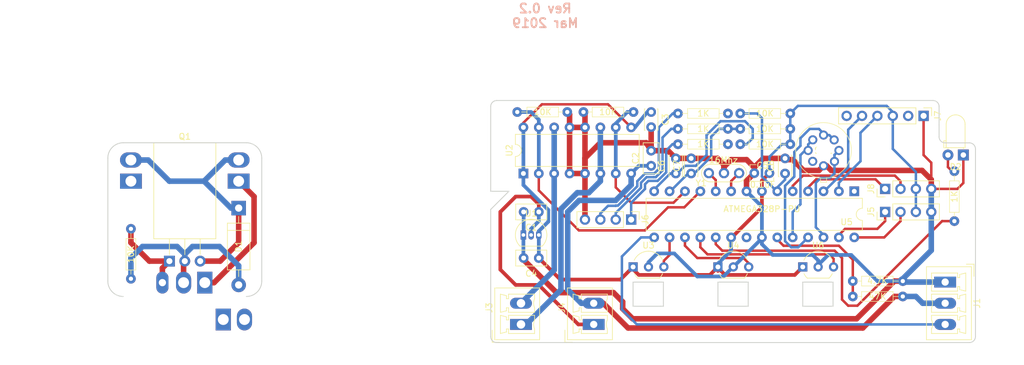
<source format=kicad_pcb>
(kicad_pcb (version 4) (host pcbnew 4.0.7)

  (general
    (links 109)
    (no_connects 7)
    (area 67.742999 86.289999 211.073001 126.440001)
    (thickness 1.6)
    (drawings 56)
    (tracks 389)
    (zones 0)
    (modules 45)
    (nets 40)
  )

  (page A4)
  (title_block
    (date "lun. 30 mars 2015")
  )

  (layers
    (0 F.Cu signal)
    (31 B.Cu signal)
    (32 B.Adhes user)
    (33 F.Adhes user)
    (34 B.Paste user)
    (35 F.Paste user)
    (36 B.SilkS user)
    (37 F.SilkS user)
    (38 B.Mask user)
    (39 F.Mask user)
    (40 Dwgs.User user)
    (41 Cmts.User user)
    (42 Eco1.User user)
    (43 Eco2.User user)
    (44 Edge.Cuts user)
    (45 Margin user)
    (46 B.CrtYd user)
    (47 F.CrtYd user)
    (48 B.Fab user)
    (49 F.Fab user)
  )

  (setup
    (last_trace_width 0.9144)
    (user_trace_width 0.254)
    (user_trace_width 0.3048)
    (user_trace_width 0.4064)
    (user_trace_width 0.6096)
    (user_trace_width 0.9144)
    (trace_clearance 0.2)
    (zone_clearance 0.35)
    (zone_45_only no)
    (trace_min 0.2)
    (segment_width 0.15)
    (edge_width 0.15)
    (via_size 0.6)
    (via_drill 0.4)
    (via_min_size 0.4)
    (via_min_drill 0.3)
    (uvia_size 0.3)
    (uvia_drill 0.1)
    (uvias_allowed no)
    (uvia_min_size 0.2)
    (uvia_min_drill 0.1)
    (pcb_text_width 0.3)
    (pcb_text_size 1.5 1.5)
    (mod_edge_width 0.15)
    (mod_text_size 1 1)
    (mod_text_width 0.15)
    (pad_size 2 3.6)
    (pad_drill 1.2)
    (pad_to_mask_clearance 0)
    (aux_axis_origin 110.998 126.365)
    (grid_origin 110.998 126.365)
    (visible_elements 7FFFFFFF)
    (pcbplotparams
      (layerselection 0x00030_80000001)
      (usegerberextensions false)
      (excludeedgelayer true)
      (linewidth 0.100000)
      (plotframeref false)
      (viasonmask false)
      (mode 1)
      (useauxorigin false)
      (hpglpennumber 1)
      (hpglpenspeed 20)
      (hpglpendiameter 15)
      (hpglpenoverlay 2)
      (psnegative false)
      (psa4output false)
      (plotreference true)
      (plotvalue true)
      (plotinvisibletext false)
      (padsonsilk false)
      (subtractmaskfromsilk false)
      (outputformat 1)
      (mirror false)
      (drillshape 1)
      (scaleselection 1)
      (outputdirectory ""))
  )

  (net 0 "")
  (net 1 /Reset)
  (net 2 GND)
  (net 3 /A0)
  (net 4 /A1)
  (net 5 /A2)
  (net 6 /A3)
  (net 7 /AREF)
  (net 8 "/A4(SDA)")
  (net 9 "/A5(SCL)")
  (net 10 "/9(**)")
  (net 11 /8)
  (net 12 /7)
  (net 13 "/6(**)")
  (net 14 "/5(**)")
  (net 15 /4)
  (net 16 "/3(**)")
  (net 17 /2)
  (net 18 "/13(SCK)")
  (net 19 "/12(MISO)")
  (net 20 VCC)
  (net 21 "Net-(D2-Pad2)")
  (net 22 "Net-(U5-Pad9)")
  (net 23 "Net-(U5-Pad10)")
  (net 24 "/11(MOSI)")
  (net 25 "/10(SS)")
  (net 26 "Net-(D1-Pad1)")
  (net 27 "Net-(J3-Pad1)")
  (net 28 "Net-(J3-Pad2)")
  (net 29 /TRIG)
  (net 30 /ACCEL)
  (net 31 /PUSH)
  (net 32 "/0(Rx)")
  (net 33 "/1(Tx)")
  (net 34 /BATT)
  (net 35 "Net-(SW1-Pad1)")
  (net 36 "Net-(J7-Pad2)")
  (net 37 "Net-(J7-Pad6)")
  (net 38 "Net-(J10-Pad1)")
  (net 39 /Vin)

  (net_class Default "This is the default net class."
    (clearance 0.2)
    (trace_width 0.25)
    (via_dia 0.6)
    (via_drill 0.4)
    (uvia_dia 0.3)
    (uvia_drill 0.1)
    (add_net "/0(Rx)")
    (add_net "/1(Tx)")
    (add_net "/10(SS)")
    (add_net "/11(MOSI)")
    (add_net "/12(MISO)")
    (add_net "/13(SCK)")
    (add_net /2)
    (add_net "/3(**)")
    (add_net /4)
    (add_net "/5(**)")
    (add_net "/6(**)")
    (add_net /7)
    (add_net /8)
    (add_net "/9(**)")
    (add_net /A0)
    (add_net /A1)
    (add_net /A2)
    (add_net /A3)
    (add_net "/A4(SDA)")
    (add_net "/A5(SCL)")
    (add_net /ACCEL)
    (add_net /AREF)
    (add_net /BATT)
    (add_net /PUSH)
    (add_net /Reset)
    (add_net /TRIG)
    (add_net /Vin)
    (add_net GND)
    (add_net "Net-(D1-Pad1)")
    (add_net "Net-(D2-Pad2)")
    (add_net "Net-(J10-Pad1)")
    (add_net "Net-(J3-Pad1)")
    (add_net "Net-(J3-Pad2)")
    (add_net "Net-(J7-Pad2)")
    (add_net "Net-(J7-Pad6)")
    (add_net "Net-(SW1-Pad1)")
    (add_net "Net-(U5-Pad10)")
    (add_net "Net-(U5-Pad9)")
    (add_net VCC)
  )

  (module Connectors_Phoenix:PhoenixContact_MCV-G_02x3.50mm_Vertical (layer F.Cu) (tedit 5CE4D966) (tstamp 5CE4E03A)
    (at 86.868 122.555)
    (descr "Generic Phoenix Contact connector footprint for series: MCV-G; number of pins: 02; pin pitch: 3.50mm; Vertical || order number: 1843606 8A 160V")
    (tags "phoenix_contact connector MCV_01x02_G_3.5mm")
    (path /5CE59139)
    (fp_text reference J2 (at 2 -3) (layer F.SilkS) hide
      (effects (font (size 1 1) (thickness 0.15)))
    )
    (fp_text value BATT_IN (at 2 3) (layer F.Fab)
      (effects (font (size 1 1) (thickness 0.15)))
    )
    (pad 1 thru_hole rect (at 0 0) (size 2.5 3.6) (drill 1.8) (layers *.Cu *.Mask)
      (net 38 "Net-(J10-Pad1)"))
    (pad 2 thru_hole oval (at 3.5 0) (size 2.5 3.6) (drill 1.8) (layers *.Cu *.Mask)
      (net 2 GND))
    (model ${KISYS3DMOD}/Connectors_Phoenix.3dshapes/PhoenixContact_MCV-G_02x3.50mm_Vertical.wrl
      (at (xyz 0 0 0))
      (scale (xyz 1 1 1))
      (rotate (xyz 0 0 0))
    )
  )

  (module Connectors_Phoenix:PhoenixContact_MCV-G_03x3.50mm_Vertical (layer F.Cu) (tedit 5CE4D82A) (tstamp 5CE18723)
    (at 83.82 116.459 180)
    (descr "Generic Phoenix Contact connector footprint for series: MCV-G; number of pins: 03; pin pitch: 3.50mm; Vertical || order number: 1843619 8A 160V")
    (tags "phoenix_contact connector MCV_01x03_G_3.5mm")
    (path /5CE59507)
    (fp_text reference J11 (at 4 -3 180) (layer F.SilkS) hide
      (effects (font (size 1 1) (thickness 0.15)))
    )
    (fp_text value BATT_OUT (at 3.5 4 180) (layer F.Fab)
      (effects (font (size 1 1) (thickness 0.15)))
    )
    (pad 1 thru_hole rect (at 0 0 180) (size 2.5 3.6) (drill 1.8) (layers *.Cu *.Mask)
      (net 38 "Net-(J10-Pad1)"))
    (pad 2 thru_hole oval (at 3.5 0 180) (size 2.5 3.6) (drill 1.8) (layers *.Cu *.Mask)
      (net 2 GND))
    (pad 3 thru_hole oval (at 7 0 180) (size 2 3.6) (drill 1.2) (layers *.Cu *.Mask)
      (net 10 "/9(**)"))
    (model ${KISYS3DMOD}/Connectors_Phoenix.3dshapes/PhoenixContact_MCV-G_03x3.50mm_Vertical.wrl
      (at (xyz 0 0 0))
      (scale (xyz 1 1 1))
      (rotate (xyz 0 0 0))
    )
  )

  (module Connectors_Phoenix:PhoenixContact_MCV-G_02x3.50mm_Vertical (layer F.Cu) (tedit 5CE4D704) (tstamp 5CE4DC32)
    (at 89.408 99.695 90)
    (descr "Generic Phoenix Contact connector footprint for series: MCV-G; number of pins: 02; pin pitch: 3.50mm; Vertical || order number: 1843606 8A 160V")
    (tags "phoenix_contact connector MCV_01x02_G_3.5mm")
    (path /5CE592FA)
    (fp_text reference J9 (at 2 -3 90) (layer F.SilkS) hide
      (effects (font (size 1 1) (thickness 0.15)))
    )
    (fp_text value MTR_1 (at 2 3 90) (layer F.Fab)
      (effects (font (size 1 1) (thickness 0.15)))
    )
    (pad 1 thru_hole rect (at 0 0 90) (size 2.5 3.6) (drill 1.8) (layers *.Cu *.Mask)
      (net 38 "Net-(J10-Pad1)"))
    (pad 2 thru_hole oval (at 3.5 0 90) (size 2.5 3.6) (drill 1.8) (layers *.Cu *.Mask)
      (net 26 "Net-(D1-Pad1)"))
    (model ${KISYS3DMOD}/Connectors_Phoenix.3dshapes/PhoenixContact_MCV-G_02x3.50mm_Vertical.wrl
      (at (xyz 0 0 0))
      (scale (xyz 1 1 1))
      (rotate (xyz 0 0 0))
    )
  )

  (module Connectors_Phoenix:PhoenixContact_MCV-G_02x3.50mm_Vertical (layer F.Cu) (tedit 5CE4D6AE) (tstamp 5CE186E1)
    (at 71.628 99.695 90)
    (descr "Generic Phoenix Contact connector footprint for series: MCV-G; number of pins: 02; pin pitch: 3.50mm; Vertical || order number: 1843606 8A 160V")
    (tags "phoenix_contact connector MCV_01x02_G_3.5mm")
    (path /5CE5A4E1)
    (fp_text reference J10 (at 2 -3 90) (layer F.SilkS) hide
      (effects (font (size 1 1) (thickness 0.15)))
    )
    (fp_text value MTR_2 (at 2 3 90) (layer F.Fab)
      (effects (font (size 1 1) (thickness 0.15)))
    )
    (pad 1 thru_hole rect (at 0 0 90) (size 2.5 3.6) (drill 1.8) (layers *.Cu *.Mask)
      (net 38 "Net-(J10-Pad1)"))
    (pad 2 thru_hole oval (at 3.5 0 90) (size 2.5 3.6) (drill 1.8) (layers *.Cu *.Mask)
      (net 26 "Net-(D1-Pad1)"))
    (model ${KISYS3DMOD}/Connectors_Phoenix.3dshapes/PhoenixContact_MCV-G_02x3.50mm_Vertical.wrl
      (at (xyz 0 0 0))
      (scale (xyz 1 1 1))
      (rotate (xyz 0 0 0))
    )
  )

  (module Pin_Headers:Pin_Header_Straight_1x01_Pitch2.54mm (layer F.Cu) (tedit 5CE32ACA) (tstamp 5CE4B75D)
    (at 185.928 94.615)
    (descr "Through hole straight pin header, 1x01, 2.54mm pitch, single row")
    (tags "Through hole pin header THT 1x01 2.54mm single row")
    (fp_text reference REF** (at 0 0) (layer F.SilkS) hide
      (effects (font (size 0.5 0.5) (thickness 0.125)))
    )
    (fp_text value Pin_Header_Straight_1x01_Pitch2.54mm (at 0 2.33) (layer F.Fab)
      (effects (font (size 1 1) (thickness 0.15)))
    )
    (fp_line (start -1.8 1.8) (end 1.8 1.8) (layer F.CrtYd) (width 0.05))
    (fp_text user %R (at 0 0 180) (layer F.Fab) hide
      (effects (font (size 0.5 0.5) (thickness 0.125)))
    )
    (pad "" np_thru_hole circle (at 0 0) (size 2.5 2.5) (drill 2.5) (layers *.Cu *.Mask))
    (model ${KISYS3DMOD}/Pin_Headers.3dshapes/Pin_Header_Straight_1x01_Pitch2.54mm.wrl
      (at (xyz 0 0 0))
      (scale (xyz 1 1 1))
      (rotate (xyz 0 0 0))
    )
  )

  (module Pin_Headers:Pin_Header_Straight_1x01_Pitch2.54mm (layer F.Cu) (tedit 5CE32ACA) (tstamp 5CE32BC9)
    (at 195.998 112.365)
    (descr "Through hole straight pin header, 1x01, 2.54mm pitch, single row")
    (tags "Through hole pin header THT 1x01 2.54mm single row")
    (fp_text reference REF** (at 0 0) (layer F.SilkS) hide
      (effects (font (size 0.5 0.5) (thickness 0.125)))
    )
    (fp_text value Pin_Header_Straight_1x01_Pitch2.54mm (at 0 2.33) (layer F.Fab)
      (effects (font (size 1 1) (thickness 0.15)))
    )
    (fp_line (start -1.8 1.8) (end 1.8 1.8) (layer F.CrtYd) (width 0.05))
    (fp_text user %R (at 0 0 180) (layer F.Fab) hide
      (effects (font (size 0.5 0.5) (thickness 0.125)))
    )
    (pad "" np_thru_hole circle (at 0 0) (size 2.5 2.5) (drill 2.5) (layers *.Cu *.Mask))
    (model ${KISYS3DMOD}/Pin_Headers.3dshapes/Pin_Header_Straight_1x01_Pitch2.54mm.wrl
      (at (xyz 0 0 0))
      (scale (xyz 1 1 1))
      (rotate (xyz 0 0 0))
    )
  )

  (module Pin_Headers:Pin_Header_Straight_1x01_Pitch2.54mm (layer F.Cu) (tedit 5CE32ACA) (tstamp 5CE32A5F)
    (at 148.998 112.365)
    (descr "Through hole straight pin header, 1x01, 2.54mm pitch, single row")
    (tags "Through hole pin header THT 1x01 2.54mm single row")
    (fp_text reference REF** (at 0 0) (layer F.SilkS) hide
      (effects (font (size 0.5 0.5) (thickness 0.125)))
    )
    (fp_text value Pin_Header_Straight_1x01_Pitch2.54mm (at 0 2.33) (layer F.Fab)
      (effects (font (size 1 1) (thickness 0.15)))
    )
    (fp_line (start -1.8 1.8) (end 1.8 1.8) (layer F.CrtYd) (width 0.05))
    (fp_text user %R (at 0 0 180) (layer F.Fab) hide
      (effects (font (size 0.5 0.5) (thickness 0.125)))
    )
    (pad "" np_thru_hole circle (at 0 0) (size 2.5 2.5) (drill 2.5) (layers *.Cu *.Mask))
    (model ${KISYS3DMOD}/Pin_Headers.3dshapes/Pin_Header_Straight_1x01_Pitch2.54mm.wrl
      (at (xyz 0 0 0))
      (scale (xyz 1 1 1))
      (rotate (xyz 0 0 0))
    )
  )

  (module SW_Rotary8 (layer F.Cu) (tedit 5CE0C1C8) (tstamp 5CE0DC7A)
    (at 185.928 94.615 180)
    (descr "Through hole straight pin header, 1x08, 2.54mm pitch, single row")
    (tags "Through hole pin header THT 1x08 2.54mm single row")
    (path /5CE0BF17)
    (fp_text reference SW1 (at 0 0 180) (layer F.SilkS)
      (effects (font (size 1 1) (thickness 0.15)))
    )
    (fp_text value SW_Rotary8 (at 0 0 180) (layer F.Fab)
      (effects (font (size 1 1) (thickness 0.15)))
    )
    (fp_line (start -0.5 -5.25) (end -0.5 -4.5) (layer F.SilkS) (width 0.1))
    (fp_line (start -0.5 -5.25) (end 0.5 -5.25) (layer F.SilkS) (width 0.1))
    (fp_line (start 0.5 -5.25) (end 0.5 -4.5) (layer F.SilkS) (width 0.1))
    (fp_circle (center 0 0) (end 4.6 0) (layer F.SilkS) (width 0.1))
    (fp_text user %R (at 0 1 360) (layer F.Fab)
      (effects (font (size 1 1) (thickness 0.15)))
    )
    (pad 8 thru_hole circle (at 0 -2.54 180) (size 1.5 1.5) (drill 0.9) (layers *.Cu *.Mask)
      (net 2 GND))
    (pad 1 thru_hole circle (at 1.7907 -1.8034 180) (size 1.5 1.5) (drill 0.9) (layers *.Cu *.Mask)
      (net 35 "Net-(SW1-Pad1)"))
    (pad 2 thru_hole oval (at 2.54 0 180) (size 1.5 1.5) (drill 0.9) (layers *.Cu *.Mask)
      (net 4 /A1))
    (pad 3 thru_hole oval (at 1.778 1.7526 180) (size 1.5 1.5) (drill 0.9) (layers *.Cu *.Mask)
      (net 4 /A1))
    (pad 4 thru_hole oval (at 0 2.54 180) (size 1.5 1.5) (drill 0.9) (layers *.Cu *.Mask)
      (net 5 /A2))
    (pad 5 thru_hole oval (at -1.7526 1.7399 180) (size 1.5 1.5) (drill 0.9) (layers *.Cu *.Mask)
      (net 5 /A2))
    (pad 6 thru_hole oval (at -2.54 0 180) (size 1.5 1.5) (drill 0.9) (layers *.Cu *.Mask)
      (net 6 /A3))
    (pad 7 thru_hole oval (at -1.8034 -1.8161 180) (size 1.5 1.5) (drill 0.9) (layers *.Cu *.Mask)
      (net 6 /A3))
    (model ${KISYS3DMOD}/Pin_Headers.3dshapes/Pin_Header_Straight_1x08_Pitch2.54mm.wrl
      (at (xyz 0 0 0))
      (scale (xyz 1 1 1))
      (rotate (xyz 0 0 0))
    )
  )

  (module footprints:DIP-28_W7.62mm (layer F.Cu) (tedit 5BB69EBB) (tstamp 5BB69B80)
    (at 190.998 101.365 270)
    (descr "28-lead though-hole mounted DIP package, row spacing 7.62 mm (300 mils)")
    (tags "THT DIP DIL PDIP 2.54mm 7.62mm 300mil")
    (path /5BB5CB12)
    (fp_text reference U5 (at 5.08 1.27 360) (layer F.SilkS)
      (effects (font (size 1 1) (thickness 0.15)))
    )
    (fp_text value ATMEGA328P-PU (at 2.921 15.24 360) (layer F.SilkS)
      (effects (font (size 1 1) (thickness 0.15)))
    )
    (fp_arc (start 3.81 -1.33) (end 2.81 -1.33) (angle -180) (layer F.SilkS) (width 0.12))
    (fp_line (start 1.635 -1.27) (end 6.985 -1.27) (layer F.Fab) (width 0.1))
    (fp_line (start 6.985 -1.27) (end 6.985 34.29) (layer F.Fab) (width 0.1))
    (fp_line (start 6.985 34.29) (end 0.635 34.29) (layer F.Fab) (width 0.1))
    (fp_line (start 0.635 34.29) (end 0.635 -0.27) (layer F.Fab) (width 0.1))
    (fp_line (start 0.635 -0.27) (end 1.635 -1.27) (layer F.Fab) (width 0.1))
    (fp_line (start 2.81 -1.33) (end 1.16 -1.33) (layer F.SilkS) (width 0.12))
    (fp_line (start 1.16 -1.33) (end 1.16 34.35) (layer F.SilkS) (width 0.12))
    (fp_line (start 1.16 34.35) (end 6.46 34.35) (layer F.SilkS) (width 0.12))
    (fp_line (start 6.46 34.35) (end 6.46 -1.33) (layer F.SilkS) (width 0.12))
    (fp_line (start 6.46 -1.33) (end 4.81 -1.33) (layer F.SilkS) (width 0.12))
    (fp_line (start -1.1 -1.55) (end -1.1 34.55) (layer F.CrtYd) (width 0.05))
    (fp_line (start -1.1 34.55) (end 8.7 34.55) (layer F.CrtYd) (width 0.05))
    (fp_line (start 8.7 34.55) (end 8.7 -1.55) (layer F.CrtYd) (width 0.05))
    (fp_line (start 8.7 -1.55) (end -1.1 -1.55) (layer F.CrtYd) (width 0.05))
    (fp_text user %R (at 3.81 16.51 270) (layer F.Fab)
      (effects (font (size 1 1) (thickness 0.15)))
    )
    (pad 1 thru_hole rect (at 0 0 270) (size 1.6 1.6) (drill 0.8) (layers *.Cu *.Mask)
      (net 1 /Reset))
    (pad 15 thru_hole oval (at 7.62 33.02 270) (size 1.6 1.6) (drill 0.8) (layers *.Cu *.Mask)
      (net 10 "/9(**)"))
    (pad 2 thru_hole oval (at 0 2.54 270) (size 1.6 1.6) (drill 0.8) (layers *.Cu *.Mask)
      (net 32 "/0(Rx)"))
    (pad 16 thru_hole oval (at 7.62 30.48 270) (size 1.6 1.6) (drill 0.8) (layers *.Cu *.Mask)
      (net 25 "/10(SS)"))
    (pad 3 thru_hole oval (at 0 5.08 270) (size 1.6 1.6) (drill 0.8) (layers *.Cu *.Mask)
      (net 33 "/1(Tx)"))
    (pad 17 thru_hole oval (at 7.62 27.94 270) (size 1.6 1.6) (drill 0.8) (layers *.Cu *.Mask)
      (net 24 "/11(MOSI)"))
    (pad 4 thru_hole oval (at 0 7.62 270) (size 1.6 1.6) (drill 0.8) (layers *.Cu *.Mask)
      (net 17 /2))
    (pad 18 thru_hole oval (at 7.62 25.4 270) (size 1.6 1.6) (drill 0.8) (layers *.Cu *.Mask)
      (net 19 "/12(MISO)"))
    (pad 5 thru_hole oval (at 0 10.16 270) (size 1.6 1.6) (drill 0.8) (layers *.Cu *.Mask)
      (net 16 "/3(**)"))
    (pad 19 thru_hole oval (at 7.62 22.86 270) (size 1.6 1.6) (drill 0.8) (layers *.Cu *.Mask)
      (net 18 "/13(SCK)"))
    (pad 6 thru_hole oval (at 0 12.7 270) (size 1.6 1.6) (drill 0.8) (layers *.Cu *.Mask)
      (net 15 /4))
    (pad 20 thru_hole oval (at 7.62 20.32 270) (size 1.6 1.6) (drill 0.8) (layers *.Cu *.Mask)
      (net 20 VCC))
    (pad 7 thru_hole oval (at 0 15.24 270) (size 1.6 1.6) (drill 0.8) (layers *.Cu *.Mask)
      (net 20 VCC))
    (pad 21 thru_hole oval (at 7.62 17.78 270) (size 1.6 1.6) (drill 0.8) (layers *.Cu *.Mask)
      (net 7 /AREF))
    (pad 8 thru_hole oval (at 0 17.78 270) (size 1.6 1.6) (drill 0.8) (layers *.Cu *.Mask)
      (net 2 GND))
    (pad 22 thru_hole oval (at 7.62 15.24 270) (size 1.6 1.6) (drill 0.8) (layers *.Cu *.Mask)
      (net 2 GND))
    (pad 9 thru_hole oval (at 0 20.32 270) (size 1.6 1.6) (drill 0.8) (layers *.Cu *.Mask)
      (net 22 "Net-(U5-Pad9)"))
    (pad 23 thru_hole oval (at 7.62 12.7 270) (size 1.6 1.6) (drill 0.8) (layers *.Cu *.Mask)
      (net 3 /A0))
    (pad 10 thru_hole oval (at 0 22.86 270) (size 1.6 1.6) (drill 0.8) (layers *.Cu *.Mask)
      (net 23 "Net-(U5-Pad10)"))
    (pad 24 thru_hole oval (at 7.62 10.16 270) (size 1.6 1.6) (drill 0.8) (layers *.Cu *.Mask)
      (net 4 /A1))
    (pad 11 thru_hole oval (at 0 25.4 270) (size 1.6 1.6) (drill 0.8) (layers *.Cu *.Mask)
      (net 14 "/5(**)"))
    (pad 25 thru_hole oval (at 7.62 7.62 270) (size 1.6 1.6) (drill 0.8) (layers *.Cu *.Mask)
      (net 5 /A2))
    (pad 12 thru_hole oval (at 0 27.94 270) (size 1.6 1.6) (drill 0.8) (layers *.Cu *.Mask)
      (net 13 "/6(**)"))
    (pad 26 thru_hole oval (at 7.62 5.08 270) (size 1.6 1.6) (drill 0.8) (layers *.Cu *.Mask)
      (net 6 /A3))
    (pad 13 thru_hole oval (at 0 30.48 270) (size 1.6 1.6) (drill 0.8) (layers *.Cu *.Mask)
      (net 12 /7))
    (pad 27 thru_hole oval (at 7.62 2.54 270) (size 1.6 1.6) (drill 0.8) (layers *.Cu *.Mask)
      (net 8 "/A4(SDA)"))
    (pad 14 thru_hole oval (at 0 33.02 270) (size 1.6 1.6) (drill 0.8) (layers *.Cu *.Mask)
      (net 11 /8))
    (pad 28 thru_hole oval (at 7.62 0 270) (size 1.6 1.6) (drill 0.8) (layers *.Cu *.Mask)
      (net 9 "/A5(SCL)"))
    (model ${KISYS3DMOD}/Housings_DIP.3dshapes/DIP-28_W7.62mm.wrl
      (at (xyz 0 0 0))
      (scale (xyz 1 1 1))
      (rotate (xyz 0 0 0))
    )
  )

  (module footprints:Resonator-3pin_w7.0mm_h2.5mm (layer F.Cu) (tedit 5BB69CEB) (tstamp 5BB69BAF)
    (at 166.998 98.365)
    (descr "Ceramic Resomator/Filter 7.0x2.5mm^2, length*width=7.0x2.5mm^2 package, package length=7.0mm, package width=2.5mm, 3 pins")
    (tags "THT ceramic resonator filter")
    (path /5BB6F476)
    (fp_text reference Y1 (at -1.27 1.651) (layer F.SilkS)
      (effects (font (size 1 1) (thickness 0.15)))
    )
    (fp_text value 16Mhz (at 2.413 -2.159) (layer F.SilkS)
      (effects (font (size 1 1) (thickness 0.15)))
    )
    (fp_text user %R (at 2.5 0) (layer F.Fab)
      (effects (font (size 1 1) (thickness 0.15)))
    )
    (fp_line (start 0.25 -1.25) (end 4.75 -1.25) (layer F.Fab) (width 0.1))
    (fp_line (start 0.25 1.25) (end 4.75 1.25) (layer F.Fab) (width 0.1))
    (fp_line (start 0.25 -1.25) (end 4.75 -1.25) (layer F.Fab) (width 0.1))
    (fp_line (start 0.25 1.25) (end 4.75 1.25) (layer F.Fab) (width 0.1))
    (fp_line (start 0.25 -1.45) (end 4.75 -1.45) (layer F.SilkS) (width 0.12))
    (fp_line (start 0.25 1.45) (end 4.75 1.45) (layer F.SilkS) (width 0.12))
    (fp_line (start -1.5 -1.7) (end -1.5 1.7) (layer F.CrtYd) (width 0.05))
    (fp_line (start -1.5 1.7) (end 6.5 1.7) (layer F.CrtYd) (width 0.05))
    (fp_line (start 6.5 1.7) (end 6.5 -1.7) (layer F.CrtYd) (width 0.05))
    (fp_line (start 6.5 -1.7) (end -1.5 -1.7) (layer F.CrtYd) (width 0.05))
    (fp_arc (start 0.25 0) (end 0.25 -1.25) (angle -180) (layer F.Fab) (width 0.1))
    (fp_arc (start 4.75 0) (end 4.75 -1.25) (angle 180) (layer F.Fab) (width 0.1))
    (fp_arc (start 0.25 0) (end 0.25 -1.25) (angle -180) (layer F.Fab) (width 0.1))
    (fp_arc (start 4.75 0) (end 4.75 -1.25) (angle 180) (layer F.Fab) (width 0.1))
    (fp_arc (start 0.25 0) (end 0.25 -1.45) (angle -180) (layer F.SilkS) (width 0.12))
    (fp_arc (start 4.75 0) (end 4.75 -1.45) (angle 180) (layer F.SilkS) (width 0.12))
    (pad 1 thru_hole circle (at 0 0) (size 1.7 1.7) (drill 1) (layers *.Cu *.Mask)
      (net 23 "Net-(U5-Pad10)"))
    (pad 2 thru_hole circle (at 2.5 0) (size 1.7 1.7) (drill 1) (layers *.Cu *.Mask)
      (net 2 GND))
    (pad 3 thru_hole circle (at 5 0) (size 1.7 1.7) (drill 1) (layers *.Cu *.Mask)
      (net 22 "Net-(U5-Pad9)"))
    (model ${KISYS3DMOD}/Crystals.3dshapes/Resonator-3pin_w7.0mm_h2.5mm.wrl
      (at (xyz 0 0 0))
      (scale (xyz 0.393701 0.393701 0.393701))
      (rotate (xyz 0 0 0))
    )
  )

  (module footprints:C_Disc_D3.8mm_W2.6mm_P2.50mm (layer F.Cu) (tedit 5BB694F3) (tstamp 5BB69886)
    (at 176.998 98.365 180)
    (descr "C, Disc series, Radial, pin pitch=2.50mm, , diameter*width=3.8*2.6mm^2, Capacitor, http://www.vishay.com/docs/45233/krseries.pdf")
    (tags "C Disc series Radial pin pitch 2.50mm  diameter 3.8mm width 2.6mm Capacitor")
    (path /5BB79E45)
    (fp_text reference C5 (at 1.143 1.27 180) (layer F.SilkS)
      (effects (font (size 1 1) (thickness 0.15)))
    )
    (fp_text value 0.1uF (at 1.143 -1.905 180) (layer F.SilkS)
      (effects (font (size 1 1) (thickness 0.15)))
    )
    (fp_line (start 2.2 1.4) (end 3.2 1.4) (layer F.SilkS) (width 0.1))
    (fp_line (start -0.7 1.4) (end 0.1 1.4) (layer F.SilkS) (width 0.1))
    (fp_line (start -0.65 -1.3) (end -0.65 1.3) (layer F.Fab) (width 0.1))
    (fp_line (start -0.65 1.3) (end 3.15 1.3) (layer F.Fab) (width 0.1))
    (fp_line (start 3.15 1.3) (end 3.15 -1.3) (layer F.Fab) (width 0.1))
    (fp_line (start 3.15 -1.3) (end -0.65 -1.3) (layer F.Fab) (width 0.1))
    (fp_line (start -0.71 -1.36) (end 3.21 -1.36) (layer F.SilkS) (width 0.12))
    (fp_line (start -0.71 -1.36) (end -0.71 -0.75) (layer F.SilkS) (width 0.12))
    (fp_line (start -0.71 0.75) (end -0.71 1.36) (layer F.SilkS) (width 0.12))
    (fp_line (start 3.21 -1.36) (end 3.21 -0.75) (layer F.SilkS) (width 0.12))
    (fp_line (start 3.21 0.75) (end 3.21 1.36) (layer F.SilkS) (width 0.12))
    (fp_line (start -1.05 -1.65) (end -1.05 1.65) (layer F.CrtYd) (width 0.05))
    (fp_line (start -1.05 1.65) (end 3.55 1.65) (layer F.CrtYd) (width 0.05))
    (fp_line (start 3.55 1.65) (end 3.55 -1.65) (layer F.CrtYd) (width 0.05))
    (fp_line (start 3.55 -1.65) (end -1.05 -1.65) (layer F.CrtYd) (width 0.05))
    (fp_text user %R (at 1.25 0 180) (layer F.Fab)
      (effects (font (size 1 1) (thickness 0.15)))
    )
    (pad 1 thru_hole circle (at 0 0 180) (size 1.6 1.6) (drill 0.8) (layers *.Cu *.Mask)
      (net 20 VCC))
    (pad 2 thru_hole circle (at 2.5 0 180) (size 1.6 1.6) (drill 0.8) (layers *.Cu *.Mask)
      (net 2 GND))
    (model ${KISYS3DMOD}/Capacitors_THT.3dshapes/C_Disc_D3.8mm_W2.6mm_P2.50mm.wrl
      (at (xyz 0 0 0))
      (scale (xyz 1 1 1))
      (rotate (xyz 0 0 0))
    )
  )

  (module footprints:R_Axial_DIN0204_L3.6mm_D1.6mm_P7.62mm_Horizontal (layer F.Cu) (tedit 5C984DCD) (tstamp 5CDF7B01)
    (at 172.438 88.505)
    (descr "Resistor, Axial_DIN0204 series, Axial, Horizontal, pin pitch=7.62mm, 0.16666666666666666W = 1/6W, length*diameter=3.6*1.6mm^2, http://cdn-reichelt.de/documents/datenblatt/B400/1_4W%23YAG.pdf")
    (tags "Resistor Axial_DIN0204 series Axial Horizontal pin pitch 7.62mm 0.16666666666666666W = 1/6W length 3.6mm diameter 1.6mm")
    (path /5CE121EF)
    (fp_text reference R10 (at 7.239 0) (layer F.Fab)
      (effects (font (size 1 1) (thickness 0.15)))
    )
    (fp_text value 10K (at 3.81 0) (layer F.SilkS)
      (effects (font (size 1 1) (thickness 0.15)))
    )
    (fp_line (start 6.4 0) (end 7.3 0) (layer F.SilkS) (width 0.1))
    (fp_line (start 1.2 0) (end 0.5 0) (layer F.SilkS) (width 0.1))
    (fp_line (start 1.2 0.8) (end 1.2 -0.8) (layer F.SilkS) (width 0.1))
    (fp_line (start 1.2 -0.8) (end 6.4 -0.8) (layer F.SilkS) (width 0.1))
    (fp_line (start 6.4 -0.8) (end 6.4 0.8) (layer F.SilkS) (width 0.1))
    (fp_line (start 6.4 0.8) (end 1.2 0.8) (layer F.SilkS) (width 0.1))
    (fp_line (start 2.01 -0.8) (end 2.01 0.8) (layer F.Fab) (width 0.1))
    (fp_line (start 2.01 0.8) (end 5.61 0.8) (layer F.Fab) (width 0.1))
    (fp_line (start 5.61 0.8) (end 5.61 -0.8) (layer F.Fab) (width 0.1))
    (fp_line (start 5.61 -0.8) (end 2.01 -0.8) (layer F.Fab) (width 0.1))
    (fp_line (start 0 0) (end 2.01 0) (layer F.Fab) (width 0.1))
    (fp_line (start 7.62 0) (end 5.61 0) (layer F.Fab) (width 0.1))
    (fp_line (start -0.95 -1.15) (end -0.95 1.15) (layer F.CrtYd) (width 0.05))
    (fp_line (start -0.95 1.15) (end 8.6 1.15) (layer F.CrtYd) (width 0.05))
    (fp_line (start 8.6 1.15) (end 8.6 -1.15) (layer F.CrtYd) (width 0.05))
    (fp_line (start 8.6 -1.15) (end -0.95 -1.15) (layer F.CrtYd) (width 0.05))
    (pad 1 thru_hole circle (at -0.25 0) (size 1.6 1.6) (drill 0.7) (layers *.Cu *.Mask)
      (net 15 /4))
    (pad 2 thru_hole circle (at 8 0) (size 1.6 1.6) (drill 0.7) (layers *.Cu *.Mask)
      (net 20 VCC))
    (model ${KISYS3DMOD}/Resistors_THT.3dshapes/R_Axial_DIN0204_L3.6mm_D1.6mm_P7.62mm_Horizontal.wrl
      (at (xyz 0 0 0))
      (scale (xyz 0.393701 0.393701 0.393701))
      (rotate (xyz 0 0 0))
    )
  )

  (module footprints:R_Axial_DIN0204_L3.6mm_D1.6mm_P7.62mm_Horizontal (layer F.Cu) (tedit 5C984DCD) (tstamp 5CDF7B07)
    (at 169.898 88.505 180)
    (descr "Resistor, Axial_DIN0204 series, Axial, Horizontal, pin pitch=7.62mm, 0.16666666666666666W = 1/6W, length*diameter=3.6*1.6mm^2, http://cdn-reichelt.de/documents/datenblatt/B400/1_4W%23YAG.pdf")
    (tags "Resistor Axial_DIN0204 series Axial Horizontal pin pitch 7.62mm 0.16666666666666666W = 1/6W length 3.6mm diameter 1.6mm")
    (path /5CE121F5)
    (fp_text reference R11 (at 7.239 0 180) (layer F.Fab)
      (effects (font (size 1 1) (thickness 0.15)))
    )
    (fp_text value 1K (at 3.81 0 180) (layer F.SilkS)
      (effects (font (size 1 1) (thickness 0.15)))
    )
    (fp_line (start 6.4 0) (end 7.3 0) (layer F.SilkS) (width 0.1))
    (fp_line (start 1.2 0) (end 0.5 0) (layer F.SilkS) (width 0.1))
    (fp_line (start 1.2 0.8) (end 1.2 -0.8) (layer F.SilkS) (width 0.1))
    (fp_line (start 1.2 -0.8) (end 6.4 -0.8) (layer F.SilkS) (width 0.1))
    (fp_line (start 6.4 -0.8) (end 6.4 0.8) (layer F.SilkS) (width 0.1))
    (fp_line (start 6.4 0.8) (end 1.2 0.8) (layer F.SilkS) (width 0.1))
    (fp_line (start 2.01 -0.8) (end 2.01 0.8) (layer F.Fab) (width 0.1))
    (fp_line (start 2.01 0.8) (end 5.61 0.8) (layer F.Fab) (width 0.1))
    (fp_line (start 5.61 0.8) (end 5.61 -0.8) (layer F.Fab) (width 0.1))
    (fp_line (start 5.61 -0.8) (end 2.01 -0.8) (layer F.Fab) (width 0.1))
    (fp_line (start 0 0) (end 2.01 0) (layer F.Fab) (width 0.1))
    (fp_line (start 7.62 0) (end 5.61 0) (layer F.Fab) (width 0.1))
    (fp_line (start -0.95 -1.15) (end -0.95 1.15) (layer F.CrtYd) (width 0.05))
    (fp_line (start -0.95 1.15) (end 8.6 1.15) (layer F.CrtYd) (width 0.05))
    (fp_line (start 8.6 1.15) (end 8.6 -1.15) (layer F.CrtYd) (width 0.05))
    (fp_line (start 8.6 -1.15) (end -0.95 -1.15) (layer F.CrtYd) (width 0.05))
    (pad 1 thru_hole circle (at -0.25 0 180) (size 1.6 1.6) (drill 0.7) (layers *.Cu *.Mask)
      (net 15 /4))
    (pad 2 thru_hole circle (at 8 0 180) (size 1.6 1.6) (drill 0.7) (layers *.Cu *.Mask)
      (net 31 /PUSH))
    (model ${KISYS3DMOD}/Resistors_THT.3dshapes/R_Axial_DIN0204_L3.6mm_D1.6mm_P7.62mm_Horizontal.wrl
      (at (xyz 0 0 0))
      (scale (xyz 0.393701 0.393701 0.393701))
      (rotate (xyz 0 0 0))
    )
  )

  (module Capacitors_THT:C_Disc_D5.0mm_W2.5mm_P2.50mm (layer F.Cu) (tedit 597BC7C2) (tstamp 5CDF7D4D)
    (at 157.48 97.155 90)
    (descr "C, Disc series, Radial, pin pitch=2.50mm, , diameter*width=5*2.5mm^2, Capacitor, http://cdn-reichelt.de/documents/datenblatt/B300/DS_KERKO_TC.pdf")
    (tags "C Disc series Radial pin pitch 2.50mm  diameter 5mm width 2.5mm Capacitor")
    (path /5CE0682B)
    (fp_text reference C2 (at 1.25 -2.56 90) (layer F.SilkS)
      (effects (font (size 1 1) (thickness 0.15)))
    )
    (fp_text value 1uF (at 1.25 2.56 90) (layer F.Fab)
      (effects (font (size 1 1) (thickness 0.15)))
    )
    (fp_line (start -1.25 -1.25) (end -1.25 1.25) (layer F.Fab) (width 0.1))
    (fp_line (start -1.25 1.25) (end 3.75 1.25) (layer F.Fab) (width 0.1))
    (fp_line (start 3.75 1.25) (end 3.75 -1.25) (layer F.Fab) (width 0.1))
    (fp_line (start 3.75 -1.25) (end -1.25 -1.25) (layer F.Fab) (width 0.1))
    (fp_line (start -1.31 -1.31) (end 3.81 -1.31) (layer F.SilkS) (width 0.12))
    (fp_line (start -1.31 1.31) (end 3.81 1.31) (layer F.SilkS) (width 0.12))
    (fp_line (start -1.31 -1.31) (end -1.31 1.31) (layer F.SilkS) (width 0.12))
    (fp_line (start 3.81 -1.31) (end 3.81 1.31) (layer F.SilkS) (width 0.12))
    (fp_line (start -1.6 -1.6) (end -1.6 1.6) (layer F.CrtYd) (width 0.05))
    (fp_line (start -1.6 1.6) (end 4.1 1.6) (layer F.CrtYd) (width 0.05))
    (fp_line (start 4.1 1.6) (end 4.1 -1.6) (layer F.CrtYd) (width 0.05))
    (fp_line (start 4.1 -1.6) (end -1.6 -1.6) (layer F.CrtYd) (width 0.05))
    (fp_text user %R (at 1.25 0 90) (layer F.Fab)
      (effects (font (size 1 1) (thickness 0.15)))
    )
    (pad 1 thru_hole circle (at 0 0 90) (size 1.6 1.6) (drill 0.8) (layers *.Cu *.Mask)
      (net 34 /BATT))
    (pad 2 thru_hole circle (at 2.5 0 90) (size 1.6 1.6) (drill 0.8) (layers *.Cu *.Mask)
      (net 2 GND))
    (model ${KISYS3DMOD}/Capacitors_THT.3dshapes/C_Disc_D5.0mm_W2.5mm_P2.50mm.wrl
      (at (xyz 0 0 0))
      (scale (xyz 1 1 1))
      (rotate (xyz 0 0 0))
    )
  )

  (module Capacitors_THT:C_Disc_D3.4mm_W2.1mm_P2.50mm (layer F.Cu) (tedit 597BC7C2) (tstamp 5CDF7D62)
    (at 157.48 88.265 270)
    (descr "C, Disc series, Radial, pin pitch=2.50mm, , diameter*width=3.4*2.1mm^2, Capacitor, http://www.vishay.com/docs/45233/krseries.pdf")
    (tags "C Disc series Radial pin pitch 2.50mm  diameter 3.4mm width 2.1mm Capacitor")
    (path /5CE06912)
    (fp_text reference C3 (at 1.25 -2.36 270) (layer F.SilkS)
      (effects (font (size 1 1) (thickness 0.15)))
    )
    (fp_text value 0.1uF (at 1.25 2.36 270) (layer F.Fab)
      (effects (font (size 1 1) (thickness 0.15)))
    )
    (fp_line (start -0.45 -1.05) (end -0.45 1.05) (layer F.Fab) (width 0.1))
    (fp_line (start -0.45 1.05) (end 2.95 1.05) (layer F.Fab) (width 0.1))
    (fp_line (start 2.95 1.05) (end 2.95 -1.05) (layer F.Fab) (width 0.1))
    (fp_line (start 2.95 -1.05) (end -0.45 -1.05) (layer F.Fab) (width 0.1))
    (fp_line (start -0.51 -1.11) (end 3.01 -1.11) (layer F.SilkS) (width 0.12))
    (fp_line (start -0.51 1.11) (end 3.01 1.11) (layer F.SilkS) (width 0.12))
    (fp_line (start -0.51 -1.11) (end -0.51 -0.996) (layer F.SilkS) (width 0.12))
    (fp_line (start -0.51 0.996) (end -0.51 1.11) (layer F.SilkS) (width 0.12))
    (fp_line (start 3.01 -1.11) (end 3.01 -0.996) (layer F.SilkS) (width 0.12))
    (fp_line (start 3.01 0.996) (end 3.01 1.11) (layer F.SilkS) (width 0.12))
    (fp_line (start -1.05 -1.4) (end -1.05 1.4) (layer F.CrtYd) (width 0.05))
    (fp_line (start -1.05 1.4) (end 3.55 1.4) (layer F.CrtYd) (width 0.05))
    (fp_line (start 3.55 1.4) (end 3.55 -1.4) (layer F.CrtYd) (width 0.05))
    (fp_line (start 3.55 -1.4) (end -1.05 -1.4) (layer F.CrtYd) (width 0.05))
    (fp_text user %R (at 1.25 0 270) (layer F.Fab)
      (effects (font (size 1 1) (thickness 0.15)))
    )
    (pad 1 thru_hole circle (at 0 0 270) (size 1.6 1.6) (drill 0.8) (layers *.Cu *.Mask)
      (net 20 VCC))
    (pad 2 thru_hole circle (at 2.5 0 270) (size 1.6 1.6) (drill 0.8) (layers *.Cu *.Mask)
      (net 2 GND))
    (model ${KISYS3DMOD}/Capacitors_THT.3dshapes/C_Disc_D3.4mm_W2.1mm_P2.50mm.wrl
      (at (xyz 0 0 0))
      (scale (xyz 1 1 1))
      (rotate (xyz 0 0 0))
    )
  )

  (module Capacitors_THT:C_Disc_D3.4mm_W2.1mm_P2.50mm (layer F.Cu) (tedit 597BC7C2) (tstamp 5CDF7D77)
    (at 161.544 98.425 90)
    (descr "C, Disc series, Radial, pin pitch=2.50mm, , diameter*width=3.4*2.1mm^2, Capacitor, http://www.vishay.com/docs/45233/krseries.pdf")
    (tags "C Disc series Radial pin pitch 2.50mm  diameter 3.4mm width 2.1mm Capacitor")
    (path /5CE0DDB2)
    (fp_text reference C6 (at 1.25 -2.36 90) (layer F.SilkS)
      (effects (font (size 1 1) (thickness 0.15)))
    )
    (fp_text value 0.1uF (at 1.25 2.36 90) (layer F.Fab)
      (effects (font (size 1 1) (thickness 0.15)))
    )
    (fp_line (start -0.45 -1.05) (end -0.45 1.05) (layer F.Fab) (width 0.1))
    (fp_line (start -0.45 1.05) (end 2.95 1.05) (layer F.Fab) (width 0.1))
    (fp_line (start 2.95 1.05) (end 2.95 -1.05) (layer F.Fab) (width 0.1))
    (fp_line (start 2.95 -1.05) (end -0.45 -1.05) (layer F.Fab) (width 0.1))
    (fp_line (start -0.51 -1.11) (end 3.01 -1.11) (layer F.SilkS) (width 0.12))
    (fp_line (start -0.51 1.11) (end 3.01 1.11) (layer F.SilkS) (width 0.12))
    (fp_line (start -0.51 -1.11) (end -0.51 -0.996) (layer F.SilkS) (width 0.12))
    (fp_line (start -0.51 0.996) (end -0.51 1.11) (layer F.SilkS) (width 0.12))
    (fp_line (start 3.01 -1.11) (end 3.01 -0.996) (layer F.SilkS) (width 0.12))
    (fp_line (start 3.01 0.996) (end 3.01 1.11) (layer F.SilkS) (width 0.12))
    (fp_line (start -1.05 -1.4) (end -1.05 1.4) (layer F.CrtYd) (width 0.05))
    (fp_line (start -1.05 1.4) (end 3.55 1.4) (layer F.CrtYd) (width 0.05))
    (fp_line (start 3.55 1.4) (end 3.55 -1.4) (layer F.CrtYd) (width 0.05))
    (fp_line (start 3.55 -1.4) (end -1.05 -1.4) (layer F.CrtYd) (width 0.05))
    (fp_text user %R (at 1.25 0 90) (layer F.Fab)
      (effects (font (size 1 1) (thickness 0.15)))
    )
    (pad 1 thru_hole circle (at 0 0 90) (size 1.6 1.6) (drill 0.8) (layers *.Cu *.Mask)
      (net 11 /8))
    (pad 2 thru_hole circle (at 2.5 0 90) (size 1.6 1.6) (drill 0.8) (layers *.Cu *.Mask)
      (net 2 GND))
    (model ${KISYS3DMOD}/Capacitors_THT.3dshapes/C_Disc_D3.4mm_W2.1mm_P2.50mm.wrl
      (at (xyz 0 0 0))
      (scale (xyz 1 1 1))
      (rotate (xyz 0 0 0))
    )
  )

  (module Capacitors_THT:C_Disc_D3.4mm_W2.1mm_P2.50mm (layer F.Cu) (tedit 597BC7C2) (tstamp 5CDF7D8C)
    (at 164.084 98.425 90)
    (descr "C, Disc series, Radial, pin pitch=2.50mm, , diameter*width=3.4*2.1mm^2, Capacitor, http://www.vishay.com/docs/45233/krseries.pdf")
    (tags "C Disc series Radial pin pitch 2.50mm  diameter 3.4mm width 2.1mm Capacitor")
    (path /5CE11997)
    (fp_text reference C7 (at 1.25 -2.36 90) (layer F.SilkS)
      (effects (font (size 1 1) (thickness 0.15)))
    )
    (fp_text value 0.1uF (at 1.25 2.36 90) (layer F.Fab)
      (effects (font (size 1 1) (thickness 0.15)))
    )
    (fp_line (start -0.45 -1.05) (end -0.45 1.05) (layer F.Fab) (width 0.1))
    (fp_line (start -0.45 1.05) (end 2.95 1.05) (layer F.Fab) (width 0.1))
    (fp_line (start 2.95 1.05) (end 2.95 -1.05) (layer F.Fab) (width 0.1))
    (fp_line (start 2.95 -1.05) (end -0.45 -1.05) (layer F.Fab) (width 0.1))
    (fp_line (start -0.51 -1.11) (end 3.01 -1.11) (layer F.SilkS) (width 0.12))
    (fp_line (start -0.51 1.11) (end 3.01 1.11) (layer F.SilkS) (width 0.12))
    (fp_line (start -0.51 -1.11) (end -0.51 -0.996) (layer F.SilkS) (width 0.12))
    (fp_line (start -0.51 0.996) (end -0.51 1.11) (layer F.SilkS) (width 0.12))
    (fp_line (start 3.01 -1.11) (end 3.01 -0.996) (layer F.SilkS) (width 0.12))
    (fp_line (start 3.01 0.996) (end 3.01 1.11) (layer F.SilkS) (width 0.12))
    (fp_line (start -1.05 -1.4) (end -1.05 1.4) (layer F.CrtYd) (width 0.05))
    (fp_line (start -1.05 1.4) (end 3.55 1.4) (layer F.CrtYd) (width 0.05))
    (fp_line (start 3.55 1.4) (end 3.55 -1.4) (layer F.CrtYd) (width 0.05))
    (fp_line (start 3.55 -1.4) (end -1.05 -1.4) (layer F.CrtYd) (width 0.05))
    (fp_text user %R (at 1.25 0 90) (layer F.Fab)
      (effects (font (size 1 1) (thickness 0.15)))
    )
    (pad 1 thru_hole circle (at 0 0 90) (size 1.6 1.6) (drill 0.8) (layers *.Cu *.Mask)
      (net 12 /7))
    (pad 2 thru_hole circle (at 2.5 0 90) (size 1.6 1.6) (drill 0.8) (layers *.Cu *.Mask)
      (net 2 GND))
    (model ${KISYS3DMOD}/Capacitors_THT.3dshapes/C_Disc_D3.4mm_W2.1mm_P2.50mm.wrl
      (at (xyz 0 0 0))
      (scale (xyz 1 1 1))
      (rotate (xyz 0 0 0))
    )
  )

  (module Capacitors_THT:C_Disc_D3.4mm_W2.1mm_P2.50mm (layer F.Cu) (tedit 597BC7C2) (tstamp 5CDF7DA1)
    (at 179.578 98.425 90)
    (descr "C, Disc series, Radial, pin pitch=2.50mm, , diameter*width=3.4*2.1mm^2, Capacitor, http://www.vishay.com/docs/45233/krseries.pdf")
    (tags "C Disc series Radial pin pitch 2.50mm  diameter 3.4mm width 2.1mm Capacitor")
    (path /5CE121FB)
    (fp_text reference C8 (at 1.25 -2.36 90) (layer F.SilkS)
      (effects (font (size 1 1) (thickness 0.15)))
    )
    (fp_text value 0.1uF (at 1.25 2.36 90) (layer F.Fab)
      (effects (font (size 1 1) (thickness 0.15)))
    )
    (fp_line (start -0.45 -1.05) (end -0.45 1.05) (layer F.Fab) (width 0.1))
    (fp_line (start -0.45 1.05) (end 2.95 1.05) (layer F.Fab) (width 0.1))
    (fp_line (start 2.95 1.05) (end 2.95 -1.05) (layer F.Fab) (width 0.1))
    (fp_line (start 2.95 -1.05) (end -0.45 -1.05) (layer F.Fab) (width 0.1))
    (fp_line (start -0.51 -1.11) (end 3.01 -1.11) (layer F.SilkS) (width 0.12))
    (fp_line (start -0.51 1.11) (end 3.01 1.11) (layer F.SilkS) (width 0.12))
    (fp_line (start -0.51 -1.11) (end -0.51 -0.996) (layer F.SilkS) (width 0.12))
    (fp_line (start -0.51 0.996) (end -0.51 1.11) (layer F.SilkS) (width 0.12))
    (fp_line (start 3.01 -1.11) (end 3.01 -0.996) (layer F.SilkS) (width 0.12))
    (fp_line (start 3.01 0.996) (end 3.01 1.11) (layer F.SilkS) (width 0.12))
    (fp_line (start -1.05 -1.4) (end -1.05 1.4) (layer F.CrtYd) (width 0.05))
    (fp_line (start -1.05 1.4) (end 3.55 1.4) (layer F.CrtYd) (width 0.05))
    (fp_line (start 3.55 1.4) (end 3.55 -1.4) (layer F.CrtYd) (width 0.05))
    (fp_line (start 3.55 -1.4) (end -1.05 -1.4) (layer F.CrtYd) (width 0.05))
    (fp_text user %R (at 1.25 0 90) (layer F.Fab)
      (effects (font (size 1 1) (thickness 0.15)))
    )
    (pad 1 thru_hole circle (at 0 0 90) (size 1.6 1.6) (drill 0.8) (layers *.Cu *.Mask)
      (net 15 /4))
    (pad 2 thru_hole circle (at 2.5 0 90) (size 1.6 1.6) (drill 0.8) (layers *.Cu *.Mask)
      (net 2 GND))
    (model ${KISYS3DMOD}/Capacitors_THT.3dshapes/C_Disc_D3.4mm_W2.1mm_P2.50mm.wrl
      (at (xyz 0 0 0))
      (scale (xyz 1 1 1))
      (rotate (xyz 0 0 0))
    )
  )

  (module footprints:R_Axial_DIN0204_L3.6mm_D1.6mm_P7.62mm_Horizontal (layer F.Cu) (tedit 5C984DCD) (tstamp 5CDF7E37)
    (at 143.383 88.265 180)
    (descr "Resistor, Axial_DIN0204 series, Axial, Horizontal, pin pitch=7.62mm, 0.16666666666666666W = 1/6W, length*diameter=3.6*1.6mm^2, http://cdn-reichelt.de/documents/datenblatt/B400/1_4W%23YAG.pdf")
    (tags "Resistor Axial_DIN0204 series Axial Horizontal pin pitch 7.62mm 0.16666666666666666W = 1/6W length 3.6mm diameter 1.6mm")
    (path /5CE03DA1)
    (fp_text reference R1 (at 7.239 0 180) (layer F.Fab)
      (effects (font (size 1 1) (thickness 0.15)))
    )
    (fp_text value 10K (at 3.81 0 180) (layer F.SilkS)
      (effects (font (size 1 1) (thickness 0.15)))
    )
    (fp_line (start 6.4 0) (end 7.3 0) (layer F.SilkS) (width 0.1))
    (fp_line (start 1.2 0) (end 0.5 0) (layer F.SilkS) (width 0.1))
    (fp_line (start 1.2 0.8) (end 1.2 -0.8) (layer F.SilkS) (width 0.1))
    (fp_line (start 1.2 -0.8) (end 6.4 -0.8) (layer F.SilkS) (width 0.1))
    (fp_line (start 6.4 -0.8) (end 6.4 0.8) (layer F.SilkS) (width 0.1))
    (fp_line (start 6.4 0.8) (end 1.2 0.8) (layer F.SilkS) (width 0.1))
    (fp_line (start 2.01 -0.8) (end 2.01 0.8) (layer F.Fab) (width 0.1))
    (fp_line (start 2.01 0.8) (end 5.61 0.8) (layer F.Fab) (width 0.1))
    (fp_line (start 5.61 0.8) (end 5.61 -0.8) (layer F.Fab) (width 0.1))
    (fp_line (start 5.61 -0.8) (end 2.01 -0.8) (layer F.Fab) (width 0.1))
    (fp_line (start 0 0) (end 2.01 0) (layer F.Fab) (width 0.1))
    (fp_line (start 7.62 0) (end 5.61 0) (layer F.Fab) (width 0.1))
    (fp_line (start -0.95 -1.15) (end -0.95 1.15) (layer F.CrtYd) (width 0.05))
    (fp_line (start -0.95 1.15) (end 8.6 1.15) (layer F.CrtYd) (width 0.05))
    (fp_line (start 8.6 1.15) (end 8.6 -1.15) (layer F.CrtYd) (width 0.05))
    (fp_line (start 8.6 -1.15) (end -0.95 -1.15) (layer F.CrtYd) (width 0.05))
    (pad 1 thru_hole circle (at -0.25 0 180) (size 1.6 1.6) (drill 0.7) (layers *.Cu *.Mask)
      (net 2 GND))
    (pad 2 thru_hole circle (at 8 0 180) (size 1.6 1.6) (drill 0.7) (layers *.Cu *.Mask)
      (net 14 "/5(**)"))
    (model ${KISYS3DMOD}/Resistors_THT.3dshapes/R_Axial_DIN0204_L3.6mm_D1.6mm_P7.62mm_Horizontal.wrl
      (at (xyz 0 0 0))
      (scale (xyz 0.393701 0.393701 0.393701))
      (rotate (xyz 0 0 0))
    )
  )

  (module footprints:R_Axial_DIN0204_L3.6mm_D1.6mm_P7.62mm_Horizontal (layer F.Cu) (tedit 5C984DCD) (tstamp 5CDF7E3D)
    (at 207.518 106.045 90)
    (descr "Resistor, Axial_DIN0204 series, Axial, Horizontal, pin pitch=7.62mm, 0.16666666666666666W = 1/6W, length*diameter=3.6*1.6mm^2, http://cdn-reichelt.de/documents/datenblatt/B400/1_4W%23YAG.pdf")
    (tags "Resistor Axial_DIN0204 series Axial Horizontal pin pitch 7.62mm 0.16666666666666666W = 1/6W length 3.6mm diameter 1.6mm")
    (path /5BB7BA99)
    (fp_text reference R2 (at 7.239 0 90) (layer F.Fab)
      (effects (font (size 1 1) (thickness 0.15)))
    )
    (fp_text value 1K (at 3.81 0 90) (layer F.SilkS)
      (effects (font (size 1 1) (thickness 0.15)))
    )
    (fp_line (start 6.4 0) (end 7.3 0) (layer F.SilkS) (width 0.1))
    (fp_line (start 1.2 0) (end 0.5 0) (layer F.SilkS) (width 0.1))
    (fp_line (start 1.2 0.8) (end 1.2 -0.8) (layer F.SilkS) (width 0.1))
    (fp_line (start 1.2 -0.8) (end 6.4 -0.8) (layer F.SilkS) (width 0.1))
    (fp_line (start 6.4 -0.8) (end 6.4 0.8) (layer F.SilkS) (width 0.1))
    (fp_line (start 6.4 0.8) (end 1.2 0.8) (layer F.SilkS) (width 0.1))
    (fp_line (start 2.01 -0.8) (end 2.01 0.8) (layer F.Fab) (width 0.1))
    (fp_line (start 2.01 0.8) (end 5.61 0.8) (layer F.Fab) (width 0.1))
    (fp_line (start 5.61 0.8) (end 5.61 -0.8) (layer F.Fab) (width 0.1))
    (fp_line (start 5.61 -0.8) (end 2.01 -0.8) (layer F.Fab) (width 0.1))
    (fp_line (start 0 0) (end 2.01 0) (layer F.Fab) (width 0.1))
    (fp_line (start 7.62 0) (end 5.61 0) (layer F.Fab) (width 0.1))
    (fp_line (start -0.95 -1.15) (end -0.95 1.15) (layer F.CrtYd) (width 0.05))
    (fp_line (start -0.95 1.15) (end 8.6 1.15) (layer F.CrtYd) (width 0.05))
    (fp_line (start 8.6 1.15) (end 8.6 -1.15) (layer F.CrtYd) (width 0.05))
    (fp_line (start 8.6 -1.15) (end -0.95 -1.15) (layer F.CrtYd) (width 0.05))
    (pad 1 thru_hole circle (at -0.25 0 90) (size 1.6 1.6) (drill 0.7) (layers *.Cu *.Mask)
      (net 18 "/13(SCK)"))
    (pad 2 thru_hole circle (at 8 0 90) (size 1.6 1.6) (drill 0.7) (layers *.Cu *.Mask)
      (net 21 "Net-(D2-Pad2)"))
    (model ${KISYS3DMOD}/Resistors_THT.3dshapes/R_Axial_DIN0204_L3.6mm_D1.6mm_P7.62mm_Horizontal.wrl
      (at (xyz 0 0 0))
      (scale (xyz 0.393701 0.393701 0.393701))
      (rotate (xyz 0 0 0))
    )
  )

  (module footprints:R_Axial_DIN0204_L3.6mm_D1.6mm_P7.62mm_Horizontal (layer F.Cu) (tedit 5C984DCD) (tstamp 5CDF7E43)
    (at 146.558 88.265)
    (descr "Resistor, Axial_DIN0204 series, Axial, Horizontal, pin pitch=7.62mm, 0.16666666666666666W = 1/6W, length*diameter=3.6*1.6mm^2, http://cdn-reichelt.de/documents/datenblatt/B400/1_4W%23YAG.pdf")
    (tags "Resistor Axial_DIN0204 series Axial Horizontal pin pitch 7.62mm 0.16666666666666666W = 1/6W length 3.6mm diameter 1.6mm")
    (path /5CE03D1D)
    (fp_text reference R3 (at 7.239 0) (layer F.Fab)
      (effects (font (size 1 1) (thickness 0.15)))
    )
    (fp_text value 10K (at 3.81 0) (layer F.SilkS)
      (effects (font (size 1 1) (thickness 0.15)))
    )
    (fp_line (start 6.4 0) (end 7.3 0) (layer F.SilkS) (width 0.1))
    (fp_line (start 1.2 0) (end 0.5 0) (layer F.SilkS) (width 0.1))
    (fp_line (start 1.2 0.8) (end 1.2 -0.8) (layer F.SilkS) (width 0.1))
    (fp_line (start 1.2 -0.8) (end 6.4 -0.8) (layer F.SilkS) (width 0.1))
    (fp_line (start 6.4 -0.8) (end 6.4 0.8) (layer F.SilkS) (width 0.1))
    (fp_line (start 6.4 0.8) (end 1.2 0.8) (layer F.SilkS) (width 0.1))
    (fp_line (start 2.01 -0.8) (end 2.01 0.8) (layer F.Fab) (width 0.1))
    (fp_line (start 2.01 0.8) (end 5.61 0.8) (layer F.Fab) (width 0.1))
    (fp_line (start 5.61 0.8) (end 5.61 -0.8) (layer F.Fab) (width 0.1))
    (fp_line (start 5.61 -0.8) (end 2.01 -0.8) (layer F.Fab) (width 0.1))
    (fp_line (start 0 0) (end 2.01 0) (layer F.Fab) (width 0.1))
    (fp_line (start 7.62 0) (end 5.61 0) (layer F.Fab) (width 0.1))
    (fp_line (start -0.95 -1.15) (end -0.95 1.15) (layer F.CrtYd) (width 0.05))
    (fp_line (start -0.95 1.15) (end 8.6 1.15) (layer F.CrtYd) (width 0.05))
    (fp_line (start 8.6 1.15) (end 8.6 -1.15) (layer F.CrtYd) (width 0.05))
    (fp_line (start 8.6 -1.15) (end -0.95 -1.15) (layer F.CrtYd) (width 0.05))
    (pad 1 thru_hole circle (at -0.25 0) (size 1.6 1.6) (drill 0.7) (layers *.Cu *.Mask)
      (net 2 GND))
    (pad 2 thru_hole circle (at 8 0) (size 1.6 1.6) (drill 0.7) (layers *.Cu *.Mask)
      (net 13 "/6(**)"))
    (model ${KISYS3DMOD}/Resistors_THT.3dshapes/R_Axial_DIN0204_L3.6mm_D1.6mm_P7.62mm_Horizontal.wrl
      (at (xyz 0 0 0))
      (scale (xyz 0.393701 0.393701 0.393701))
      (rotate (xyz 0 0 0))
    )
  )

  (module footprints:R_Axial_DIN0204_L3.6mm_D1.6mm_P7.62mm_Horizontal (layer F.Cu) (tedit 5C984DCD) (tstamp 5CDF7E49)
    (at 172.438 93.585)
    (descr "Resistor, Axial_DIN0204 series, Axial, Horizontal, pin pitch=7.62mm, 0.16666666666666666W = 1/6W, length*diameter=3.6*1.6mm^2, http://cdn-reichelt.de/documents/datenblatt/B400/1_4W%23YAG.pdf")
    (tags "Resistor Axial_DIN0204 series Axial Horizontal pin pitch 7.62mm 0.16666666666666666W = 1/6W length 3.6mm diameter 1.6mm")
    (path /5CE0DBDA)
    (fp_text reference R4 (at 7.239 0) (layer F.Fab)
      (effects (font (size 1 1) (thickness 0.15)))
    )
    (fp_text value 10K (at 3.81 0) (layer F.SilkS)
      (effects (font (size 1 1) (thickness 0.15)))
    )
    (fp_line (start 6.4 0) (end 7.3 0) (layer F.SilkS) (width 0.1))
    (fp_line (start 1.2 0) (end 0.5 0) (layer F.SilkS) (width 0.1))
    (fp_line (start 1.2 0.8) (end 1.2 -0.8) (layer F.SilkS) (width 0.1))
    (fp_line (start 1.2 -0.8) (end 6.4 -0.8) (layer F.SilkS) (width 0.1))
    (fp_line (start 6.4 -0.8) (end 6.4 0.8) (layer F.SilkS) (width 0.1))
    (fp_line (start 6.4 0.8) (end 1.2 0.8) (layer F.SilkS) (width 0.1))
    (fp_line (start 2.01 -0.8) (end 2.01 0.8) (layer F.Fab) (width 0.1))
    (fp_line (start 2.01 0.8) (end 5.61 0.8) (layer F.Fab) (width 0.1))
    (fp_line (start 5.61 0.8) (end 5.61 -0.8) (layer F.Fab) (width 0.1))
    (fp_line (start 5.61 -0.8) (end 2.01 -0.8) (layer F.Fab) (width 0.1))
    (fp_line (start 0 0) (end 2.01 0) (layer F.Fab) (width 0.1))
    (fp_line (start 7.62 0) (end 5.61 0) (layer F.Fab) (width 0.1))
    (fp_line (start -0.95 -1.15) (end -0.95 1.15) (layer F.CrtYd) (width 0.05))
    (fp_line (start -0.95 1.15) (end 8.6 1.15) (layer F.CrtYd) (width 0.05))
    (fp_line (start 8.6 1.15) (end 8.6 -1.15) (layer F.CrtYd) (width 0.05))
    (fp_line (start 8.6 -1.15) (end -0.95 -1.15) (layer F.CrtYd) (width 0.05))
    (pad 1 thru_hole circle (at -0.25 0) (size 1.6 1.6) (drill 0.7) (layers *.Cu *.Mask)
      (net 11 /8))
    (pad 2 thru_hole circle (at 8 0) (size 1.6 1.6) (drill 0.7) (layers *.Cu *.Mask)
      (net 20 VCC))
    (model ${KISYS3DMOD}/Resistors_THT.3dshapes/R_Axial_DIN0204_L3.6mm_D1.6mm_P7.62mm_Horizontal.wrl
      (at (xyz 0 0 0))
      (scale (xyz 0.393701 0.393701 0.393701))
      (rotate (xyz 0 0 0))
    )
  )

  (module footprints:R_Axial_DIN0204_L3.6mm_D1.6mm_P7.62mm_Horizontal (layer F.Cu) (tedit 5C984DCD) (tstamp 5CDF7E4F)
    (at 169.898 93.585 180)
    (descr "Resistor, Axial_DIN0204 series, Axial, Horizontal, pin pitch=7.62mm, 0.16666666666666666W = 1/6W, length*diameter=3.6*1.6mm^2, http://cdn-reichelt.de/documents/datenblatt/B400/1_4W%23YAG.pdf")
    (tags "Resistor Axial_DIN0204 series Axial Horizontal pin pitch 7.62mm 0.16666666666666666W = 1/6W length 3.6mm diameter 1.6mm")
    (path /5CE0DCF4)
    (fp_text reference R5 (at 7.239 0 180) (layer F.Fab)
      (effects (font (size 1 1) (thickness 0.15)))
    )
    (fp_text value 1K (at 3.81 0 180) (layer F.SilkS)
      (effects (font (size 1 1) (thickness 0.15)))
    )
    (fp_line (start 6.4 0) (end 7.3 0) (layer F.SilkS) (width 0.1))
    (fp_line (start 1.2 0) (end 0.5 0) (layer F.SilkS) (width 0.1))
    (fp_line (start 1.2 0.8) (end 1.2 -0.8) (layer F.SilkS) (width 0.1))
    (fp_line (start 1.2 -0.8) (end 6.4 -0.8) (layer F.SilkS) (width 0.1))
    (fp_line (start 6.4 -0.8) (end 6.4 0.8) (layer F.SilkS) (width 0.1))
    (fp_line (start 6.4 0.8) (end 1.2 0.8) (layer F.SilkS) (width 0.1))
    (fp_line (start 2.01 -0.8) (end 2.01 0.8) (layer F.Fab) (width 0.1))
    (fp_line (start 2.01 0.8) (end 5.61 0.8) (layer F.Fab) (width 0.1))
    (fp_line (start 5.61 0.8) (end 5.61 -0.8) (layer F.Fab) (width 0.1))
    (fp_line (start 5.61 -0.8) (end 2.01 -0.8) (layer F.Fab) (width 0.1))
    (fp_line (start 0 0) (end 2.01 0) (layer F.Fab) (width 0.1))
    (fp_line (start 7.62 0) (end 5.61 0) (layer F.Fab) (width 0.1))
    (fp_line (start -0.95 -1.15) (end -0.95 1.15) (layer F.CrtYd) (width 0.05))
    (fp_line (start -0.95 1.15) (end 8.6 1.15) (layer F.CrtYd) (width 0.05))
    (fp_line (start 8.6 1.15) (end 8.6 -1.15) (layer F.CrtYd) (width 0.05))
    (fp_line (start 8.6 -1.15) (end -0.95 -1.15) (layer F.CrtYd) (width 0.05))
    (pad 1 thru_hole circle (at -0.25 0 180) (size 1.6 1.6) (drill 0.7) (layers *.Cu *.Mask)
      (net 11 /8))
    (pad 2 thru_hole circle (at 8 0 180) (size 1.6 1.6) (drill 0.7) (layers *.Cu *.Mask)
      (net 29 /TRIG))
    (model ${KISYS3DMOD}/Resistors_THT.3dshapes/R_Axial_DIN0204_L3.6mm_D1.6mm_P7.62mm_Horizontal.wrl
      (at (xyz 0 0 0))
      (scale (xyz 0.393701 0.393701 0.393701))
      (rotate (xyz 0 0 0))
    )
  )

  (module footprints:R_Axial_DIN0204_L3.6mm_D1.6mm_P7.62mm_Horizontal (layer F.Cu) (tedit 5C984DCD) (tstamp 5CDF7E55)
    (at 172.438 91.045)
    (descr "Resistor, Axial_DIN0204 series, Axial, Horizontal, pin pitch=7.62mm, 0.16666666666666666W = 1/6W, length*diameter=3.6*1.6mm^2, http://cdn-reichelt.de/documents/datenblatt/B400/1_4W%23YAG.pdf")
    (tags "Resistor Axial_DIN0204 series Axial Horizontal pin pitch 7.62mm 0.16666666666666666W = 1/6W length 3.6mm diameter 1.6mm")
    (path /5CE1198B)
    (fp_text reference R6 (at 7.239 0) (layer F.Fab)
      (effects (font (size 1 1) (thickness 0.15)))
    )
    (fp_text value 10K (at 3.81 0) (layer F.SilkS)
      (effects (font (size 1 1) (thickness 0.15)))
    )
    (fp_line (start 6.4 0) (end 7.3 0) (layer F.SilkS) (width 0.1))
    (fp_line (start 1.2 0) (end 0.5 0) (layer F.SilkS) (width 0.1))
    (fp_line (start 1.2 0.8) (end 1.2 -0.8) (layer F.SilkS) (width 0.1))
    (fp_line (start 1.2 -0.8) (end 6.4 -0.8) (layer F.SilkS) (width 0.1))
    (fp_line (start 6.4 -0.8) (end 6.4 0.8) (layer F.SilkS) (width 0.1))
    (fp_line (start 6.4 0.8) (end 1.2 0.8) (layer F.SilkS) (width 0.1))
    (fp_line (start 2.01 -0.8) (end 2.01 0.8) (layer F.Fab) (width 0.1))
    (fp_line (start 2.01 0.8) (end 5.61 0.8) (layer F.Fab) (width 0.1))
    (fp_line (start 5.61 0.8) (end 5.61 -0.8) (layer F.Fab) (width 0.1))
    (fp_line (start 5.61 -0.8) (end 2.01 -0.8) (layer F.Fab) (width 0.1))
    (fp_line (start 0 0) (end 2.01 0) (layer F.Fab) (width 0.1))
    (fp_line (start 7.62 0) (end 5.61 0) (layer F.Fab) (width 0.1))
    (fp_line (start -0.95 -1.15) (end -0.95 1.15) (layer F.CrtYd) (width 0.05))
    (fp_line (start -0.95 1.15) (end 8.6 1.15) (layer F.CrtYd) (width 0.05))
    (fp_line (start 8.6 1.15) (end 8.6 -1.15) (layer F.CrtYd) (width 0.05))
    (fp_line (start 8.6 -1.15) (end -0.95 -1.15) (layer F.CrtYd) (width 0.05))
    (pad 1 thru_hole circle (at -0.25 0) (size 1.6 1.6) (drill 0.7) (layers *.Cu *.Mask)
      (net 12 /7))
    (pad 2 thru_hole circle (at 8 0) (size 1.6 1.6) (drill 0.7) (layers *.Cu *.Mask)
      (net 20 VCC))
    (model ${KISYS3DMOD}/Resistors_THT.3dshapes/R_Axial_DIN0204_L3.6mm_D1.6mm_P7.62mm_Horizontal.wrl
      (at (xyz 0 0 0))
      (scale (xyz 0.393701 0.393701 0.393701))
      (rotate (xyz 0 0 0))
    )
  )

  (module footprints:R_Axial_DIN0204_L3.6mm_D1.6mm_P7.62mm_Horizontal (layer F.Cu) (tedit 5C984DCD) (tstamp 5CDF7E5B)
    (at 169.898 91.045 180)
    (descr "Resistor, Axial_DIN0204 series, Axial, Horizontal, pin pitch=7.62mm, 0.16666666666666666W = 1/6W, length*diameter=3.6*1.6mm^2, http://cdn-reichelt.de/documents/datenblatt/B400/1_4W%23YAG.pdf")
    (tags "Resistor Axial_DIN0204 series Axial Horizontal pin pitch 7.62mm 0.16666666666666666W = 1/6W length 3.6mm diameter 1.6mm")
    (path /5CE11991)
    (fp_text reference R7 (at 7.239 0 180) (layer F.Fab)
      (effects (font (size 1 1) (thickness 0.15)))
    )
    (fp_text value 1K (at 3.81 0 180) (layer F.SilkS)
      (effects (font (size 1 1) (thickness 0.15)))
    )
    (fp_line (start 6.4 0) (end 7.3 0) (layer F.SilkS) (width 0.1))
    (fp_line (start 1.2 0) (end 0.5 0) (layer F.SilkS) (width 0.1))
    (fp_line (start 1.2 0.8) (end 1.2 -0.8) (layer F.SilkS) (width 0.1))
    (fp_line (start 1.2 -0.8) (end 6.4 -0.8) (layer F.SilkS) (width 0.1))
    (fp_line (start 6.4 -0.8) (end 6.4 0.8) (layer F.SilkS) (width 0.1))
    (fp_line (start 6.4 0.8) (end 1.2 0.8) (layer F.SilkS) (width 0.1))
    (fp_line (start 2.01 -0.8) (end 2.01 0.8) (layer F.Fab) (width 0.1))
    (fp_line (start 2.01 0.8) (end 5.61 0.8) (layer F.Fab) (width 0.1))
    (fp_line (start 5.61 0.8) (end 5.61 -0.8) (layer F.Fab) (width 0.1))
    (fp_line (start 5.61 -0.8) (end 2.01 -0.8) (layer F.Fab) (width 0.1))
    (fp_line (start 0 0) (end 2.01 0) (layer F.Fab) (width 0.1))
    (fp_line (start 7.62 0) (end 5.61 0) (layer F.Fab) (width 0.1))
    (fp_line (start -0.95 -1.15) (end -0.95 1.15) (layer F.CrtYd) (width 0.05))
    (fp_line (start -0.95 1.15) (end 8.6 1.15) (layer F.CrtYd) (width 0.05))
    (fp_line (start 8.6 1.15) (end 8.6 -1.15) (layer F.CrtYd) (width 0.05))
    (fp_line (start 8.6 -1.15) (end -0.95 -1.15) (layer F.CrtYd) (width 0.05))
    (pad 1 thru_hole circle (at -0.25 0 180) (size 1.6 1.6) (drill 0.7) (layers *.Cu *.Mask)
      (net 12 /7))
    (pad 2 thru_hole circle (at 8 0 180) (size 1.6 1.6) (drill 0.7) (layers *.Cu *.Mask)
      (net 30 /ACCEL))
    (model ${KISYS3DMOD}/Resistors_THT.3dshapes/R_Axial_DIN0204_L3.6mm_D1.6mm_P7.62mm_Horizontal.wrl
      (at (xyz 0 0 0))
      (scale (xyz 0.393701 0.393701 0.393701))
      (rotate (xyz 0 0 0))
    )
  )

  (module Housings_DIP:DIP-16_W7.62mm (layer F.Cu) (tedit 59C78D6B) (tstamp 5CDF7E83)
    (at 136.398 98.425 90)
    (descr "16-lead though-hole mounted DIP package, row spacing 7.62 mm (300 mils)")
    (tags "THT DIP DIL PDIP 2.54mm 7.62mm 300mil")
    (path /5CDFE83D)
    (fp_text reference U2 (at 3.81 -2.33 90) (layer F.SilkS)
      (effects (font (size 1 1) (thickness 0.15)))
    )
    (fp_text value L293D (at 3.81 20.11 90) (layer F.Fab)
      (effects (font (size 1 1) (thickness 0.15)))
    )
    (fp_arc (start 3.81 -1.33) (end 2.81 -1.33) (angle -180) (layer F.SilkS) (width 0.12))
    (fp_line (start 1.635 -1.27) (end 6.985 -1.27) (layer F.Fab) (width 0.1))
    (fp_line (start 6.985 -1.27) (end 6.985 19.05) (layer F.Fab) (width 0.1))
    (fp_line (start 6.985 19.05) (end 0.635 19.05) (layer F.Fab) (width 0.1))
    (fp_line (start 0.635 19.05) (end 0.635 -0.27) (layer F.Fab) (width 0.1))
    (fp_line (start 0.635 -0.27) (end 1.635 -1.27) (layer F.Fab) (width 0.1))
    (fp_line (start 2.81 -1.33) (end 1.16 -1.33) (layer F.SilkS) (width 0.12))
    (fp_line (start 1.16 -1.33) (end 1.16 19.11) (layer F.SilkS) (width 0.12))
    (fp_line (start 1.16 19.11) (end 6.46 19.11) (layer F.SilkS) (width 0.12))
    (fp_line (start 6.46 19.11) (end 6.46 -1.33) (layer F.SilkS) (width 0.12))
    (fp_line (start 6.46 -1.33) (end 4.81 -1.33) (layer F.SilkS) (width 0.12))
    (fp_line (start -1.1 -1.55) (end -1.1 19.3) (layer F.CrtYd) (width 0.05))
    (fp_line (start -1.1 19.3) (end 8.7 19.3) (layer F.CrtYd) (width 0.05))
    (fp_line (start 8.7 19.3) (end 8.7 -1.55) (layer F.CrtYd) (width 0.05))
    (fp_line (start 8.7 -1.55) (end -1.1 -1.55) (layer F.CrtYd) (width 0.05))
    (fp_text user %R (at 3.81 8.89 90) (layer F.Fab)
      (effects (font (size 1 1) (thickness 0.15)))
    )
    (pad 1 thru_hole rect (at 0 0 90) (size 1.6 1.6) (drill 0.8) (layers *.Cu *.Mask)
      (net 20 VCC))
    (pad 9 thru_hole oval (at 7.62 17.78 90) (size 1.6 1.6) (drill 0.8) (layers *.Cu *.Mask)
      (net 20 VCC))
    (pad 2 thru_hole oval (at 0 2.54 90) (size 1.6 1.6) (drill 0.8) (layers *.Cu *.Mask)
      (net 14 "/5(**)"))
    (pad 10 thru_hole oval (at 7.62 15.24 90) (size 1.6 1.6) (drill 0.8) (layers *.Cu *.Mask)
      (net 13 "/6(**)"))
    (pad 3 thru_hole oval (at 0 5.08 90) (size 1.6 1.6) (drill 0.8) (layers *.Cu *.Mask)
      (net 28 "Net-(J3-Pad2)"))
    (pad 11 thru_hole oval (at 7.62 12.7 90) (size 1.6 1.6) (drill 0.8) (layers *.Cu *.Mask)
      (net 27 "Net-(J3-Pad1)"))
    (pad 4 thru_hole oval (at 0 7.62 90) (size 1.6 1.6) (drill 0.8) (layers *.Cu *.Mask)
      (net 2 GND))
    (pad 12 thru_hole oval (at 7.62 10.16 90) (size 1.6 1.6) (drill 0.8) (layers *.Cu *.Mask)
      (net 2 GND))
    (pad 5 thru_hole oval (at 0 10.16 90) (size 1.6 1.6) (drill 0.8) (layers *.Cu *.Mask)
      (net 2 GND))
    (pad 13 thru_hole oval (at 7.62 7.62 90) (size 1.6 1.6) (drill 0.8) (layers *.Cu *.Mask)
      (net 2 GND))
    (pad 6 thru_hole oval (at 0 12.7 90) (size 1.6 1.6) (drill 0.8) (layers *.Cu *.Mask)
      (net 27 "Net-(J3-Pad1)"))
    (pad 14 thru_hole oval (at 7.62 5.08 90) (size 1.6 1.6) (drill 0.8) (layers *.Cu *.Mask)
      (net 28 "Net-(J3-Pad2)"))
    (pad 7 thru_hole oval (at 0 15.24 90) (size 1.6 1.6) (drill 0.8) (layers *.Cu *.Mask)
      (net 13 "/6(**)"))
    (pad 15 thru_hole oval (at 7.62 2.54 90) (size 1.6 1.6) (drill 0.8) (layers *.Cu *.Mask)
      (net 14 "/5(**)"))
    (pad 8 thru_hole oval (at 0 17.78 90) (size 1.6 1.6) (drill 0.8) (layers *.Cu *.Mask)
      (net 34 /BATT))
    (pad 16 thru_hole oval (at 7.62 0 90) (size 1.6 1.6) (drill 0.8) (layers *.Cu *.Mask)
      (net 20 VCC))
    (model ${KISYS3DMOD}/Housings_DIP.3dshapes/DIP-16_W7.62mm.wrl
      (at (xyz 0 0 0))
      (scale (xyz 1 1 1))
      (rotate (xyz 0 0 0))
    )
  )

  (module LEDs:LED_D3.0mm_Horizontal_O1.27mm_Z10.0mm (layer F.Cu) (tedit 5880A862) (tstamp 5CDF7DA7)
    (at 208.998 95.365 180)
    (descr "LED, diameter 3.0mm z-position of LED center 2.0mm, 2 pins, diameter 3.0mm z-position of LED center 2.0mm, 2 pins, diameter 3.0mm z-position of LED center 2.0mm, 2 pins, diameter 3.0mm z-position of LED center 6.0mm, 2 pins, diameter 3.0mm z-position of LED center 6.0mm, 2 pins, diameter 3.0mm z-position of LED center 6.0mm, 2 pins, diameter 3.0mm z-position of LED center 10.0mm, 2 pins")
    (tags "LED diameter 3.0mm z-position of LED center 2.0mm 2 pins diameter 3.0mm z-position of LED center 2.0mm 2 pins diameter 3.0mm z-position of LED center 2.0mm 2 pins diameter 3.0mm z-position of LED center 6.0mm 2 pins diameter 3.0mm z-position of LED center 6.0mm 2 pins diameter 3.0mm z-position of LED center 6.0mm 2 pins diameter 3.0mm z-position of LED center 10.0mm 2 pins")
    (path /5BB7BB61)
    (fp_text reference D2 (at 1.27 -1.96 180) (layer F.SilkS)
      (effects (font (size 1 1) (thickness 0.15)))
    )
    (fp_text value PWR (at 1.27 7.63 180) (layer F.Fab)
      (effects (font (size 1 1) (thickness 0.15)))
    )
    (fp_arc (start 1.27 5.07) (end -0.23 5.07) (angle -180) (layer F.Fab) (width 0.1))
    (fp_arc (start 1.27 5.07) (end -0.29 5.07) (angle -180) (layer F.SilkS) (width 0.12))
    (fp_line (start -0.23 1.27) (end -0.23 5.07) (layer F.Fab) (width 0.1))
    (fp_line (start 2.77 1.27) (end 2.77 5.07) (layer F.Fab) (width 0.1))
    (fp_line (start -0.23 1.27) (end 2.77 1.27) (layer F.Fab) (width 0.1))
    (fp_line (start 3.17 1.27) (end 3.17 2.27) (layer F.Fab) (width 0.1))
    (fp_line (start 3.17 2.27) (end 2.77 2.27) (layer F.Fab) (width 0.1))
    (fp_line (start 2.77 2.27) (end 2.77 1.27) (layer F.Fab) (width 0.1))
    (fp_line (start 2.77 1.27) (end 3.17 1.27) (layer F.Fab) (width 0.1))
    (fp_line (start 0 0) (end 0 1.27) (layer F.Fab) (width 0.1))
    (fp_line (start 0 1.27) (end 0 1.27) (layer F.Fab) (width 0.1))
    (fp_line (start 0 1.27) (end 0 0) (layer F.Fab) (width 0.1))
    (fp_line (start 0 0) (end 0 0) (layer F.Fab) (width 0.1))
    (fp_line (start 2.54 0) (end 2.54 1.27) (layer F.Fab) (width 0.1))
    (fp_line (start 2.54 1.27) (end 2.54 1.27) (layer F.Fab) (width 0.1))
    (fp_line (start 2.54 1.27) (end 2.54 0) (layer F.Fab) (width 0.1))
    (fp_line (start 2.54 0) (end 2.54 0) (layer F.Fab) (width 0.1))
    (fp_line (start -0.29 1.21) (end -0.29 5.07) (layer F.SilkS) (width 0.12))
    (fp_line (start 2.83 1.21) (end 2.83 5.07) (layer F.SilkS) (width 0.12))
    (fp_line (start -0.29 1.21) (end 2.83 1.21) (layer F.SilkS) (width 0.12))
    (fp_line (start 3.23 1.21) (end 3.23 2.33) (layer F.SilkS) (width 0.12))
    (fp_line (start 3.23 2.33) (end 2.83 2.33) (layer F.SilkS) (width 0.12))
    (fp_line (start 2.83 2.33) (end 2.83 1.21) (layer F.SilkS) (width 0.12))
    (fp_line (start 2.83 1.21) (end 3.23 1.21) (layer F.SilkS) (width 0.12))
    (fp_line (start 0 1.08) (end 0 1.21) (layer F.SilkS) (width 0.12))
    (fp_line (start 0 1.21) (end 0 1.21) (layer F.SilkS) (width 0.12))
    (fp_line (start 0 1.21) (end 0 1.08) (layer F.SilkS) (width 0.12))
    (fp_line (start 0 1.08) (end 0 1.08) (layer F.SilkS) (width 0.12))
    (fp_line (start 2.54 1.08) (end 2.54 1.21) (layer F.SilkS) (width 0.12))
    (fp_line (start 2.54 1.21) (end 2.54 1.21) (layer F.SilkS) (width 0.12))
    (fp_line (start 2.54 1.21) (end 2.54 1.08) (layer F.SilkS) (width 0.12))
    (fp_line (start 2.54 1.08) (end 2.54 1.08) (layer F.SilkS) (width 0.12))
    (fp_line (start -1.25 -1.25) (end -1.25 6.9) (layer F.CrtYd) (width 0.05))
    (fp_line (start -1.25 6.9) (end 3.75 6.9) (layer F.CrtYd) (width 0.05))
    (fp_line (start 3.75 6.9) (end 3.75 -1.25) (layer F.CrtYd) (width 0.05))
    (fp_line (start 3.75 -1.25) (end -1.25 -1.25) (layer F.CrtYd) (width 0.05))
    (pad 1 thru_hole rect (at 0 0 180) (size 1.8 1.8) (drill 0.9) (layers *.Cu *.Mask)
      (net 2 GND))
    (pad 2 thru_hole circle (at 2.54 0 180) (size 1.8 1.8) (drill 0.9) (layers *.Cu *.Mask)
      (net 21 "Net-(D2-Pad2)"))
    (model ${KISYS3DMOD}/LEDs.3dshapes/LED_D3.0mm_Horizontal_O1.27mm_Z10.0mm.wrl
      (at (xyz 0 0 0))
      (scale (xyz 0.393701 0.393701 0.393701))
      (rotate (xyz 0 0 0))
    )
  )

  (module Connectors_Phoenix:PhoenixContact_MCV-G_03x3.50mm_Vertical (layer F.Cu) (tedit 59566E60) (tstamp 5CDF8E47)
    (at 205.998 116.365 270)
    (descr "Generic Phoenix Contact connector footprint for series: MCV-G; number of pins: 03; pin pitch: 3.50mm; Vertical || order number: 1843619 8A 160V")
    (tags "phoenix_contact connector MCV_01x03_G_3.5mm")
    (path /5CE2F9A9)
    (fp_text reference J1 (at 3.5 -5.25 270) (layer F.SilkS)
      (effects (font (size 1 1) (thickness 0.15)))
    )
    (fp_text value BATT_IN (at 3.5 4 270) (layer F.Fab)
      (effects (font (size 1 1) (thickness 0.15)))
    )
    (fp_arc (start 0 3.95) (end -0.75 2.25) (angle 47.6) (layer F.SilkS) (width 0.12))
    (fp_arc (start 3.5 3.95) (end 2.75 2.25) (angle 47.6) (layer F.SilkS) (width 0.12))
    (fp_arc (start 7 3.95) (end 6.25 2.25) (angle 47.6) (layer F.SilkS) (width 0.12))
    (fp_line (start -2.53 -4.33) (end -2.53 3.08) (layer F.SilkS) (width 0.12))
    (fp_line (start -2.53 3.08) (end 9.53 3.08) (layer F.SilkS) (width 0.12))
    (fp_line (start 9.53 3.08) (end 9.53 -4.33) (layer F.SilkS) (width 0.12))
    (fp_line (start 9.53 -4.33) (end -2.53 -4.33) (layer F.SilkS) (width 0.12))
    (fp_line (start -2.45 -4.25) (end -2.45 3) (layer F.Fab) (width 0.1))
    (fp_line (start -2.45 3) (end 9.45 3) (layer F.Fab) (width 0.1))
    (fp_line (start 9.45 3) (end 9.45 -4.25) (layer F.Fab) (width 0.1))
    (fp_line (start 9.45 -4.25) (end -2.45 -4.25) (layer F.Fab) (width 0.1))
    (fp_line (start -0.75 2.25) (end -1.5 2.25) (layer F.SilkS) (width 0.12))
    (fp_line (start -1.5 2.25) (end -1.5 -2.05) (layer F.SilkS) (width 0.12))
    (fp_line (start -1.5 -2.05) (end -0.75 -2.05) (layer F.SilkS) (width 0.12))
    (fp_line (start -0.75 -2.05) (end -0.75 -2.4) (layer F.SilkS) (width 0.12))
    (fp_line (start -0.75 -2.4) (end -1.25 -2.4) (layer F.SilkS) (width 0.12))
    (fp_line (start -1.25 -2.4) (end -1.5 -3.4) (layer F.SilkS) (width 0.12))
    (fp_line (start -1.5 -3.4) (end 1.5 -3.4) (layer F.SilkS) (width 0.12))
    (fp_line (start 1.5 -3.4) (end 1.25 -2.4) (layer F.SilkS) (width 0.12))
    (fp_line (start 1.25 -2.4) (end 0.75 -2.4) (layer F.SilkS) (width 0.12))
    (fp_line (start 0.75 -2.4) (end 0.75 -2.05) (layer F.SilkS) (width 0.12))
    (fp_line (start 0.75 -2.05) (end 1.5 -2.05) (layer F.SilkS) (width 0.12))
    (fp_line (start 1.5 -2.05) (end 1.5 2.25) (layer F.SilkS) (width 0.12))
    (fp_line (start 1.5 2.25) (end 0.75 2.25) (layer F.SilkS) (width 0.12))
    (fp_line (start 2.75 2.25) (end 2 2.25) (layer F.SilkS) (width 0.12))
    (fp_line (start 2 2.25) (end 2 -2.05) (layer F.SilkS) (width 0.12))
    (fp_line (start 2 -2.05) (end 2.75 -2.05) (layer F.SilkS) (width 0.12))
    (fp_line (start 2.75 -2.05) (end 2.75 -2.4) (layer F.SilkS) (width 0.12))
    (fp_line (start 2.75 -2.4) (end 2.25 -2.4) (layer F.SilkS) (width 0.12))
    (fp_line (start 2.25 -2.4) (end 2 -3.4) (layer F.SilkS) (width 0.12))
    (fp_line (start 2 -3.4) (end 5 -3.4) (layer F.SilkS) (width 0.12))
    (fp_line (start 5 -3.4) (end 4.75 -2.4) (layer F.SilkS) (width 0.12))
    (fp_line (start 4.75 -2.4) (end 4.25 -2.4) (layer F.SilkS) (width 0.12))
    (fp_line (start 4.25 -2.4) (end 4.25 -2.05) (layer F.SilkS) (width 0.12))
    (fp_line (start 4.25 -2.05) (end 5 -2.05) (layer F.SilkS) (width 0.12))
    (fp_line (start 5 -2.05) (end 5 2.25) (layer F.SilkS) (width 0.12))
    (fp_line (start 5 2.25) (end 4.25 2.25) (layer F.SilkS) (width 0.12))
    (fp_line (start 6.25 2.25) (end 5.5 2.25) (layer F.SilkS) (width 0.12))
    (fp_line (start 5.5 2.25) (end 5.5 -2.05) (layer F.SilkS) (width 0.12))
    (fp_line (start 5.5 -2.05) (end 6.25 -2.05) (layer F.SilkS) (width 0.12))
    (fp_line (start 6.25 -2.05) (end 6.25 -2.4) (layer F.SilkS) (width 0.12))
    (fp_line (start 6.25 -2.4) (end 5.75 -2.4) (layer F.SilkS) (width 0.12))
    (fp_line (start 5.75 -2.4) (end 5.5 -3.4) (layer F.SilkS) (width 0.12))
    (fp_line (start 5.5 -3.4) (end 8.5 -3.4) (layer F.SilkS) (width 0.12))
    (fp_line (start 8.5 -3.4) (end 8.25 -2.4) (layer F.SilkS) (width 0.12))
    (fp_line (start 8.25 -2.4) (end 7.75 -2.4) (layer F.SilkS) (width 0.12))
    (fp_line (start 7.75 -2.4) (end 7.75 -2.05) (layer F.SilkS) (width 0.12))
    (fp_line (start 7.75 -2.05) (end 8.5 -2.05) (layer F.SilkS) (width 0.12))
    (fp_line (start 8.5 -2.05) (end 8.5 2.25) (layer F.SilkS) (width 0.12))
    (fp_line (start 8.5 2.25) (end 7.75 2.25) (layer F.SilkS) (width 0.12))
    (fp_line (start -2.95 -4.75) (end -2.95 3.5) (layer F.CrtYd) (width 0.05))
    (fp_line (start -2.95 3.5) (end 9.95 3.5) (layer F.CrtYd) (width 0.05))
    (fp_line (start 9.95 3.5) (end 9.95 -4.75) (layer F.CrtYd) (width 0.05))
    (fp_line (start 9.95 -4.75) (end -2.95 -4.75) (layer F.CrtYd) (width 0.05))
    (fp_line (start -2.95 -3.5) (end -2.95 -4.75) (layer F.SilkS) (width 0.12))
    (fp_line (start -2.95 -4.75) (end -0.95 -4.75) (layer F.SilkS) (width 0.12))
    (fp_line (start -2.95 -3.5) (end -2.95 -4.75) (layer F.Fab) (width 0.1))
    (fp_line (start -2.95 -4.75) (end -0.95 -4.75) (layer F.Fab) (width 0.1))
    (fp_text user %R (at 3.5 -3 270) (layer F.Fab)
      (effects (font (size 1 1) (thickness 0.15)))
    )
    (pad 1 thru_hole rect (at 0 0 270) (size 1.8 3.6) (drill 1.2) (layers *.Cu *.Mask)
      (net 2 GND))
    (pad 2 thru_hole oval (at 3.5 0 270) (size 1.8 3.6) (drill 1.2) (layers *.Cu *.Mask)
      (net 34 /BATT))
    (pad 3 thru_hole oval (at 7 0 270) (size 1.8 3.6) (drill 1.2) (layers *.Cu *.Mask)
      (net 10 "/9(**)"))
    (model ${KISYS3DMOD}/Connectors_Phoenix.3dshapes/PhoenixContact_MCV-G_03x3.50mm_Vertical.wrl
      (at (xyz 0 0 0))
      (scale (xyz 1 1 1))
      (rotate (xyz 0 0 0))
    )
  )

  (module Connectors_Phoenix:PhoenixContact_MCV-G_02x3.50mm_Vertical (layer F.Cu) (tedit 5CE0C298) (tstamp 5CDF8E88)
    (at 135.998 123.365 90)
    (descr "Generic Phoenix Contact connector footprint for series: MCV-G; number of pins: 02; pin pitch: 3.50mm; Vertical || order number: 1843606 8A 160V")
    (tags "phoenix_contact connector MCV_01x02_G_3.5mm")
    (path /5CE004B8)
    (fp_text reference J3 (at 2.75 -5.25 90) (layer F.SilkS)
      (effects (font (size 1 1) (thickness 0.15)))
    )
    (fp_text value Pusher (at 1.75 4 90) (layer F.Fab)
      (effects (font (size 1 1) (thickness 0.15)))
    )
    (fp_arc (start 0 3.95) (end -0.75 2.25) (angle 47.6) (layer F.SilkS) (width 0.12))
    (fp_arc (start 3.5 3.95) (end 2.75 2.25) (angle 47.6) (layer F.SilkS) (width 0.12))
    (fp_line (start -2.53 -4.33) (end -2.53 3.08) (layer F.SilkS) (width 0.12))
    (fp_line (start -2.53 3.08) (end 6.03 3.08) (layer F.SilkS) (width 0.12))
    (fp_line (start 6.03 3.08) (end 6.03 -4.33) (layer F.SilkS) (width 0.12))
    (fp_line (start 6.03 -4.33) (end -2.53 -4.33) (layer F.SilkS) (width 0.12))
    (fp_line (start -2.45 -4.25) (end -2.45 3) (layer F.Fab) (width 0.1))
    (fp_line (start -2.45 3) (end 5.95 3) (layer F.Fab) (width 0.1))
    (fp_line (start 5.95 3) (end 5.95 -4.25) (layer F.Fab) (width 0.1))
    (fp_line (start 5.95 -4.25) (end -2.45 -4.25) (layer F.Fab) (width 0.1))
    (fp_line (start -0.75 2.25) (end -1.5 2.25) (layer F.SilkS) (width 0.12))
    (fp_line (start -1.5 2.25) (end -1.5 -2.05) (layer F.SilkS) (width 0.12))
    (fp_line (start -1.5 -2.05) (end -0.75 -2.05) (layer F.SilkS) (width 0.12))
    (fp_line (start -0.75 -2.05) (end -0.75 -2.4) (layer F.SilkS) (width 0.12))
    (fp_line (start -0.75 -2.4) (end -1.25 -2.4) (layer F.SilkS) (width 0.12))
    (fp_line (start -1.25 -2.4) (end -1.5 -3.4) (layer F.SilkS) (width 0.12))
    (fp_line (start -1.5 -3.4) (end 1.5 -3.4) (layer F.SilkS) (width 0.12))
    (fp_line (start 1.5 -3.4) (end 1.25 -2.4) (layer F.SilkS) (width 0.12))
    (fp_line (start 1.25 -2.4) (end 0.75 -2.4) (layer F.SilkS) (width 0.12))
    (fp_line (start 0.75 -2.4) (end 0.75 -2.05) (layer F.SilkS) (width 0.12))
    (fp_line (start 0.75 -2.05) (end 1.5 -2.05) (layer F.SilkS) (width 0.12))
    (fp_line (start 1.5 -2.05) (end 1.5 2.25) (layer F.SilkS) (width 0.12))
    (fp_line (start 1.5 2.25) (end 0.75 2.25) (layer F.SilkS) (width 0.12))
    (fp_line (start 2.75 2.25) (end 2 2.25) (layer F.SilkS) (width 0.12))
    (fp_line (start 2 2.25) (end 2 -2.05) (layer F.SilkS) (width 0.12))
    (fp_line (start 2 -2.05) (end 2.75 -2.05) (layer F.SilkS) (width 0.12))
    (fp_line (start 2.75 -2.05) (end 2.75 -2.4) (layer F.SilkS) (width 0.12))
    (fp_line (start 2.75 -2.4) (end 2.25 -2.4) (layer F.SilkS) (width 0.12))
    (fp_line (start 2.25 -2.4) (end 2 -3.4) (layer F.SilkS) (width 0.12))
    (fp_line (start 2 -3.4) (end 5 -3.4) (layer F.SilkS) (width 0.12))
    (fp_line (start 5 -3.4) (end 4.75 -2.4) (layer F.SilkS) (width 0.12))
    (fp_line (start 4.75 -2.4) (end 4.25 -2.4) (layer F.SilkS) (width 0.12))
    (fp_line (start 4.25 -2.4) (end 4.25 -2.05) (layer F.SilkS) (width 0.12))
    (fp_line (start 4.25 -2.05) (end 5 -2.05) (layer F.SilkS) (width 0.12))
    (fp_line (start 5 -2.05) (end 5 2.25) (layer F.SilkS) (width 0.12))
    (fp_line (start 5 2.25) (end 4.25 2.25) (layer F.SilkS) (width 0.12))
    (fp_line (start -2.95 -4.75) (end -2.95 3.5) (layer F.CrtYd) (width 0.05))
    (fp_line (start -2.95 3.5) (end 6.45 3.5) (layer F.CrtYd) (width 0.05))
    (fp_line (start 6.45 3.5) (end 6.45 -4.75) (layer F.CrtYd) (width 0.05))
    (fp_line (start 6.45 -4.75) (end -2.95 -4.75) (layer F.CrtYd) (width 0.05))
    (fp_line (start -2.95 -3.5) (end -2.95 -4.75) (layer F.SilkS) (width 0.12))
    (fp_line (start -2.95 -4.75) (end -0.95 -4.75) (layer F.SilkS) (width 0.12))
    (fp_line (start -2.95 -3.5) (end -2.95 -4.75) (layer F.Fab) (width 0.1))
    (fp_line (start -2.95 -4.75) (end -0.95 -4.75) (layer F.Fab) (width 0.1))
    (fp_text user %R (at 1.75 -3 90) (layer F.Fab)
      (effects (font (size 1 1) (thickness 0.15)))
    )
    (pad 1 thru_hole rect (at 0 0 90) (size 1.8 3.6) (drill 1.4) (layers *.Cu *.Mask)
      (net 27 "Net-(J3-Pad1)"))
    (pad 2 thru_hole oval (at 3.5 0 90) (size 1.8 3.6) (drill 1.4) (layers *.Cu *.Mask)
      (net 28 "Net-(J3-Pad2)"))
    (model ${KISYS3DMOD}/Connectors_Phoenix.3dshapes/PhoenixContact_MCV-G_02x3.50mm_Vertical.wrl
      (at (xyz 0 0 0))
      (scale (xyz 1 1 1))
      (rotate (xyz 0 0 0))
    )
  )

  (module Connectors_Phoenix:PhoenixContact_MCV-G_02x3.50mm_Vertical (layer F.Cu) (tedit 59566E60) (tstamp 5CDF7AAB)
    (at 147.998 123.365 90)
    (descr "Generic Phoenix Contact connector footprint for series: MCV-G; number of pins: 02; pin pitch: 3.50mm; Vertical || order number: 1843606 8A 160V")
    (tags "phoenix_contact connector MCV_01x02_G_3.5mm")
    (path /5CE1CB8F)
    (fp_text reference J4 (at 2.75 -5.25 90) (layer F.SilkS)
      (effects (font (size 1 1) (thickness 0.15)))
    )
    (fp_text value JAM (at 1.75 4 90) (layer F.Fab)
      (effects (font (size 1 1) (thickness 0.15)))
    )
    (fp_arc (start 0 3.95) (end -0.75 2.25) (angle 47.6) (layer F.SilkS) (width 0.12))
    (fp_arc (start 3.5 3.95) (end 2.75 2.25) (angle 47.6) (layer F.SilkS) (width 0.12))
    (fp_line (start -2.53 -4.33) (end -2.53 3.08) (layer F.SilkS) (width 0.12))
    (fp_line (start -2.53 3.08) (end 6.03 3.08) (layer F.SilkS) (width 0.12))
    (fp_line (start 6.03 3.08) (end 6.03 -4.33) (layer F.SilkS) (width 0.12))
    (fp_line (start 6.03 -4.33) (end -2.53 -4.33) (layer F.SilkS) (width 0.12))
    (fp_line (start -2.45 -4.25) (end -2.45 3) (layer F.Fab) (width 0.1))
    (fp_line (start -2.45 3) (end 5.95 3) (layer F.Fab) (width 0.1))
    (fp_line (start 5.95 3) (end 5.95 -4.25) (layer F.Fab) (width 0.1))
    (fp_line (start 5.95 -4.25) (end -2.45 -4.25) (layer F.Fab) (width 0.1))
    (fp_line (start -0.75 2.25) (end -1.5 2.25) (layer F.SilkS) (width 0.12))
    (fp_line (start -1.5 2.25) (end -1.5 -2.05) (layer F.SilkS) (width 0.12))
    (fp_line (start -1.5 -2.05) (end -0.75 -2.05) (layer F.SilkS) (width 0.12))
    (fp_line (start -0.75 -2.05) (end -0.75 -2.4) (layer F.SilkS) (width 0.12))
    (fp_line (start -0.75 -2.4) (end -1.25 -2.4) (layer F.SilkS) (width 0.12))
    (fp_line (start -1.25 -2.4) (end -1.5 -3.4) (layer F.SilkS) (width 0.12))
    (fp_line (start -1.5 -3.4) (end 1.5 -3.4) (layer F.SilkS) (width 0.12))
    (fp_line (start 1.5 -3.4) (end 1.25 -2.4) (layer F.SilkS) (width 0.12))
    (fp_line (start 1.25 -2.4) (end 0.75 -2.4) (layer F.SilkS) (width 0.12))
    (fp_line (start 0.75 -2.4) (end 0.75 -2.05) (layer F.SilkS) (width 0.12))
    (fp_line (start 0.75 -2.05) (end 1.5 -2.05) (layer F.SilkS) (width 0.12))
    (fp_line (start 1.5 -2.05) (end 1.5 2.25) (layer F.SilkS) (width 0.12))
    (fp_line (start 1.5 2.25) (end 0.75 2.25) (layer F.SilkS) (width 0.12))
    (fp_line (start 2.75 2.25) (end 2 2.25) (layer F.SilkS) (width 0.12))
    (fp_line (start 2 2.25) (end 2 -2.05) (layer F.SilkS) (width 0.12))
    (fp_line (start 2 -2.05) (end 2.75 -2.05) (layer F.SilkS) (width 0.12))
    (fp_line (start 2.75 -2.05) (end 2.75 -2.4) (layer F.SilkS) (width 0.12))
    (fp_line (start 2.75 -2.4) (end 2.25 -2.4) (layer F.SilkS) (width 0.12))
    (fp_line (start 2.25 -2.4) (end 2 -3.4) (layer F.SilkS) (width 0.12))
    (fp_line (start 2 -3.4) (end 5 -3.4) (layer F.SilkS) (width 0.12))
    (fp_line (start 5 -3.4) (end 4.75 -2.4) (layer F.SilkS) (width 0.12))
    (fp_line (start 4.75 -2.4) (end 4.25 -2.4) (layer F.SilkS) (width 0.12))
    (fp_line (start 4.25 -2.4) (end 4.25 -2.05) (layer F.SilkS) (width 0.12))
    (fp_line (start 4.25 -2.05) (end 5 -2.05) (layer F.SilkS) (width 0.12))
    (fp_line (start 5 -2.05) (end 5 2.25) (layer F.SilkS) (width 0.12))
    (fp_line (start 5 2.25) (end 4.25 2.25) (layer F.SilkS) (width 0.12))
    (fp_line (start -2.95 -4.75) (end -2.95 3.5) (layer F.CrtYd) (width 0.05))
    (fp_line (start -2.95 3.5) (end 6.45 3.5) (layer F.CrtYd) (width 0.05))
    (fp_line (start 6.45 3.5) (end 6.45 -4.75) (layer F.CrtYd) (width 0.05))
    (fp_line (start 6.45 -4.75) (end -2.95 -4.75) (layer F.CrtYd) (width 0.05))
    (fp_line (start -2.95 -3.5) (end -2.95 -4.75) (layer F.SilkS) (width 0.12))
    (fp_line (start -2.95 -4.75) (end -0.95 -4.75) (layer F.SilkS) (width 0.12))
    (fp_line (start -2.95 -3.5) (end -2.95 -4.75) (layer F.Fab) (width 0.1))
    (fp_line (start -2.95 -4.75) (end -0.95 -4.75) (layer F.Fab) (width 0.1))
    (fp_text user %R (at 1.75 -3 90) (layer F.Fab)
      (effects (font (size 1 1) (thickness 0.15)))
    )
    (pad 1 thru_hole rect (at 0 0 90) (size 1.8 3.6) (drill 1.2) (layers *.Cu *.Mask)
      (net 39 /Vin))
    (pad 2 thru_hole oval (at 3.5 0 90) (size 1.8 3.6) (drill 1.2) (layers *.Cu *.Mask)
      (net 34 /BATT))
    (model ${KISYS3DMOD}/Connectors_Phoenix.3dshapes/PhoenixContact_MCV-G_02x3.50mm_Vertical.wrl
      (at (xyz 0 0 0))
      (scale (xyz 1 1 1))
      (rotate (xyz 0 0 0))
    )
  )

  (module footprints:R_Axial_DIN0204_L3.6mm_D1.6mm_P7.62mm_Horizontal (layer F.Cu) (tedit 5C984DCD) (tstamp 5CE0DC48)
    (at 191.008 118.745)
    (descr "Resistor, Axial_DIN0204 series, Axial, Horizontal, pin pitch=7.62mm, 0.16666666666666666W = 1/6W, length*diameter=3.6*1.6mm^2, http://cdn-reichelt.de/documents/datenblatt/B400/1_4W%23YAG.pdf")
    (tags "Resistor Axial_DIN0204 series Axial Horizontal pin pitch 7.62mm 0.16666666666666666W = 1/6W length 3.6mm diameter 1.6mm")
    (path /5CE03953)
    (fp_text reference R8 (at 7.239 0) (layer F.Fab)
      (effects (font (size 1 1) (thickness 0.15)))
    )
    (fp_text value 47K (at 3.81 0) (layer F.SilkS)
      (effects (font (size 1 1) (thickness 0.15)))
    )
    (fp_line (start 6.4 0) (end 7.3 0) (layer F.SilkS) (width 0.1))
    (fp_line (start 1.2 0) (end 0.5 0) (layer F.SilkS) (width 0.1))
    (fp_line (start 1.2 0.8) (end 1.2 -0.8) (layer F.SilkS) (width 0.1))
    (fp_line (start 1.2 -0.8) (end 6.4 -0.8) (layer F.SilkS) (width 0.1))
    (fp_line (start 6.4 -0.8) (end 6.4 0.8) (layer F.SilkS) (width 0.1))
    (fp_line (start 6.4 0.8) (end 1.2 0.8) (layer F.SilkS) (width 0.1))
    (fp_line (start 2.01 -0.8) (end 2.01 0.8) (layer F.Fab) (width 0.1))
    (fp_line (start 2.01 0.8) (end 5.61 0.8) (layer F.Fab) (width 0.1))
    (fp_line (start 5.61 0.8) (end 5.61 -0.8) (layer F.Fab) (width 0.1))
    (fp_line (start 5.61 -0.8) (end 2.01 -0.8) (layer F.Fab) (width 0.1))
    (fp_line (start 0 0) (end 2.01 0) (layer F.Fab) (width 0.1))
    (fp_line (start 7.62 0) (end 5.61 0) (layer F.Fab) (width 0.1))
    (fp_line (start -0.95 -1.15) (end -0.95 1.15) (layer F.CrtYd) (width 0.05))
    (fp_line (start -0.95 1.15) (end 8.6 1.15) (layer F.CrtYd) (width 0.05))
    (fp_line (start 8.6 1.15) (end 8.6 -1.15) (layer F.CrtYd) (width 0.05))
    (fp_line (start 8.6 -1.15) (end -0.95 -1.15) (layer F.CrtYd) (width 0.05))
    (pad 1 thru_hole circle (at -0.25 0) (size 1.6 1.6) (drill 0.7) (layers *.Cu *.Mask)
      (net 3 /A0))
    (pad 2 thru_hole circle (at 8 0) (size 1.6 1.6) (drill 0.7) (layers *.Cu *.Mask)
      (net 34 /BATT))
    (model ${KISYS3DMOD}/Resistors_THT.3dshapes/R_Axial_DIN0204_L3.6mm_D1.6mm_P7.62mm_Horizontal.wrl
      (at (xyz 0 0 0))
      (scale (xyz 0.393701 0.393701 0.393701))
      (rotate (xyz 0 0 0))
    )
  )

  (module footprints:R_Axial_DIN0204_L3.6mm_D1.6mm_P7.62mm_Horizontal (layer F.Cu) (tedit 5C984DCD) (tstamp 5CE0DC5E)
    (at 191.008 116.205)
    (descr "Resistor, Axial_DIN0204 series, Axial, Horizontal, pin pitch=7.62mm, 0.16666666666666666W = 1/6W, length*diameter=3.6*1.6mm^2, http://cdn-reichelt.de/documents/datenblatt/B400/1_4W%23YAG.pdf")
    (tags "Resistor Axial_DIN0204 series Axial Horizontal pin pitch 7.62mm 0.16666666666666666W = 1/6W length 3.6mm diameter 1.6mm")
    (path /5CE03959)
    (fp_text reference R12 (at 7.239 0) (layer F.Fab)
      (effects (font (size 1 1) (thickness 0.15)))
    )
    (fp_text value 4.7K (at 3.81 0) (layer F.SilkS)
      (effects (font (size 1 1) (thickness 0.15)))
    )
    (fp_line (start 6.4 0) (end 7.3 0) (layer F.SilkS) (width 0.1))
    (fp_line (start 1.2 0) (end 0.5 0) (layer F.SilkS) (width 0.1))
    (fp_line (start 1.2 0.8) (end 1.2 -0.8) (layer F.SilkS) (width 0.1))
    (fp_line (start 1.2 -0.8) (end 6.4 -0.8) (layer F.SilkS) (width 0.1))
    (fp_line (start 6.4 -0.8) (end 6.4 0.8) (layer F.SilkS) (width 0.1))
    (fp_line (start 6.4 0.8) (end 1.2 0.8) (layer F.SilkS) (width 0.1))
    (fp_line (start 2.01 -0.8) (end 2.01 0.8) (layer F.Fab) (width 0.1))
    (fp_line (start 2.01 0.8) (end 5.61 0.8) (layer F.Fab) (width 0.1))
    (fp_line (start 5.61 0.8) (end 5.61 -0.8) (layer F.Fab) (width 0.1))
    (fp_line (start 5.61 -0.8) (end 2.01 -0.8) (layer F.Fab) (width 0.1))
    (fp_line (start 0 0) (end 2.01 0) (layer F.Fab) (width 0.1))
    (fp_line (start 7.62 0) (end 5.61 0) (layer F.Fab) (width 0.1))
    (fp_line (start -0.95 -1.15) (end -0.95 1.15) (layer F.CrtYd) (width 0.05))
    (fp_line (start -0.95 1.15) (end 8.6 1.15) (layer F.CrtYd) (width 0.05))
    (fp_line (start 8.6 1.15) (end 8.6 -1.15) (layer F.CrtYd) (width 0.05))
    (fp_line (start 8.6 -1.15) (end -0.95 -1.15) (layer F.CrtYd) (width 0.05))
    (pad 1 thru_hole circle (at -0.25 0) (size 1.6 1.6) (drill 0.7) (layers *.Cu *.Mask)
      (net 3 /A0))
    (pad 2 thru_hole circle (at 8 0) (size 1.6 1.6) (drill 0.7) (layers *.Cu *.Mask)
      (net 2 GND))
    (model ${KISYS3DMOD}/Resistors_THT.3dshapes/R_Axial_DIN0204_L3.6mm_D1.6mm_P7.62mm_Horizontal.wrl
      (at (xyz 0 0 0))
      (scale (xyz 0.393701 0.393701 0.393701))
      (rotate (xyz 0 0 0))
    )
  )

  (module Pin_Headers:Pin_Header_Straight_1x06_Pitch2.54mm (layer F.Cu) (tedit 59650532) (tstamp 5CE0EC6E)
    (at 202.438 88.9 270)
    (descr "Through hole straight pin header, 1x06, 2.54mm pitch, single row")
    (tags "Through hole pin header THT 1x06 2.54mm single row")
    (path /5CE157C8)
    (fp_text reference J7 (at 0 -2.33 270) (layer F.SilkS)
      (effects (font (size 1 1) (thickness 0.15)))
    )
    (fp_text value FTDI (at 0 15.03 270) (layer F.Fab)
      (effects (font (size 1 1) (thickness 0.15)))
    )
    (fp_line (start -0.635 -1.27) (end 1.27 -1.27) (layer F.Fab) (width 0.1))
    (fp_line (start 1.27 -1.27) (end 1.27 13.97) (layer F.Fab) (width 0.1))
    (fp_line (start 1.27 13.97) (end -1.27 13.97) (layer F.Fab) (width 0.1))
    (fp_line (start -1.27 13.97) (end -1.27 -0.635) (layer F.Fab) (width 0.1))
    (fp_line (start -1.27 -0.635) (end -0.635 -1.27) (layer F.Fab) (width 0.1))
    (fp_line (start -1.33 14.03) (end 1.33 14.03) (layer F.SilkS) (width 0.12))
    (fp_line (start -1.33 1.27) (end -1.33 14.03) (layer F.SilkS) (width 0.12))
    (fp_line (start 1.33 1.27) (end 1.33 14.03) (layer F.SilkS) (width 0.12))
    (fp_line (start -1.33 1.27) (end 1.33 1.27) (layer F.SilkS) (width 0.12))
    (fp_line (start -1.33 0) (end -1.33 -1.33) (layer F.SilkS) (width 0.12))
    (fp_line (start -1.33 -1.33) (end 0 -1.33) (layer F.SilkS) (width 0.12))
    (fp_line (start -1.8 -1.8) (end -1.8 14.5) (layer F.CrtYd) (width 0.05))
    (fp_line (start -1.8 14.5) (end 1.8 14.5) (layer F.CrtYd) (width 0.05))
    (fp_line (start 1.8 14.5) (end 1.8 -1.8) (layer F.CrtYd) (width 0.05))
    (fp_line (start 1.8 -1.8) (end -1.8 -1.8) (layer F.CrtYd) (width 0.05))
    (fp_text user %R (at 0 6.35 360) (layer F.Fab)
      (effects (font (size 1 1) (thickness 0.15)))
    )
    (pad 1 thru_hole rect (at 0 0 270) (size 1.7 1.7) (drill 1) (layers *.Cu *.Mask)
      (net 2 GND))
    (pad 2 thru_hole oval (at 0 2.54 270) (size 1.7 1.7) (drill 1) (layers *.Cu *.Mask)
      (net 36 "Net-(J7-Pad2)"))
    (pad 3 thru_hole oval (at 0 5.08 270) (size 1.7 1.7) (drill 1) (layers *.Cu *.Mask)
      (net 20 VCC))
    (pad 4 thru_hole oval (at 0 7.62 270) (size 1.7 1.7) (drill 1) (layers *.Cu *.Mask)
      (net 32 "/0(Rx)"))
    (pad 5 thru_hole oval (at 0 10.16 270) (size 1.7 1.7) (drill 1) (layers *.Cu *.Mask)
      (net 33 "/1(Tx)"))
    (pad 6 thru_hole oval (at 0 12.7 270) (size 1.7 1.7) (drill 1) (layers *.Cu *.Mask)
      (net 37 "Net-(J7-Pad6)"))
    (model ${KISYS3DMOD}/Pin_Headers.3dshapes/Pin_Header_Straight_1x06_Pitch2.54mm.wrl
      (at (xyz 0 0 0))
      (scale (xyz 1 1 1))
      (rotate (xyz 0 0 0))
    )
  )

  (module Pin_Headers:Pin_Header_Straight_1x04_Pitch2.54mm (layer F.Cu) (tedit 59650532) (tstamp 5CDF7ADB)
    (at 154.178 106.045 270)
    (descr "Through hole straight pin header, 1x04, 2.54mm pitch, single row")
    (tags "Through hole pin header THT 1x04 2.54mm single row")
    (path /5CE139E4)
    (fp_text reference J6 (at 0 -2.33 270) (layer F.SilkS)
      (effects (font (size 1 1) (thickness 0.15)))
    )
    (fp_text value TRIGGER (at 0 9.95 270) (layer F.Fab)
      (effects (font (size 1 1) (thickness 0.15)))
    )
    (fp_line (start -0.635 -1.27) (end 1.27 -1.27) (layer F.Fab) (width 0.1))
    (fp_line (start 1.27 -1.27) (end 1.27 8.89) (layer F.Fab) (width 0.1))
    (fp_line (start 1.27 8.89) (end -1.27 8.89) (layer F.Fab) (width 0.1))
    (fp_line (start -1.27 8.89) (end -1.27 -0.635) (layer F.Fab) (width 0.1))
    (fp_line (start -1.27 -0.635) (end -0.635 -1.27) (layer F.Fab) (width 0.1))
    (fp_line (start -1.33 8.95) (end 1.33 8.95) (layer F.SilkS) (width 0.12))
    (fp_line (start -1.33 1.27) (end -1.33 8.95) (layer F.SilkS) (width 0.12))
    (fp_line (start 1.33 1.27) (end 1.33 8.95) (layer F.SilkS) (width 0.12))
    (fp_line (start -1.33 1.27) (end 1.33 1.27) (layer F.SilkS) (width 0.12))
    (fp_line (start -1.33 0) (end -1.33 -1.33) (layer F.SilkS) (width 0.12))
    (fp_line (start -1.33 -1.33) (end 0 -1.33) (layer F.SilkS) (width 0.12))
    (fp_line (start -1.8 -1.8) (end -1.8 9.4) (layer F.CrtYd) (width 0.05))
    (fp_line (start -1.8 9.4) (end 1.8 9.4) (layer F.CrtYd) (width 0.05))
    (fp_line (start 1.8 9.4) (end 1.8 -1.8) (layer F.CrtYd) (width 0.05))
    (fp_line (start 1.8 -1.8) (end -1.8 -1.8) (layer F.CrtYd) (width 0.05))
    (fp_text user %R (at 0 3.81 360) (layer F.Fab)
      (effects (font (size 1 1) (thickness 0.15)))
    )
    (pad 1 thru_hole rect (at 0 0 270) (size 1.7 1.7) (drill 1) (layers *.Cu *.Mask)
      (net 29 /TRIG))
    (pad 2 thru_hole oval (at 0 2.54 270) (size 1.7 1.7) (drill 1) (layers *.Cu *.Mask)
      (net 30 /ACCEL))
    (pad 3 thru_hole oval (at 0 5.08 270) (size 1.7 1.7) (drill 1) (layers *.Cu *.Mask)
      (net 31 /PUSH))
    (pad 4 thru_hole oval (at 0 7.62 270) (size 1.7 1.7) (drill 1) (layers *.Cu *.Mask)
      (net 2 GND))
    (model ${KISYS3DMOD}/Pin_Headers.3dshapes/Pin_Header_Straight_1x04_Pitch2.54mm.wrl
      (at (xyz 0 0 0))
      (scale (xyz 1 1 1))
      (rotate (xyz 0 0 0))
    )
  )

  (module Pin_Headers:Pin_Header_Straight_1x04_Pitch2.54mm (layer F.Cu) (tedit 59650532) (tstamp 5CDF7AC3)
    (at 196.088 104.775 90)
    (descr "Through hole straight pin header, 1x04, 2.54mm pitch, single row")
    (tags "Through hole pin header THT 1x04 2.54mm single row")
    (path /5CE17509)
    (fp_text reference J5 (at 0 -2.33 90) (layer F.SilkS)
      (effects (font (size 1 1) (thickness 0.15)))
    )
    (fp_text value I2C (at 0 9.95 90) (layer F.Fab)
      (effects (font (size 1 1) (thickness 0.15)))
    )
    (fp_line (start -0.635 -1.27) (end 1.27 -1.27) (layer F.Fab) (width 0.1))
    (fp_line (start 1.27 -1.27) (end 1.27 8.89) (layer F.Fab) (width 0.1))
    (fp_line (start 1.27 8.89) (end -1.27 8.89) (layer F.Fab) (width 0.1))
    (fp_line (start -1.27 8.89) (end -1.27 -0.635) (layer F.Fab) (width 0.1))
    (fp_line (start -1.27 -0.635) (end -0.635 -1.27) (layer F.Fab) (width 0.1))
    (fp_line (start -1.33 8.95) (end 1.33 8.95) (layer F.SilkS) (width 0.12))
    (fp_line (start -1.33 1.27) (end -1.33 8.95) (layer F.SilkS) (width 0.12))
    (fp_line (start 1.33 1.27) (end 1.33 8.95) (layer F.SilkS) (width 0.12))
    (fp_line (start -1.33 1.27) (end 1.33 1.27) (layer F.SilkS) (width 0.12))
    (fp_line (start -1.33 0) (end -1.33 -1.33) (layer F.SilkS) (width 0.12))
    (fp_line (start -1.33 -1.33) (end 0 -1.33) (layer F.SilkS) (width 0.12))
    (fp_line (start -1.8 -1.8) (end -1.8 9.4) (layer F.CrtYd) (width 0.05))
    (fp_line (start -1.8 9.4) (end 1.8 9.4) (layer F.CrtYd) (width 0.05))
    (fp_line (start 1.8 9.4) (end 1.8 -1.8) (layer F.CrtYd) (width 0.05))
    (fp_line (start 1.8 -1.8) (end -1.8 -1.8) (layer F.CrtYd) (width 0.05))
    (fp_text user %R (at 0 3.81 180) (layer F.Fab)
      (effects (font (size 1 1) (thickness 0.15)))
    )
    (pad 1 thru_hole rect (at 0 0 90) (size 1.7 1.7) (drill 1) (layers *.Cu *.Mask)
      (net 8 "/A4(SDA)"))
    (pad 2 thru_hole oval (at 0 2.54 90) (size 1.7 1.7) (drill 1) (layers *.Cu *.Mask)
      (net 9 "/A5(SCL)"))
    (pad 3 thru_hole oval (at 0 5.08 90) (size 1.7 1.7) (drill 1) (layers *.Cu *.Mask)
      (net 20 VCC))
    (pad 4 thru_hole oval (at 0 7.62 90) (size 1.7 1.7) (drill 1) (layers *.Cu *.Mask)
      (net 2 GND))
    (model ${KISYS3DMOD}/Pin_Headers.3dshapes/Pin_Header_Straight_1x04_Pitch2.54mm.wrl
      (at (xyz 0 0 0))
      (scale (xyz 1 1 1))
      (rotate (xyz 0 0 0))
    )
  )

  (module Pin_Headers:Pin_Header_Straight_1x04_Pitch2.54mm (layer F.Cu) (tedit 59650532) (tstamp 5CE0EE42)
    (at 196.088 100.965 90)
    (descr "Through hole straight pin header, 1x04, 2.54mm pitch, single row")
    (tags "Through hole pin header THT 1x04 2.54mm single row")
    (path /5CE38DC4)
    (fp_text reference J8 (at 0 -2.33 90) (layer F.SilkS)
      (effects (font (size 1 1) (thickness 0.15)))
    )
    (fp_text value INTERRUPTS (at 0 9.95 90) (layer F.Fab)
      (effects (font (size 1 1) (thickness 0.15)))
    )
    (fp_line (start -0.635 -1.27) (end 1.27 -1.27) (layer F.Fab) (width 0.1))
    (fp_line (start 1.27 -1.27) (end 1.27 8.89) (layer F.Fab) (width 0.1))
    (fp_line (start 1.27 8.89) (end -1.27 8.89) (layer F.Fab) (width 0.1))
    (fp_line (start -1.27 8.89) (end -1.27 -0.635) (layer F.Fab) (width 0.1))
    (fp_line (start -1.27 -0.635) (end -0.635 -1.27) (layer F.Fab) (width 0.1))
    (fp_line (start -1.33 8.95) (end 1.33 8.95) (layer F.SilkS) (width 0.12))
    (fp_line (start -1.33 1.27) (end -1.33 8.95) (layer F.SilkS) (width 0.12))
    (fp_line (start 1.33 1.27) (end 1.33 8.95) (layer F.SilkS) (width 0.12))
    (fp_line (start -1.33 1.27) (end 1.33 1.27) (layer F.SilkS) (width 0.12))
    (fp_line (start -1.33 0) (end -1.33 -1.33) (layer F.SilkS) (width 0.12))
    (fp_line (start -1.33 -1.33) (end 0 -1.33) (layer F.SilkS) (width 0.12))
    (fp_line (start -1.8 -1.8) (end -1.8 9.4) (layer F.CrtYd) (width 0.05))
    (fp_line (start -1.8 9.4) (end 1.8 9.4) (layer F.CrtYd) (width 0.05))
    (fp_line (start 1.8 9.4) (end 1.8 -1.8) (layer F.CrtYd) (width 0.05))
    (fp_line (start 1.8 -1.8) (end -1.8 -1.8) (layer F.CrtYd) (width 0.05))
    (fp_text user %R (at 0 3.81 180) (layer F.Fab)
      (effects (font (size 1 1) (thickness 0.15)))
    )
    (pad 1 thru_hole rect (at 0 0 90) (size 1.7 1.7) (drill 1) (layers *.Cu *.Mask)
      (net 17 /2))
    (pad 2 thru_hole oval (at 0 2.54 90) (size 1.7 1.7) (drill 1) (layers *.Cu *.Mask)
      (net 16 "/3(**)"))
    (pad 3 thru_hole oval (at 0 5.08 90) (size 1.7 1.7) (drill 1) (layers *.Cu *.Mask)
      (net 20 VCC))
    (pad 4 thru_hole oval (at 0 7.62 90) (size 1.7 1.7) (drill 1) (layers *.Cu *.Mask)
      (net 2 GND))
    (model ${KISYS3DMOD}/Pin_Headers.3dshapes/Pin_Header_Straight_1x04_Pitch2.54mm.wrl
      (at (xyz 0 0 0))
      (scale (xyz 1 1 1))
      (rotate (xyz 0 0 0))
    )
  )

  (module TO_SOT_Packages_THT:TO-92_Inline_Wide (layer F.Cu) (tedit 58CE52AF) (tstamp 5CE0EE56)
    (at 154.498 113.865)
    (descr "TO-92 leads in-line, wide, drill 0.8mm (see NXP sot054_po.pdf)")
    (tags "to-92 sc-43 sc-43a sot54 PA33 transistor")
    (path /5CE1F6F9)
    (fp_text reference U3 (at 2.54 -3.56 180) (layer F.SilkS)
      (effects (font (size 1 1) (thickness 0.15)))
    )
    (fp_text value "HALL SENSOR" (at 2.54 2.79) (layer F.Fab)
      (effects (font (size 1 1) (thickness 0.15)))
    )
    (fp_text user %R (at 2.54 -3.56 180) (layer F.Fab)
      (effects (font (size 1 1) (thickness 0.15)))
    )
    (fp_line (start 0.74 1.85) (end 4.34 1.85) (layer F.SilkS) (width 0.12))
    (fp_line (start 0.8 1.75) (end 4.3 1.75) (layer F.Fab) (width 0.1))
    (fp_line (start -1.01 -2.73) (end 6.09 -2.73) (layer F.CrtYd) (width 0.05))
    (fp_line (start -1.01 -2.73) (end -1.01 2.01) (layer F.CrtYd) (width 0.05))
    (fp_line (start 6.09 2.01) (end 6.09 -2.73) (layer F.CrtYd) (width 0.05))
    (fp_line (start 6.09 2.01) (end -1.01 2.01) (layer F.CrtYd) (width 0.05))
    (fp_arc (start 2.54 0) (end 0.74 1.85) (angle 20) (layer F.SilkS) (width 0.12))
    (fp_arc (start 2.54 0) (end 2.54 -2.6) (angle -65) (layer F.SilkS) (width 0.12))
    (fp_arc (start 2.54 0) (end 2.54 -2.6) (angle 65) (layer F.SilkS) (width 0.12))
    (fp_arc (start 2.54 0) (end 2.54 -2.48) (angle 135) (layer F.Fab) (width 0.1))
    (fp_arc (start 2.54 0) (end 2.54 -2.48) (angle -135) (layer F.Fab) (width 0.1))
    (fp_arc (start 2.54 0) (end 4.34 1.85) (angle -20) (layer F.SilkS) (width 0.12))
    (pad 2 thru_hole circle (at 2.54 0 90) (size 1.52 1.52) (drill 0.8) (layers *.Cu *.Mask)
      (net 2 GND))
    (pad 3 thru_hole circle (at 5.08 0 90) (size 1.52 1.52) (drill 0.8) (layers *.Cu *.Mask)
      (net 25 "/10(SS)"))
    (pad 1 thru_hole rect (at 0 0 90) (size 1.52 1.52) (drill 0.8) (layers *.Cu *.Mask)
      (net 20 VCC))
    (model ${KISYS3DMOD}/TO_SOT_Packages_THT.3dshapes/TO-92_Inline_Wide.wrl
      (at (xyz 0.1 0 0))
      (scale (xyz 1 1 1))
      (rotate (xyz 0 0 -90))
    )
  )

  (module TO_SOT_Packages_THT:TO-92_Inline_Wide (layer F.Cu) (tedit 58CE52AF) (tstamp 5CE0EE6A)
    (at 168.498 113.865)
    (descr "TO-92 leads in-line, wide, drill 0.8mm (see NXP sot054_po.pdf)")
    (tags "to-92 sc-43 sc-43a sot54 PA33 transistor")
    (path /5CE20965)
    (fp_text reference U4 (at 2.54 -3.56 180) (layer F.SilkS)
      (effects (font (size 1 1) (thickness 0.15)))
    )
    (fp_text value "HALL SENSOR" (at 2.54 2.79) (layer F.Fab)
      (effects (font (size 1 1) (thickness 0.15)))
    )
    (fp_text user %R (at 2.54 -3.56 180) (layer F.Fab)
      (effects (font (size 1 1) (thickness 0.15)))
    )
    (fp_line (start 0.74 1.85) (end 4.34 1.85) (layer F.SilkS) (width 0.12))
    (fp_line (start 0.8 1.75) (end 4.3 1.75) (layer F.Fab) (width 0.1))
    (fp_line (start -1.01 -2.73) (end 6.09 -2.73) (layer F.CrtYd) (width 0.05))
    (fp_line (start -1.01 -2.73) (end -1.01 2.01) (layer F.CrtYd) (width 0.05))
    (fp_line (start 6.09 2.01) (end 6.09 -2.73) (layer F.CrtYd) (width 0.05))
    (fp_line (start 6.09 2.01) (end -1.01 2.01) (layer F.CrtYd) (width 0.05))
    (fp_arc (start 2.54 0) (end 0.74 1.85) (angle 20) (layer F.SilkS) (width 0.12))
    (fp_arc (start 2.54 0) (end 2.54 -2.6) (angle -65) (layer F.SilkS) (width 0.12))
    (fp_arc (start 2.54 0) (end 2.54 -2.6) (angle 65) (layer F.SilkS) (width 0.12))
    (fp_arc (start 2.54 0) (end 2.54 -2.48) (angle 135) (layer F.Fab) (width 0.1))
    (fp_arc (start 2.54 0) (end 2.54 -2.48) (angle -135) (layer F.Fab) (width 0.1))
    (fp_arc (start 2.54 0) (end 4.34 1.85) (angle -20) (layer F.SilkS) (width 0.12))
    (pad 2 thru_hole circle (at 2.54 0 90) (size 1.52 1.52) (drill 0.8) (layers *.Cu *.Mask)
      (net 2 GND))
    (pad 3 thru_hole circle (at 5.08 0 90) (size 1.52 1.52) (drill 0.8) (layers *.Cu *.Mask)
      (net 24 "/11(MOSI)"))
    (pad 1 thru_hole rect (at 0 0 90) (size 1.52 1.52) (drill 0.8) (layers *.Cu *.Mask)
      (net 20 VCC))
    (model ${KISYS3DMOD}/TO_SOT_Packages_THT.3dshapes/TO-92_Inline_Wide.wrl
      (at (xyz 0.1 0 0))
      (scale (xyz 1 1 1))
      (rotate (xyz 0 0 -90))
    )
  )

  (module TO_SOT_Packages_THT:TO-92_Inline_Wide (layer F.Cu) (tedit 58CE52AF) (tstamp 5CE0EE7E)
    (at 182.498 113.865)
    (descr "TO-92 leads in-line, wide, drill 0.8mm (see NXP sot054_po.pdf)")
    (tags "to-92 sc-43 sc-43a sot54 PA33 transistor")
    (path /5CE214B0)
    (fp_text reference U6 (at 2.54 -3.56 180) (layer F.SilkS)
      (effects (font (size 1 1) (thickness 0.15)))
    )
    (fp_text value "HALL SENSOR" (at 2.54 2.79) (layer F.Fab)
      (effects (font (size 1 1) (thickness 0.15)))
    )
    (fp_text user %R (at 2.54 -3.56 180) (layer F.Fab)
      (effects (font (size 1 1) (thickness 0.15)))
    )
    (fp_line (start 0.74 1.85) (end 4.34 1.85) (layer F.SilkS) (width 0.12))
    (fp_line (start 0.8 1.75) (end 4.3 1.75) (layer F.Fab) (width 0.1))
    (fp_line (start -1.01 -2.73) (end 6.09 -2.73) (layer F.CrtYd) (width 0.05))
    (fp_line (start -1.01 -2.73) (end -1.01 2.01) (layer F.CrtYd) (width 0.05))
    (fp_line (start 6.09 2.01) (end 6.09 -2.73) (layer F.CrtYd) (width 0.05))
    (fp_line (start 6.09 2.01) (end -1.01 2.01) (layer F.CrtYd) (width 0.05))
    (fp_arc (start 2.54 0) (end 0.74 1.85) (angle 20) (layer F.SilkS) (width 0.12))
    (fp_arc (start 2.54 0) (end 2.54 -2.6) (angle -65) (layer F.SilkS) (width 0.12))
    (fp_arc (start 2.54 0) (end 2.54 -2.6) (angle 65) (layer F.SilkS) (width 0.12))
    (fp_arc (start 2.54 0) (end 2.54 -2.48) (angle 135) (layer F.Fab) (width 0.1))
    (fp_arc (start 2.54 0) (end 2.54 -2.48) (angle -135) (layer F.Fab) (width 0.1))
    (fp_arc (start 2.54 0) (end 4.34 1.85) (angle -20) (layer F.SilkS) (width 0.12))
    (pad 2 thru_hole circle (at 2.54 0 90) (size 1.52 1.52) (drill 0.8) (layers *.Cu *.Mask)
      (net 2 GND))
    (pad 3 thru_hole circle (at 5.08 0 90) (size 1.52 1.52) (drill 0.8) (layers *.Cu *.Mask)
      (net 19 "/12(MISO)"))
    (pad 1 thru_hole rect (at 0 0 90) (size 1.52 1.52) (drill 0.8) (layers *.Cu *.Mask)
      (net 20 VCC))
    (model ${KISYS3DMOD}/TO_SOT_Packages_THT.3dshapes/TO-92_Inline_Wide.wrl
      (at (xyz 0.1 0 0))
      (scale (xyz 1 1 1))
      (rotate (xyz 0 0 -90))
    )
  )

  (module Capacitors_THT:C_Disc_D5.0mm_W2.5mm_P2.50mm (layer F.Cu) (tedit 597BC7C2) (tstamp 5CE0F025)
    (at 138.938 104.775 180)
    (descr "C, Disc series, Radial, pin pitch=2.50mm, , diameter*width=5*2.5mm^2, Capacitor, http://cdn-reichelt.de/documents/datenblatt/B300/DS_KERKO_TC.pdf")
    (tags "C Disc series Radial pin pitch 2.50mm  diameter 5mm width 2.5mm Capacitor")
    (path /5CE3AD1B)
    (fp_text reference C1 (at 1.25 -2.56 180) (layer F.SilkS)
      (effects (font (size 1 1) (thickness 0.15)))
    )
    (fp_text value 1uF (at 1.25 2.56 180) (layer F.Fab)
      (effects (font (size 1 1) (thickness 0.15)))
    )
    (fp_line (start -1.25 -1.25) (end -1.25 1.25) (layer F.Fab) (width 0.1))
    (fp_line (start -1.25 1.25) (end 3.75 1.25) (layer F.Fab) (width 0.1))
    (fp_line (start 3.75 1.25) (end 3.75 -1.25) (layer F.Fab) (width 0.1))
    (fp_line (start 3.75 -1.25) (end -1.25 -1.25) (layer F.Fab) (width 0.1))
    (fp_line (start -1.31 -1.31) (end 3.81 -1.31) (layer F.SilkS) (width 0.12))
    (fp_line (start -1.31 1.31) (end 3.81 1.31) (layer F.SilkS) (width 0.12))
    (fp_line (start -1.31 -1.31) (end -1.31 1.31) (layer F.SilkS) (width 0.12))
    (fp_line (start 3.81 -1.31) (end 3.81 1.31) (layer F.SilkS) (width 0.12))
    (fp_line (start -1.6 -1.6) (end -1.6 1.6) (layer F.CrtYd) (width 0.05))
    (fp_line (start -1.6 1.6) (end 4.1 1.6) (layer F.CrtYd) (width 0.05))
    (fp_line (start 4.1 1.6) (end 4.1 -1.6) (layer F.CrtYd) (width 0.05))
    (fp_line (start 4.1 -1.6) (end -1.6 -1.6) (layer F.CrtYd) (width 0.05))
    (fp_text user %R (at 1.25 0 180) (layer F.Fab)
      (effects (font (size 1 1) (thickness 0.15)))
    )
    (pad 1 thru_hole circle (at 0 0 180) (size 1.6 1.6) (drill 0.8) (layers *.Cu *.Mask)
      (net 39 /Vin))
    (pad 2 thru_hole circle (at 2.5 0 180) (size 1.6 1.6) (drill 0.8) (layers *.Cu *.Mask)
      (net 2 GND))
    (model ${KISYS3DMOD}/Capacitors_THT.3dshapes/C_Disc_D5.0mm_W2.5mm_P2.50mm.wrl
      (at (xyz 0 0 0))
      (scale (xyz 1 1 1))
      (rotate (xyz 0 0 0))
    )
  )

  (module Capacitors_THT:C_Disc_D5.0mm_W2.5mm_P2.50mm (layer F.Cu) (tedit 597BC7C2) (tstamp 5CE0F038)
    (at 138.938 112.395 180)
    (descr "C, Disc series, Radial, pin pitch=2.50mm, , diameter*width=5*2.5mm^2, Capacitor, http://cdn-reichelt.de/documents/datenblatt/B300/DS_KERKO_TC.pdf")
    (tags "C Disc series Radial pin pitch 2.50mm  diameter 5mm width 2.5mm Capacitor")
    (path /5CE3B609)
    (fp_text reference C4 (at 1.25 -2.56 180) (layer F.SilkS)
      (effects (font (size 1 1) (thickness 0.15)))
    )
    (fp_text value 1uF (at 1.25 2.56 180) (layer F.Fab)
      (effects (font (size 1 1) (thickness 0.15)))
    )
    (fp_line (start -1.25 -1.25) (end -1.25 1.25) (layer F.Fab) (width 0.1))
    (fp_line (start -1.25 1.25) (end 3.75 1.25) (layer F.Fab) (width 0.1))
    (fp_line (start 3.75 1.25) (end 3.75 -1.25) (layer F.Fab) (width 0.1))
    (fp_line (start 3.75 -1.25) (end -1.25 -1.25) (layer F.Fab) (width 0.1))
    (fp_line (start -1.31 -1.31) (end 3.81 -1.31) (layer F.SilkS) (width 0.12))
    (fp_line (start -1.31 1.31) (end 3.81 1.31) (layer F.SilkS) (width 0.12))
    (fp_line (start -1.31 -1.31) (end -1.31 1.31) (layer F.SilkS) (width 0.12))
    (fp_line (start 3.81 -1.31) (end 3.81 1.31) (layer F.SilkS) (width 0.12))
    (fp_line (start -1.6 -1.6) (end -1.6 1.6) (layer F.CrtYd) (width 0.05))
    (fp_line (start -1.6 1.6) (end 4.1 1.6) (layer F.CrtYd) (width 0.05))
    (fp_line (start 4.1 1.6) (end 4.1 -1.6) (layer F.CrtYd) (width 0.05))
    (fp_line (start 4.1 -1.6) (end -1.6 -1.6) (layer F.CrtYd) (width 0.05))
    (fp_text user %R (at 1.25 0 180) (layer F.Fab)
      (effects (font (size 1 1) (thickness 0.15)))
    )
    (pad 1 thru_hole circle (at 0 0 180) (size 1.6 1.6) (drill 0.8) (layers *.Cu *.Mask)
      (net 20 VCC))
    (pad 2 thru_hole circle (at 2.5 0 180) (size 1.6 1.6) (drill 0.8) (layers *.Cu *.Mask)
      (net 2 GND))
    (model ${KISYS3DMOD}/Capacitors_THT.3dshapes/C_Disc_D5.0mm_W2.5mm_P2.50mm.wrl
      (at (xyz 0 0 0))
      (scale (xyz 1 1 1))
      (rotate (xyz 0 0 0))
    )
  )

  (module TO_SOT_Packages_THT:TO-92_Inline_Narrow_Oval (layer F.Cu) (tedit 58CE52AF) (tstamp 5CE0F04A)
    (at 136.398 108.585)
    (descr "TO-92 leads in-line, narrow, oval pads, drill 0.6mm (see NXP sot054_po.pdf)")
    (tags "to-92 sc-43 sc-43a sot54 PA33 transistor")
    (path /5CE399AF)
    (fp_text reference U1 (at 1.27 -3.56) (layer F.SilkS)
      (effects (font (size 1 1) (thickness 0.15)))
    )
    (fp_text value MCP1700-5002E_TO92 (at 1.27 2.79) (layer F.Fab)
      (effects (font (size 1 1) (thickness 0.15)))
    )
    (fp_text user %R (at 1.27 -3.56) (layer F.Fab)
      (effects (font (size 1 1) (thickness 0.15)))
    )
    (fp_line (start -0.53 1.85) (end 3.07 1.85) (layer F.SilkS) (width 0.12))
    (fp_line (start -0.5 1.75) (end 3 1.75) (layer F.Fab) (width 0.1))
    (fp_line (start -1.46 -2.73) (end 4 -2.73) (layer F.CrtYd) (width 0.05))
    (fp_line (start -1.46 -2.73) (end -1.46 2.01) (layer F.CrtYd) (width 0.05))
    (fp_line (start 4 2.01) (end 4 -2.73) (layer F.CrtYd) (width 0.05))
    (fp_line (start 4 2.01) (end -1.46 2.01) (layer F.CrtYd) (width 0.05))
    (fp_arc (start 1.27 0) (end 1.27 -2.48) (angle 135) (layer F.Fab) (width 0.1))
    (fp_arc (start 1.27 0) (end 1.27 -2.6) (angle -135) (layer F.SilkS) (width 0.12))
    (fp_arc (start 1.27 0) (end 1.27 -2.48) (angle -135) (layer F.Fab) (width 0.1))
    (fp_arc (start 1.27 0) (end 1.27 -2.6) (angle 135) (layer F.SilkS) (width 0.12))
    (pad 2 thru_hole oval (at 1.27 0 180) (size 0.9 1.5) (drill 0.6) (layers *.Cu *.Mask)
      (net 39 /Vin))
    (pad 3 thru_hole oval (at 2.54 0 180) (size 0.9 1.5) (drill 0.6) (layers *.Cu *.Mask)
      (net 20 VCC))
    (pad 1 thru_hole rect (at 0 0 180) (size 0.9 1.5) (drill 0.6) (layers *.Cu *.Mask)
      (net 2 GND))
    (model ${KISYS3DMOD}/TO_SOT_Packages_THT.3dshapes/TO-92_Inline_Narrow_Oval.wrl
      (at (xyz 0.05 0 0))
      (scale (xyz 1 1 1))
      (rotate (xyz 0 0 -90))
    )
  )

  (module Diodes_THT:D_DO-15_P12.70mm_Horizontal (layer F.Cu) (tedit 5CE4D843) (tstamp 5CE1865D)
    (at 89.408 104.14 270)
    (descr "D, DO-15 series, Axial, Horizontal, pin pitch=12.7mm, , length*diameter=7.6*3.6mm^2, , http://www.diodes.com/_files/packages/DO-15.pdf")
    (tags "D DO-15 series Axial Horizontal pin pitch 12.7mm  length 7.6mm diameter 3.6mm")
    (path /5CDFABAB)
    (fp_text reference D1 (at 6.35 0 270) (layer F.SilkS)
      (effects (font (size 1 1) (thickness 0.15)))
    )
    (fp_text value D (at 6.35 2.86 270) (layer F.Fab)
      (effects (font (size 1 1) (thickness 0.15)))
    )
    (fp_text user %R (at 6.35 0 270) (layer F.Fab)
      (effects (font (size 1 1) (thickness 0.15)))
    )
    (fp_line (start 2.55 -1.8) (end 2.55 1.8) (layer F.Fab) (width 0.1))
    (fp_line (start 2.55 1.8) (end 10.15 1.8) (layer F.Fab) (width 0.1))
    (fp_line (start 10.15 1.8) (end 10.15 -1.8) (layer F.Fab) (width 0.1))
    (fp_line (start 10.15 -1.8) (end 2.55 -1.8) (layer F.Fab) (width 0.1))
    (fp_line (start 0 0) (end 2.55 0) (layer F.Fab) (width 0.1))
    (fp_line (start 12.7 0) (end 10.15 0) (layer F.Fab) (width 0.1))
    (fp_line (start 3.69 -1.8) (end 3.69 1.8) (layer F.Fab) (width 0.1))
    (fp_line (start 2.49 -1.86) (end 2.49 1.86) (layer F.SilkS) (width 0.12))
    (fp_line (start 2.49 1.86) (end 10.21 1.86) (layer F.SilkS) (width 0.12))
    (fp_line (start 10.21 1.86) (end 10.21 -1.86) (layer F.SilkS) (width 0.12))
    (fp_line (start 10.21 -1.86) (end 2.49 -1.86) (layer F.SilkS) (width 0.12))
    (fp_line (start 1.38 0) (end 2.49 0) (layer F.SilkS) (width 0.12))
    (fp_line (start 11.32 0) (end 10.21 0) (layer F.SilkS) (width 0.12))
    (fp_line (start 3.69 -1.86) (end 3.69 1.86) (layer F.SilkS) (width 0.12))
    (fp_line (start -1.45 -2.15) (end -1.45 2.15) (layer F.CrtYd) (width 0.05))
    (fp_line (start -1.45 2.15) (end 14.15 2.15) (layer F.CrtYd) (width 0.05))
    (fp_line (start 14.15 2.15) (end 14.15 -2.15) (layer F.CrtYd) (width 0.05))
    (fp_line (start 14.15 -2.15) (end -1.45 -2.15) (layer F.CrtYd) (width 0.05))
    (pad 1 thru_hole rect (at 0 0 270) (size 2.4 2.4) (drill 1.2) (layers *.Cu *.Mask)
      (net 26 "Net-(D1-Pad1)"))
    (pad 2 thru_hole oval (at 12.7 0 270) (size 2.4 2.4) (drill 1.2) (layers *.Cu *.Mask)
      (net 2 GND))
    (model ${KISYS3DMOD}/Diodes_THT.3dshapes/D_DO-15_P12.70mm_Horizontal.wrl
      (at (xyz 0 0 0))
      (scale (xyz 0.393701 0.393701 0.393701))
      (rotate (xyz 0 0 0))
    )
  )

  (module TO_SOT_Packages_THT:TO-220-3_Horizontal (layer F.Cu) (tedit 58CE52AD) (tstamp 5CE18743)
    (at 77.978 112.903)
    (descr "TO-220-3, Horizontal, RM 2.54mm")
    (tags "TO-220-3 Horizontal RM 2.54mm")
    (path /5CDFA006)
    (fp_text reference Q1 (at 2.54 -20.58) (layer F.SilkS)
      (effects (font (size 1 1) (thickness 0.15)))
    )
    (fp_text value IRLB8721 (at 2.54 1.9) (layer F.Fab)
      (effects (font (size 1 1) (thickness 0.15)))
    )
    (fp_text user %R (at 2.54 -20.58) (layer F.Fab)
      (effects (font (size 1 1) (thickness 0.15)))
    )
    (fp_line (start -2.46 -13.06) (end -2.46 -19.46) (layer F.Fab) (width 0.1))
    (fp_line (start -2.46 -19.46) (end 7.54 -19.46) (layer F.Fab) (width 0.1))
    (fp_line (start 7.54 -19.46) (end 7.54 -13.06) (layer F.Fab) (width 0.1))
    (fp_line (start 7.54 -13.06) (end -2.46 -13.06) (layer F.Fab) (width 0.1))
    (fp_line (start -2.46 -3.81) (end -2.46 -13.06) (layer F.Fab) (width 0.1))
    (fp_line (start -2.46 -13.06) (end 7.54 -13.06) (layer F.Fab) (width 0.1))
    (fp_line (start 7.54 -13.06) (end 7.54 -3.81) (layer F.Fab) (width 0.1))
    (fp_line (start 7.54 -3.81) (end -2.46 -3.81) (layer F.Fab) (width 0.1))
    (fp_line (start 0 -3.81) (end 0 0) (layer F.Fab) (width 0.1))
    (fp_line (start 2.54 -3.81) (end 2.54 0) (layer F.Fab) (width 0.1))
    (fp_line (start 5.08 -3.81) (end 5.08 0) (layer F.Fab) (width 0.1))
    (fp_line (start -2.58 -3.69) (end 7.66 -3.69) (layer F.SilkS) (width 0.12))
    (fp_line (start -2.58 -19.58) (end 7.66 -19.58) (layer F.SilkS) (width 0.12))
    (fp_line (start -2.58 -19.58) (end -2.58 -3.69) (layer F.SilkS) (width 0.12))
    (fp_line (start 7.66 -19.58) (end 7.66 -3.69) (layer F.SilkS) (width 0.12))
    (fp_line (start 0 -3.69) (end 0 -1.05) (layer F.SilkS) (width 0.12))
    (fp_line (start 2.54 -3.69) (end 2.54 -1.066) (layer F.SilkS) (width 0.12))
    (fp_line (start 5.08 -3.69) (end 5.08 -1.066) (layer F.SilkS) (width 0.12))
    (fp_line (start -2.71 -19.71) (end -2.71 1.15) (layer F.CrtYd) (width 0.05))
    (fp_line (start -2.71 1.15) (end 7.79 1.15) (layer F.CrtYd) (width 0.05))
    (fp_line (start 7.79 1.15) (end 7.79 -19.71) (layer F.CrtYd) (width 0.05))
    (fp_line (start 7.79 -19.71) (end -2.71 -19.71) (layer F.CrtYd) (width 0.05))
    (fp_circle (center 2.54 -16.66) (end 4.39 -16.66) (layer F.Fab) (width 0.1))
    (pad 0 np_thru_hole oval (at 2.54 -16.66) (size 3.5 3.5) (drill 3.5) (layers *.Cu *.Mask))
    (pad 1 thru_hole rect (at 0 0) (size 1.8 1.8) (drill 1) (layers *.Cu *.Mask)
      (net 10 "/9(**)"))
    (pad 2 thru_hole oval (at 2.54 0) (size 1.8 1.8) (drill 1) (layers *.Cu *.Mask)
      (net 2 GND))
    (pad 3 thru_hole oval (at 5.08 0) (size 1.8 1.8) (drill 1) (layers *.Cu *.Mask)
      (net 26 "Net-(D1-Pad1)"))
    (model ${KISYS3DMOD}/TO_SOT_Packages_THT.3dshapes/TO-220-3_Horizontal.wrl
      (at (xyz 0.1 0 0))
      (scale (xyz 0.393701 0.393701 0.393701))
      (rotate (xyz 0 0 0))
    )
  )

  (module footprints:R_Axial_DIN0204_L3.6mm_D1.6mm_P7.62mm_Horizontal (layer F.Cu) (tedit 5C984DCD) (tstamp 5CE18759)
    (at 71.628 115.57 90)
    (descr "Resistor, Axial_DIN0204 series, Axial, Horizontal, pin pitch=7.62mm, 0.16666666666666666W = 1/6W, length*diameter=3.6*1.6mm^2, http://cdn-reichelt.de/documents/datenblatt/B400/1_4W%23YAG.pdf")
    (tags "Resistor Axial_DIN0204 series Axial Horizontal pin pitch 7.62mm 0.16666666666666666W = 1/6W length 3.6mm diameter 1.6mm")
    (path /5BB777E0)
    (fp_text reference R9 (at 7.239 0 90) (layer F.Fab)
      (effects (font (size 1 1) (thickness 0.15)))
    )
    (fp_text value 10K (at 3.81 0 90) (layer F.SilkS)
      (effects (font (size 1 1) (thickness 0.15)))
    )
    (fp_line (start 6.4 0) (end 7.3 0) (layer F.SilkS) (width 0.1))
    (fp_line (start 1.2 0) (end 0.5 0) (layer F.SilkS) (width 0.1))
    (fp_line (start 1.2 0.8) (end 1.2 -0.8) (layer F.SilkS) (width 0.1))
    (fp_line (start 1.2 -0.8) (end 6.4 -0.8) (layer F.SilkS) (width 0.1))
    (fp_line (start 6.4 -0.8) (end 6.4 0.8) (layer F.SilkS) (width 0.1))
    (fp_line (start 6.4 0.8) (end 1.2 0.8) (layer F.SilkS) (width 0.1))
    (fp_line (start 2.01 -0.8) (end 2.01 0.8) (layer F.Fab) (width 0.1))
    (fp_line (start 2.01 0.8) (end 5.61 0.8) (layer F.Fab) (width 0.1))
    (fp_line (start 5.61 0.8) (end 5.61 -0.8) (layer F.Fab) (width 0.1))
    (fp_line (start 5.61 -0.8) (end 2.01 -0.8) (layer F.Fab) (width 0.1))
    (fp_line (start 0 0) (end 2.01 0) (layer F.Fab) (width 0.1))
    (fp_line (start 7.62 0) (end 5.61 0) (layer F.Fab) (width 0.1))
    (fp_line (start -0.95 -1.15) (end -0.95 1.15) (layer F.CrtYd) (width 0.05))
    (fp_line (start -0.95 1.15) (end 8.6 1.15) (layer F.CrtYd) (width 0.05))
    (fp_line (start 8.6 1.15) (end 8.6 -1.15) (layer F.CrtYd) (width 0.05))
    (fp_line (start 8.6 -1.15) (end -0.95 -1.15) (layer F.CrtYd) (width 0.05))
    (pad 1 thru_hole circle (at -0.25 0 90) (size 1.6 1.6) (drill 0.7) (layers *.Cu *.Mask)
      (net 2 GND))
    (pad 2 thru_hole circle (at 8 0 90) (size 1.6 1.6) (drill 0.7) (layers *.Cu *.Mask)
      (net 10 "/9(**)"))
    (model ${KISYS3DMOD}/Resistors_THT.3dshapes/R_Axial_DIN0204_L3.6mm_D1.6mm_P7.62mm_Horizontal.wrl
      (at (xyz 0 0 0))
      (scale (xyz 0.393701 0.393701 0.393701))
      (rotate (xyz 0 0 0))
    )
  )

  (gr_line (start 67.818 95.885) (end 67.818 116.205) (angle 90) (layer Edge.Cuts) (width 0.15))
  (gr_line (start 90.678 93.345) (end 70.358 93.345) (angle 90) (layer Edge.Cuts) (width 0.15))
  (gr_line (start 93.218 116.205) (end 93.218 95.885) (angle 90) (layer Edge.Cuts) (width 0.15))
  (gr_arc (start 90.678 116.205) (end 93.218 116.205) (angle 90) (layer Edge.Cuts) (width 0.15))
  (gr_arc (start 90.678 95.885) (end 90.678 93.345) (angle 90) (layer Edge.Cuts) (width 0.15))
  (gr_arc (start 70.358 95.885) (end 67.818 95.885) (angle 90) (layer Edge.Cuts) (width 0.15))
  (gr_arc (start 70.358 116.205) (end 70.358 118.745) (angle 90) (layer Edge.Cuts) (width 0.15))
  (dimension 25.4 (width 0.3) (layer Dwgs.User)
    (gr_text "1.0000 in" (at 80.518 84.375) (layer Dwgs.User)
      (effects (font (size 1.5 1.5) (thickness 0.3)))
    )
    (feature1 (pts (xy 93.218 93.345) (xy 93.218 83.025)))
    (feature2 (pts (xy 67.818 93.345) (xy 67.818 83.025)))
    (crossbar (pts (xy 67.818 85.725) (xy 93.218 85.725)))
    (arrow1a (pts (xy 93.218 85.725) (xy 92.091496 86.311421)))
    (arrow1b (pts (xy 93.218 85.725) (xy 92.091496 85.138579)))
    (arrow2a (pts (xy 67.818 85.725) (xy 68.944504 86.311421)))
    (arrow2b (pts (xy 67.818 85.725) (xy 68.944504 85.138579)))
  )
  (dimension 25.4 (width 0.3) (layer Dwgs.User)
    (gr_text "1.0000 in" (at 56.308 106.045 90) (layer Dwgs.User)
      (effects (font (size 1.5 1.5) (thickness 0.3)))
    )
    (feature1 (pts (xy 67.818 93.345) (xy 54.958 93.345)))
    (feature2 (pts (xy 67.818 118.745) (xy 54.958 118.745)))
    (crossbar (pts (xy 57.658 118.745) (xy 57.658 93.345)))
    (arrow1a (pts (xy 57.658 93.345) (xy 58.244421 94.471504)))
    (arrow1b (pts (xy 57.658 93.345) (xy 57.071579 94.471504)))
    (arrow2a (pts (xy 57.658 118.745) (xy 58.244421 117.618496)))
    (arrow2b (pts (xy 57.658 118.745) (xy 57.071579 117.618496)))
  )
  (gr_line (start 210.998 94.365) (end 210.998 125.365) (angle 90) (layer Edge.Cuts) (width 0.15))
  (gr_line (start 204.998 90.365) (end 204.998 92.365) (angle 90) (layer Edge.Cuts) (width 0.15))
  (gr_arc (start 209.998 125.365) (end 210.998 125.365) (angle 90) (layer Edge.Cuts) (width 0.15))
  (gr_line (start 131.998 126.365) (end 209.998 126.365) (angle 90) (layer Edge.Cuts) (width 0.15))
  (gr_line (start 205.998 93.365) (end 209.998 93.365) (angle 90) (layer Edge.Cuts) (width 0.15))
  (gr_line (start 204.998 87.365) (end 204.998 90.365) (angle 90) (layer Edge.Cuts) (width 0.15))
  (gr_arc (start 209.998 94.365) (end 209.998 93.365) (angle 90) (layer Edge.Cuts) (width 0.15))
  (gr_arc (start 205.998 92.365) (end 205.998 93.365) (angle 90) (layer Edge.Cuts) (width 0.15))
  (gr_arc (start 203.998 87.365) (end 203.998 86.365) (angle 90) (layer Edge.Cuts) (width 0.15))
  (gr_line (start 131.998 86.365) (end 203.998 86.365) (angle 90) (layer Edge.Cuts) (width 0.15))
  (gr_arc (start 131.998 87.365) (end 130.998 87.365) (angle 90) (layer Edge.Cuts) (width 0.15))
  (gr_arc (start 131.998 125.365) (end 131.998 126.365) (angle 90) (layer Edge.Cuts) (width 0.15))
  (gr_line (start 130.998 104.365) (end 130.998 125.365) (angle 90) (layer Edge.Cuts) (width 0.15))
  (gr_line (start 130.998 101.365) (end 130.998 87.365) (angle 90) (layer Edge.Cuts) (width 0.15))
  (gr_line (start 133.998 101.365) (end 130.998 104.365) (angle 90) (layer Edge.Cuts) (width 0.15))
  (gr_line (start 133.998 101.365) (end 130.998 101.365) (angle 90) (layer Edge.Cuts) (width 0.15))
  (dimension 25 (width 0.3) (layer Dwgs.User)
    (gr_text "25.000 mm" (at 123.998 104.365 90) (layer Dwgs.User)
      (effects (font (size 1.5 1.5) (thickness 0.3)))
    )
    (feature1 (pts (xy 130.998 101.365) (xy 125.298 101.365)))
    (feature2 (pts (xy 130.998 126.365) (xy 125.298 126.365)))
    (crossbar (pts (xy 127.998 126.365) (xy 127.998 101.365)))
    (arrow1a (pts (xy 127.998 101.365) (xy 128.584421 102.491504)))
    (arrow1b (pts (xy 127.998 101.365) (xy 127.411579 102.491504)))
    (arrow2a (pts (xy 127.998 126.365) (xy 128.584421 125.238496)))
    (arrow2b (pts (xy 127.998 126.365) (xy 127.411579 125.238496)))
  )
  (gr_text "Rev 0.2\nMar 2019" (at 139.998 72.365) (layer B.SilkS)
    (effects (font (size 1.5 1.5) (thickness 0.3)) (justify mirror))
  )
  (gr_line (start 148.998 112.365) (end 148.998 105.365) (angle 90) (layer Dwgs.User) (width 0.15))
  (gr_line (start 187.498 116.365) (end 182.498 116.365) (angle 90) (layer Edge.Cuts) (width 0.15))
  (gr_line (start 187.498 120.365) (end 187.498 116.365) (angle 90) (layer Edge.Cuts) (width 0.15))
  (gr_line (start 182.498 120.365) (end 187.498 120.365) (angle 90) (layer Edge.Cuts) (width 0.15))
  (gr_line (start 182.498 116.365) (end 182.498 120.365) (angle 90) (layer Edge.Cuts) (width 0.15))
  (gr_line (start 173.498 116.365) (end 168.498 116.365) (angle 90) (layer Edge.Cuts) (width 0.15))
  (gr_line (start 173.498 120.365) (end 173.498 116.365) (angle 90) (layer Edge.Cuts) (width 0.15))
  (gr_line (start 168.498 120.365) (end 173.498 120.365) (angle 90) (layer Edge.Cuts) (width 0.15))
  (gr_line (start 168.498 116.365) (end 168.498 120.365) (angle 90) (layer Edge.Cuts) (width 0.15))
  (gr_line (start 159.498 116.365) (end 154.498 116.365) (angle 90) (layer Edge.Cuts) (width 0.15))
  (gr_line (start 159.498 120.365) (end 159.498 116.365) (angle 90) (layer Edge.Cuts) (width 0.15))
  (gr_line (start 158.998 120.365) (end 159.498 120.365) (angle 90) (layer Edge.Cuts) (width 0.15))
  (gr_line (start 154.498 120.365) (end 158.998 120.365) (angle 90) (layer Edge.Cuts) (width 0.15))
  (gr_line (start 154.498 116.365) (end 154.498 120.365) (angle 90) (layer Edge.Cuts) (width 0.15))
  (gr_line (start 154.998 120.365) (end 158.998 120.365) (angle 90) (layer Dwgs.User) (width 0.15))
  (gr_line (start 158.998 116.365) (end 158.998 119.365) (angle 90) (layer Dwgs.User) (width 0.15))
  (gr_line (start 154.998 116.365) (end 154.998 119.365) (angle 90) (layer Dwgs.User) (width 0.15))
  (gr_line (start 128.998 116.365) (end 212.998 116.365) (angle 90) (layer Dwgs.User) (width 0.15))
  (dimension 10 (width 0.3) (layer Dwgs.User)
    (gr_text "10.000 mm" (at 125.648 121.365 90) (layer Dwgs.User)
      (effects (font (size 1.5 1.5) (thickness 0.3)))
    )
    (feature1 (pts (xy 130.998 116.365) (xy 124.298 116.365)))
    (feature2 (pts (xy 130.998 126.365) (xy 124.298 126.365)))
    (crossbar (pts (xy 126.998 126.365) (xy 126.998 116.365)))
    (arrow1a (pts (xy 126.998 116.365) (xy 127.584421 117.491504)))
    (arrow1b (pts (xy 126.998 116.365) (xy 126.411579 117.491504)))
    (arrow2a (pts (xy 126.998 126.365) (xy 127.584421 125.238496)))
    (arrow2b (pts (xy 126.998 126.365) (xy 126.411579 125.238496)))
  )
  (dimension 40 (width 0.3) (layer Dwgs.User)
    (gr_text "40.000 mm" (at 150.998 104.015) (layer Dwgs.User)
      (effects (font (size 1.5 1.5) (thickness 0.3)))
    )
    (feature1 (pts (xy 170.998 126.365) (xy 170.998 102.665)))
    (feature2 (pts (xy 130.998 126.365) (xy 130.998 102.665)))
    (crossbar (pts (xy 130.998 105.365) (xy 170.998 105.365)))
    (arrow1a (pts (xy 170.998 105.365) (xy 169.871496 105.951421)))
    (arrow1b (pts (xy 170.998 105.365) (xy 169.871496 104.778579)))
    (arrow2a (pts (xy 130.998 105.365) (xy 132.124504 105.951421)))
    (arrow2b (pts (xy 130.998 105.365) (xy 132.124504 104.778579)))
  )
  (dimension 26 (width 0.3) (layer Dwgs.User)
    (gr_text "26.000 mm" (at 197.998 111.015) (layer Dwgs.User)
      (effects (font (size 1.5 1.5) (thickness 0.3)))
    )
    (feature1 (pts (xy 184.998 126.365) (xy 184.998 109.665)))
    (feature2 (pts (xy 210.998 126.365) (xy 210.998 109.665)))
    (crossbar (pts (xy 210.998 112.365) (xy 184.998 112.365)))
    (arrow1a (pts (xy 184.998 112.365) (xy 186.124504 111.778579)))
    (arrow1b (pts (xy 184.998 112.365) (xy 186.124504 112.951421)))
    (arrow2a (pts (xy 210.998 112.365) (xy 209.871496 111.778579)))
    (arrow2b (pts (xy 210.998 112.365) (xy 209.871496 112.951421)))
  )
  (dimension 26 (width 0.3) (layer Dwgs.User)
    (gr_text "26.000 mm" (at 143.998 107.015) (layer Dwgs.User)
      (effects (font (size 1.5 1.5) (thickness 0.3)))
    )
    (feature1 (pts (xy 156.998 126.365) (xy 156.998 105.665)))
    (feature2 (pts (xy 130.998 126.365) (xy 130.998 105.665)))
    (crossbar (pts (xy 130.998 108.365) (xy 156.998 108.365)))
    (arrow1a (pts (xy 156.998 108.365) (xy 155.871496 108.951421)))
    (arrow1b (pts (xy 156.998 108.365) (xy 155.871496 107.778579)))
    (arrow2a (pts (xy 130.998 108.365) (xy 132.124504 108.951421)))
    (arrow2b (pts (xy 130.998 108.365) (xy 132.124504 107.778579)))
  )
  (dimension 14 (width 0.3) (layer Dwgs.User)
    (gr_text "14.000 mm" (at 216.348 119.365 90) (layer Dwgs.User)
      (effects (font (size 1.5 1.5) (thickness 0.3)))
    )
    (feature1 (pts (xy 210.998 112.365) (xy 217.698 112.365)))
    (feature2 (pts (xy 210.998 126.365) (xy 217.698 126.365)))
    (crossbar (pts (xy 214.998 126.365) (xy 214.998 112.365)))
    (arrow1a (pts (xy 214.998 112.365) (xy 215.584421 113.491504)))
    (arrow1b (pts (xy 214.998 112.365) (xy 214.411579 113.491504)))
    (arrow2a (pts (xy 214.998 126.365) (xy 215.584421 125.238496)))
    (arrow2b (pts (xy 214.998 126.365) (xy 214.411579 125.238496)))
  )
  (dimension 15 (width 0.3) (layer Dwgs.User)
    (gr_text "15.000 mm" (at 203.498 105.015) (layer Dwgs.User)
      (effects (font (size 1.5 1.5) (thickness 0.3)))
    )
    (feature1 (pts (xy 195.998 126.365) (xy 195.998 103.665)))
    (feature2 (pts (xy 210.998 126.365) (xy 210.998 103.665)))
    (crossbar (pts (xy 210.998 106.365) (xy 195.998 106.365)))
    (arrow1a (pts (xy 195.998 106.365) (xy 197.124504 105.778579)))
    (arrow1b (pts (xy 195.998 106.365) (xy 197.124504 106.951421)))
    (arrow2a (pts (xy 210.998 106.365) (xy 209.871496 105.778579)))
    (arrow2b (pts (xy 210.998 106.365) (xy 209.871496 106.951421)))
  )
  (dimension 14 (width 0.3) (layer Dwgs.User)
    (gr_text "14.000 mm" (at 150.348 119.365 90) (layer Dwgs.User)
      (effects (font (size 1.5 1.5) (thickness 0.3)))
    )
    (feature1 (pts (xy 130.998 112.365) (xy 151.698 112.365)))
    (feature2 (pts (xy 130.998 126.365) (xy 151.698 126.365)))
    (crossbar (pts (xy 148.998 126.365) (xy 148.998 112.365)))
    (arrow1a (pts (xy 148.998 112.365) (xy 149.584421 113.491504)))
    (arrow1b (pts (xy 148.998 112.365) (xy 148.411579 113.491504)))
    (arrow2a (pts (xy 148.998 126.365) (xy 149.584421 125.238496)))
    (arrow2b (pts (xy 148.998 126.365) (xy 148.411579 125.238496)))
  )
  (dimension 15 (width 0.3) (layer Dwgs.User)
    (gr_text "15.000 mm" (at 138.498 130.715) (layer Dwgs.User)
      (effects (font (size 1.5 1.5) (thickness 0.3)))
    )
    (feature1 (pts (xy 145.998 118.365) (xy 145.998 132.065)))
    (feature2 (pts (xy 130.998 118.365) (xy 130.998 132.065)))
    (crossbar (pts (xy 130.998 129.365) (xy 145.998 129.365)))
    (arrow1a (pts (xy 145.998 129.365) (xy 144.871496 129.951421)))
    (arrow1b (pts (xy 145.998 129.365) (xy 144.871496 128.778579)))
    (arrow2a (pts (xy 130.998 129.365) (xy 132.124504 129.951421)))
    (arrow2b (pts (xy 130.998 129.365) (xy 132.124504 128.778579)))
  )
  (gr_text "voltage divider\nhall effect\nselector switch\nFDTI header" (at 170.688 78.105) (layer Dwgs.User)
    (effects (font (size 1.5 1.5) (thickness 0.3)) (justify left))
  )
  (dimension 80 (width 0.3) (layer Dwgs.User)
    (gr_text "80.000 mm" (at 170.998 86.365) (layer Dwgs.User)
      (effects (font (size 1.5 1.5) (thickness 0.3)))
    )
    (feature1 (pts (xy 210.998 86.365) (xy 210.998 86.365)))
    (feature2 (pts (xy 130.998 86.365) (xy 130.998 86.365)))
    (crossbar (pts (xy 130.998 86.365) (xy 210.998 86.365)))
    (arrow1a (pts (xy 210.998 86.365) (xy 209.871496 86.951421)))
    (arrow1b (pts (xy 210.998 86.365) (xy 209.871496 85.778579)))
    (arrow2a (pts (xy 130.998 86.365) (xy 132.124504 86.951421)))
    (arrow2b (pts (xy 130.998 86.365) (xy 132.124504 85.778579)))
  )
  (dimension 40 (width 0.3) (layer Dwgs.User)
    (gr_text "40.000 mm" (at 130.998 106.365 90) (layer Dwgs.User)
      (effects (font (size 1.5 1.5) (thickness 0.3)))
    )
    (feature1 (pts (xy 130.998 86.365) (xy 130.998 86.365)))
    (feature2 (pts (xy 130.998 126.365) (xy 130.998 126.365)))
    (crossbar (pts (xy 130.998 126.365) (xy 130.998 86.365)))
    (arrow1a (pts (xy 130.998 86.365) (xy 131.584421 87.491504)))
    (arrow1b (pts (xy 130.998 86.365) (xy 130.411579 87.491504)))
    (arrow2a (pts (xy 130.998 126.365) (xy 131.584421 125.238496)))
    (arrow2b (pts (xy 130.998 126.365) (xy 130.411579 125.238496)))
  )

  (segment (start 80.518 112.903) (end 80.518 111.76) (width 0.9144) (layer B.Cu) (net 2))
  (segment (start 80.518 111.76) (end 79.248 110.49) (width 0.9144) (layer B.Cu) (net 2) (tstamp 5CE4DFFF))
  (segment (start 71.628 112.395) (end 71.628 115.82) (width 0.9144) (layer B.Cu) (net 2) (tstamp 5CE4E002))
  (segment (start 73.533 110.49) (end 71.628 112.395) (width 0.9144) (layer B.Cu) (net 2) (tstamp 5CE4E001))
  (segment (start 79.248 110.49) (end 73.533 110.49) (width 0.9144) (layer B.Cu) (net 2) (tstamp 5CE4E000))
  (segment (start 89.408 113.665) (end 89.408 116.84) (width 0.9144) (layer B.Cu) (net 2) (tstamp 5CE4DFFC))
  (segment (start 86.233 110.49) (end 89.408 113.665) (width 0.9144) (layer B.Cu) (net 2) (tstamp 5CE4DFFB))
  (segment (start 81.788 110.49) (end 86.233 110.49) (width 0.9144) (layer B.Cu) (net 2) (tstamp 5CE4DFFA))
  (segment (start 80.518 111.76) (end 81.788 110.49) (width 0.9144) (layer B.Cu) (net 2) (tstamp 5CE4DFF9))
  (segment (start 80.32 116.459) (end 80.32 113.101) (width 0.9144) (layer F.Cu) (net 2))
  (segment (start 80.32 113.101) (end 80.518 112.903) (width 0.9144) (layer F.Cu) (net 2) (tstamp 5CE4DFC5))
  (segment (start 136.438 112.395) (end 136.438 112.689) (width 0.9144) (layer F.Cu) (net 2))
  (segment (start 136.438 112.689) (end 141.859 118.11) (width 0.9144) (layer F.Cu) (net 2) (tstamp 5CE4B881))
  (segment (start 197.612 116.205) (end 199.008 116.205) (width 0.9144) (layer F.Cu) (net 2) (tstamp 5CE4B8A0))
  (segment (start 191.389 122.428) (end 197.612 116.205) (width 0.9144) (layer F.Cu) (net 2) (tstamp 5CE4B894))
  (segment (start 154.432 122.428) (end 191.389 122.428) (width 0.9144) (layer F.Cu) (net 2) (tstamp 5CE4B893))
  (segment (start 152.781 120.777) (end 154.432 122.428) (width 0.9144) (layer F.Cu) (net 2) (tstamp 5CE4B892))
  (segment (start 152.781 119.634) (end 152.781 120.777) (width 0.9144) (layer F.Cu) (net 2) (tstamp 5CE4B890))
  (segment (start 151.257 118.11) (end 152.781 119.634) (width 0.9144) (layer F.Cu) (net 2) (tstamp 5CE4B88C))
  (segment (start 141.859 118.11) (end 151.257 118.11) (width 0.9144) (layer F.Cu) (net 2) (tstamp 5CE4B888))
  (segment (start 136.398 108.585) (end 136.398 112.355) (width 0.6096) (layer B.Cu) (net 2))
  (segment (start 136.398 112.355) (end 136.438 112.395) (width 0.6096) (layer B.Cu) (net 2) (tstamp 5CE4B840))
  (segment (start 136.438 104.775) (end 136.438 108.545) (width 0.6096) (layer B.Cu) (net 2))
  (segment (start 136.438 108.545) (end 136.398 108.585) (width 0.6096) (layer B.Cu) (net 2) (tstamp 5CE4B83D))
  (segment (start 171.038 113.865) (end 170.996 113.865) (width 0.6096) (layer B.Cu) (net 2))
  (segment (start 170.996 113.865) (end 169.418 115.443) (width 0.6096) (layer B.Cu) (net 2) (tstamp 5CE4B6A7))
  (segment (start 157.038 113.091) (end 157.038 113.865) (width 0.6096) (layer B.Cu) (net 2) (tstamp 5CE4B6B6))
  (segment (start 158.496 111.633) (end 157.038 113.091) (width 0.6096) (layer B.Cu) (net 2) (tstamp 5CE4B6B5))
  (segment (start 161.29 111.633) (end 158.496 111.633) (width 0.6096) (layer B.Cu) (net 2) (tstamp 5CE4B6B4))
  (segment (start 165.1 115.443) (end 161.29 111.633) (width 0.6096) (layer B.Cu) (net 2) (tstamp 5CE4B6AC))
  (segment (start 169.418 115.443) (end 165.1 115.443) (width 0.6096) (layer B.Cu) (net 2) (tstamp 5CE4B6AA))
  (segment (start 185.038 113.865) (end 185.038 112.775) (width 0.6096) (layer B.Cu) (net 2))
  (segment (start 175.758 110.099) (end 175.758 108.985) (width 0.6096) (layer B.Cu) (net 2) (tstamp 5CE4B69A))
  (segment (start 177.546 111.887) (end 175.758 110.099) (width 0.6096) (layer B.Cu) (net 2) (tstamp 5CE4B698))
  (segment (start 184.15 111.887) (end 177.546 111.887) (width 0.6096) (layer B.Cu) (net 2) (tstamp 5CE4B696))
  (segment (start 185.038 112.775) (end 184.15 111.887) (width 0.6096) (layer B.Cu) (net 2) (tstamp 5CE4B695))
  (segment (start 185.038 113.865) (end 185.038 113.539) (width 0.6096) (layer B.Cu) (net 2))
  (segment (start 185.038 113.539) (end 186.69 111.887) (width 0.6096) (layer B.Cu) (net 2) (tstamp 5CE4B689))
  (segment (start 186.69 111.887) (end 190.5 111.887) (width 0.6096) (layer B.Cu) (net 2) (tstamp 5CE4B68D))
  (segment (start 190.5 111.887) (end 194.818 116.205) (width 0.6096) (layer B.Cu) (net 2) (tstamp 5CE4B68E))
  (segment (start 194.818 116.205) (end 199.008 116.205) (width 0.6096) (layer B.Cu) (net 2) (tstamp 5CE4B691))
  (segment (start 175.758 108.985) (end 175.758 109.145) (width 0.6096) (layer B.Cu) (net 2))
  (segment (start 175.758 109.145) (end 171.038 113.865) (width 0.6096) (layer B.Cu) (net 2) (tstamp 5CE4B620))
  (segment (start 175.758 108.985) (end 175.758 103.905) (width 0.6096) (layer B.Cu) (net 2))
  (segment (start 175.758 103.905) (end 173.218 101.365) (width 0.6096) (layer B.Cu) (net 2) (tstamp 5CE4B61B))
  (segment (start 171.038 113.865) (end 171.25 113.865) (width 0.6096) (layer B.Cu) (net 2))
  (segment (start 185.928 97.155) (end 185.166 97.917) (width 0.9144) (layer F.Cu) (net 2))
  (segment (start 180.848 96.139) (end 179.792 96.139) (width 0.9144) (layer F.Cu) (net 2) (tstamp 5CE4B49F))
  (segment (start 182.626 97.917) (end 180.848 96.139) (width 0.9144) (layer F.Cu) (net 2) (tstamp 5CE4B49D))
  (segment (start 185.166 97.917) (end 182.626 97.917) (width 0.9144) (layer F.Cu) (net 2) (tstamp 5CE4B49C))
  (segment (start 179.792 96.139) (end 179.578 95.925) (width 0.9144) (layer F.Cu) (net 2) (tstamp 5CE4B4A0))
  (segment (start 185.928 97.155) (end 186.436 97.155) (width 0.9144) (layer F.Cu) (net 2))
  (segment (start 186.436 97.155) (end 187.198 97.917) (width 0.9144) (layer F.Cu) (net 2) (tstamp 5CE4B46A))
  (segment (start 203.708 99.441) (end 203.708 100.965) (width 0.9144) (layer F.Cu) (net 2) (tstamp 5CE4B475))
  (segment (start 202.184 97.917) (end 203.708 99.441) (width 0.9144) (layer F.Cu) (net 2) (tstamp 5CE4B46F))
  (segment (start 187.198 97.917) (end 202.184 97.917) (width 0.9144) (layer F.Cu) (net 2) (tstamp 5CE4B46D))
  (segment (start 202.438 88.9) (end 202.438 95.377) (width 0.4064) (layer F.Cu) (net 2))
  (segment (start 203.708 96.647) (end 203.708 100.965) (width 0.4064) (layer F.Cu) (net 2) (tstamp 5CE4B377))
  (segment (start 202.438 95.377) (end 203.708 96.647) (width 0.4064) (layer F.Cu) (net 2) (tstamp 5CE4B375))
  (segment (start 203.708 100.965) (end 208.026 100.965) (width 0.4064) (layer F.Cu) (net 2))
  (segment (start 208.998 99.993) (end 208.998 95.365) (width 0.4064) (layer F.Cu) (net 2) (tstamp 5CE4B370))
  (segment (start 208.026 100.965) (end 208.998 99.993) (width 0.4064) (layer F.Cu) (net 2) (tstamp 5CE4B36F))
  (segment (start 146.558 98.425) (end 146.558 106.045) (width 0.9144) (layer F.Cu) (net 2))
  (segment (start 173.218 101.365) (end 173.218 99.645) (width 0.9144) (layer F.Cu) (net 2))
  (segment (start 173.218 99.645) (end 174.498 98.365) (width 0.9144) (layer F.Cu) (net 2) (tstamp 5CE4B261))
  (segment (start 179.578 95.925) (end 179.872 95.925) (width 0.9144) (layer F.Cu) (net 2))
  (segment (start 174.498 98.365) (end 174.498 97.409) (width 0.9144) (layer F.Cu) (net 2))
  (segment (start 174.498 97.409) (end 175.982 95.925) (width 0.9144) (layer F.Cu) (net 2) (tstamp 5CE4B255))
  (segment (start 175.982 95.925) (end 179.578 95.925) (width 0.9144) (layer F.Cu) (net 2) (tstamp 5CE4B256))
  (segment (start 169.498 98.365) (end 169.498 97.329) (width 0.9144) (layer F.Cu) (net 2))
  (segment (start 173.228 96.139) (end 174.498 97.409) (width 0.9144) (layer F.Cu) (net 2) (tstamp 5CE4B251))
  (segment (start 170.688 96.139) (end 173.228 96.139) (width 0.9144) (layer F.Cu) (net 2) (tstamp 5CE4B250))
  (segment (start 169.498 97.329) (end 170.688 96.139) (width 0.9144) (layer F.Cu) (net 2) (tstamp 5CE4B24F))
  (segment (start 164.084 95.925) (end 168.442 95.925) (width 0.9144) (layer F.Cu) (net 2))
  (segment (start 169.498 96.981) (end 169.498 98.365) (width 0.9144) (layer F.Cu) (net 2) (tstamp 5CE4B24C))
  (segment (start 168.442 95.925) (end 169.498 96.981) (width 0.9144) (layer F.Cu) (net 2) (tstamp 5CE4B24B))
  (segment (start 161.544 95.925) (end 164.084 95.925) (width 0.9144) (layer F.Cu) (net 2))
  (segment (start 157.48 94.655) (end 160.274 94.655) (width 0.9144) (layer F.Cu) (net 2))
  (segment (start 160.274 94.655) (end 161.544 95.925) (width 0.9144) (layer F.Cu) (net 2) (tstamp 5CE4B245))
  (segment (start 136.398 104.815) (end 136.438 104.775) (width 0.6096) (layer F.Cu) (net 2) (tstamp 5CE4AB91))
  (segment (start 136.438 108.625) (end 136.398 108.585) (width 0.6096) (layer F.Cu) (net 2) (tstamp 5CE4AB8E))
  (segment (start 144.018 90.805) (end 144.018 88.65) (width 0.9144) (layer F.Cu) (net 2))
  (segment (start 144.018 88.65) (end 143.633 88.265) (width 0.9144) (layer F.Cu) (net 2) (tstamp 5CE4AB2A))
  (segment (start 146.558 90.805) (end 146.558 88.515) (width 0.9144) (layer F.Cu) (net 2))
  (segment (start 146.558 88.515) (end 146.308 88.265) (width 0.9144) (layer F.Cu) (net 2) (tstamp 5CE4AB27))
  (segment (start 146.558 98.425) (end 146.558 90.805) (width 0.9144) (layer F.Cu) (net 2))
  (segment (start 144.018 90.805) (end 146.558 90.805) (width 0.9144) (layer F.Cu) (net 2))
  (segment (start 144.018 98.425) (end 144.018 90.805) (width 0.9144) (layer F.Cu) (net 2))
  (segment (start 157.48 94.655) (end 157.48 94.615) (width 0.9144) (layer F.Cu) (net 2) (status 30))
  (segment (start 157.48 94.655) (end 157.48 90.765) (width 0.9144) (layer F.Cu) (net 2) (status 20))
  (segment (start 146.558 98.425) (end 146.558 95.885) (width 0.9144) (layer F.Cu) (net 2))
  (segment (start 156.678 93.345) (end 157.48 94.655) (width 0.9144) (layer F.Cu) (net 2) (tstamp 5CE4AB14) (status 20))
  (segment (start 149.098 93.345) (end 156.678 93.345) (width 0.9144) (layer F.Cu) (net 2) (tstamp 5CE4AB13))
  (segment (start 146.558 95.885) (end 149.098 93.345) (width 0.9144) (layer F.Cu) (net 2) (tstamp 5CE4AB12))
  (segment (start 144.018 98.425) (end 146.558 98.425) (width 0.9144) (layer F.Cu) (net 2))
  (segment (start 203.708 104.775) (end 203.708 100.965) (width 0.9144) (layer B.Cu) (net 2))
  (segment (start 199.008 116.205) (end 199.008 115.825) (width 0.9144) (layer B.Cu) (net 2))
  (segment (start 199.008 115.825) (end 203.708 111.125) (width 0.9144) (layer B.Cu) (net 2) (tstamp 5CE4AAE4))
  (segment (start 203.708 111.125) (end 203.708 104.775) (width 0.9144) (layer B.Cu) (net 2) (tstamp 5CE4AAE6))
  (segment (start 205.998 116.365) (end 199.168 116.365) (width 0.9144) (layer B.Cu) (net 2))
  (segment (start 199.168 116.365) (end 199.008 116.205) (width 0.9144) (layer B.Cu) (net 2) (tstamp 5CE4AADD))
  (segment (start 199.168 116.365) (end 199.008 116.205) (width 0.6096) (layer B.Cu) (net 2) (tstamp 5CE4A844))
  (segment (start 190.758 116.205) (end 190.758 118.745) (width 0.4064) (layer F.Cu) (net 3))
  (segment (start 178.298 108.985) (end 178.298 109.337) (width 0.4064) (layer F.Cu) (net 3))
  (segment (start 178.298 109.337) (end 179.324 110.363) (width 0.4064) (layer F.Cu) (net 3) (tstamp 5CE4B5F1))
  (segment (start 179.324 110.363) (end 188.468 110.363) (width 0.4064) (layer F.Cu) (net 3) (tstamp 5CE4B5F2))
  (segment (start 188.468 110.363) (end 190.758 112.653) (width 0.4064) (layer F.Cu) (net 3) (tstamp 5CE4B5F8))
  (segment (start 190.758 112.653) (end 190.758 116.205) (width 0.4064) (layer F.Cu) (net 3) (tstamp 5CE4B5FB))
  (segment (start 183.388 94.615) (end 182.88 94.615) (width 0.4064) (layer B.Cu) (net 4))
  (segment (start 182.88 94.615) (end 182.118 95.377) (width 0.4064) (layer B.Cu) (net 4) (tstamp 5CE4B3EF))
  (segment (start 180.838 104.785) (end 180.838 108.985) (width 0.4064) (layer B.Cu) (net 4) (tstamp 5CE4B3F6))
  (segment (start 182.118 103.505) (end 180.838 104.785) (width 0.4064) (layer B.Cu) (net 4) (tstamp 5CE4B3F3))
  (segment (start 182.118 95.377) (end 182.118 103.505) (width 0.4064) (layer B.Cu) (net 4) (tstamp 5CE4B3F1))
  (segment (start 183.388 94.615) (end 183.388 93.6244) (width 0.4064) (layer B.Cu) (net 4))
  (segment (start 183.388 93.6244) (end 184.15 92.8624) (width 0.4064) (layer B.Cu) (net 4) (tstamp 5CE4B3C8))
  (segment (start 185.928 92.075) (end 185.928 91.821) (width 0.4064) (layer B.Cu) (net 5))
  (segment (start 185.928 91.821) (end 185.166 91.059) (width 0.4064) (layer B.Cu) (net 5) (tstamp 5CE4B414))
  (segment (start 181.746 110.617) (end 183.378 108.985) (width 0.4064) (layer B.Cu) (net 5) (tstamp 5CE4B429))
  (segment (start 180.594 110.617) (end 181.746 110.617) (width 0.4064) (layer B.Cu) (net 5) (tstamp 5CE4B427))
  (segment (start 179.578 109.601) (end 180.594 110.617) (width 0.4064) (layer B.Cu) (net 5) (tstamp 5CE4B421))
  (segment (start 179.578 100.457) (end 179.578 109.601) (width 0.4064) (layer B.Cu) (net 5) (tstamp 5CE4B420))
  (segment (start 181.102 98.933) (end 179.578 100.457) (width 0.4064) (layer B.Cu) (net 5) (tstamp 5CE4B41D))
  (segment (start 181.102 94.869) (end 181.102 98.933) (width 0.4064) (layer B.Cu) (net 5) (tstamp 5CE4B41C))
  (segment (start 182.118 93.853) (end 181.102 94.869) (width 0.4064) (layer B.Cu) (net 5) (tstamp 5CE4B41A))
  (segment (start 182.118 92.583) (end 182.118 93.853) (width 0.4064) (layer B.Cu) (net 5) (tstamp 5CE4B417))
  (segment (start 183.642 91.059) (end 182.118 92.583) (width 0.4064) (layer B.Cu) (net 5) (tstamp 5CE4B416))
  (segment (start 185.166 91.059) (end 183.642 91.059) (width 0.4064) (layer B.Cu) (net 5) (tstamp 5CE4B415))
  (segment (start 185.928 92.075) (end 186.8805 92.075) (width 0.4064) (layer B.Cu) (net 5))
  (segment (start 186.8805 92.075) (end 187.6806 92.8751) (width 0.4064) (layer B.Cu) (net 5) (tstamp 5CE4B3CB))
  (segment (start 187.7314 96.4311) (end 187.7314 95.3516) (width 0.4064) (layer B.Cu) (net 6))
  (segment (start 187.7314 95.3516) (end 188.468 94.615) (width 0.4064) (layer B.Cu) (net 6) (tstamp 5CE4B43D))
  (segment (start 185.918 108.985) (end 185.918 108.575) (width 0.4064) (layer B.Cu) (net 6))
  (segment (start 185.918 108.575) (end 184.658 107.315) (width 0.4064) (layer B.Cu) (net 6) (tstamp 5CE4B430))
  (segment (start 184.658 107.315) (end 184.658 99.949) (width 0.4064) (layer B.Cu) (net 6) (tstamp 5CE4B432))
  (segment (start 184.658 99.949) (end 185.42 99.187) (width 0.4064) (layer B.Cu) (net 6) (tstamp 5CE4B434))
  (segment (start 185.42 99.187) (end 186.944 99.187) (width 0.4064) (layer B.Cu) (net 6) (tstamp 5CE4B436))
  (segment (start 186.944 99.187) (end 187.7314 98.3996) (width 0.4064) (layer B.Cu) (net 6) (tstamp 5CE4B439))
  (segment (start 187.7314 98.3996) (end 187.7314 96.4311) (width 0.4064) (layer B.Cu) (net 6) (tstamp 5CE4B43A))
  (segment (start 188.458 108.985) (end 188.458 108.595) (width 0.4064) (layer F.Cu) (net 8))
  (segment (start 188.458 108.595) (end 189.484 107.569) (width 0.4064) (layer F.Cu) (net 8) (tstamp 5CE4B4C8))
  (segment (start 189.484 107.569) (end 194.818 107.569) (width 0.4064) (layer F.Cu) (net 8) (tstamp 5CE4B4C9))
  (segment (start 194.818 107.569) (end 196.088 106.299) (width 0.4064) (layer F.Cu) (net 8) (tstamp 5CE4B4CB))
  (segment (start 196.088 106.299) (end 196.088 104.775) (width 0.4064) (layer F.Cu) (net 8) (tstamp 5CE4B4CD))
  (segment (start 190.998 108.985) (end 195.942 108.985) (width 0.4064) (layer F.Cu) (net 9))
  (segment (start 198.628 106.299) (end 198.628 104.775) (width 0.4064) (layer F.Cu) (net 9) (tstamp 5CE4B4C5))
  (segment (start 195.942 108.985) (end 198.628 106.299) (width 0.4064) (layer F.Cu) (net 9) (tstamp 5CE4B4C1))
  (segment (start 77.978 112.903) (end 74.676 112.903) (width 0.9144) (layer F.Cu) (net 10))
  (segment (start 71.628 109.855) (end 71.628 107.57) (width 0.9144) (layer F.Cu) (net 10) (tstamp 5CE4DFD0))
  (segment (start 74.676 112.903) (end 71.628 109.855) (width 0.9144) (layer F.Cu) (net 10) (tstamp 5CE4DFCF))
  (segment (start 76.82 116.459) (end 76.82 114.061) (width 0.9144) (layer F.Cu) (net 10))
  (segment (start 76.82 114.061) (end 77.978 112.903) (width 0.9144) (layer F.Cu) (net 10) (tstamp 5CE4DFC2))
  (segment (start 157.978 108.985) (end 155.81 108.985) (width 0.4064) (layer B.Cu) (net 10))
  (segment (start 155.115 123.365) (end 205.998 123.365) (width 0.4064) (layer B.Cu) (net 10) (tstamp 5CE4B8D1))
  (segment (start 152.654 120.904) (end 155.115 123.365) (width 0.4064) (layer B.Cu) (net 10) (tstamp 5CE4B8CD))
  (segment (start 152.654 112.141) (end 152.654 120.904) (width 0.4064) (layer B.Cu) (net 10) (tstamp 5CE4B8CB))
  (segment (start 155.81 108.985) (end 152.654 112.141) (width 0.4064) (layer B.Cu) (net 10) (tstamp 5CE4B8C9))
  (segment (start 161.544 98.425) (end 161.798 98.425) (width 0.4064) (layer B.Cu) (net 11))
  (segment (start 161.798 98.425) (end 163.068 97.155) (width 0.4064) (layer B.Cu) (net 11) (tstamp 5CE4B31E))
  (segment (start 173.242 93.585) (end 172.188 93.585) (width 0.4064) (layer B.Cu) (net 11) (tstamp 5CE4B333))
  (segment (start 174.244 92.583) (end 173.242 93.585) (width 0.4064) (layer B.Cu) (net 11) (tstamp 5CE4B330))
  (segment (start 174.244 91.059) (end 174.244 92.583) (width 0.4064) (layer B.Cu) (net 11) (tstamp 5CE4B32E))
  (segment (start 172.974 89.789) (end 174.244 91.059) (width 0.4064) (layer B.Cu) (net 11) (tstamp 5CE4B32D))
  (segment (start 168.91 89.789) (end 172.974 89.789) (width 0.4064) (layer B.Cu) (net 11) (tstamp 5CE4B32B))
  (segment (start 166.624 92.075) (end 168.91 89.789) (width 0.4064) (layer B.Cu) (net 11) (tstamp 5CE4B328))
  (segment (start 166.624 95.377) (end 166.624 92.075) (width 0.4064) (layer B.Cu) (net 11) (tstamp 5CE4B325))
  (segment (start 164.846 97.155) (end 166.624 95.377) (width 0.4064) (layer B.Cu) (net 11) (tstamp 5CE4B324))
  (segment (start 163.068 97.155) (end 164.846 97.155) (width 0.4064) (layer B.Cu) (net 11) (tstamp 5CE4B320))
  (segment (start 157.978 101.365) (end 157.978 101.070582) (width 0.4064) (layer B.Cu) (net 11))
  (segment (start 157.978 101.070582) (end 160.623582 98.425) (width 0.4064) (layer B.Cu) (net 11) (tstamp 5CE4B1E2))
  (segment (start 160.623582 98.425) (end 161.544 98.425) (width 0.4064) (layer B.Cu) (net 11) (tstamp 5CE4B1E4))
  (segment (start 170.148 91.045) (end 172.188 91.045) (width 0.4064) (layer B.Cu) (net 12))
  (segment (start 164.084 98.425) (end 164.592 98.425) (width 0.4064) (layer B.Cu) (net 12))
  (segment (start 164.592 98.425) (end 167.386 95.631) (width 0.4064) (layer B.Cu) (net 12) (tstamp 5CE4B2EC))
  (segment (start 168.67 91.045) (end 170.148 91.045) (width 0.4064) (layer B.Cu) (net 12) (tstamp 5CE4B2F1))
  (segment (start 167.386 92.329) (end 168.67 91.045) (width 0.4064) (layer B.Cu) (net 12) (tstamp 5CE4B2F0))
  (segment (start 167.386 95.631) (end 167.386 92.329) (width 0.4064) (layer B.Cu) (net 12) (tstamp 5CE4B2EE))
  (segment (start 160.518 101.365) (end 160.636 101.365) (width 0.4064) (layer B.Cu) (net 12))
  (segment (start 160.636 101.365) (end 163.576 98.425) (width 0.4064) (layer B.Cu) (net 12) (tstamp 5CE4B1E7))
  (segment (start 163.576 98.425) (end 164.084 98.425) (width 0.4064) (layer B.Cu) (net 12) (tstamp 5CE4B1E9))
  (segment (start 151.638 98.425) (end 151.638 100.711) (width 0.4064) (layer F.Cu) (net 13))
  (segment (start 161.172 103.251) (end 163.058 101.365) (width 0.4064) (layer F.Cu) (net 13) (tstamp 5CE4B218))
  (segment (start 154.178 103.251) (end 161.172 103.251) (width 0.4064) (layer F.Cu) (net 13) (tstamp 5CE4B216))
  (segment (start 151.638 100.711) (end 154.178 103.251) (width 0.4064) (layer F.Cu) (net 13) (tstamp 5CE4B213))
  (segment (start 151.638 90.805) (end 151.638 90.17) (width 0.6096) (layer B.Cu) (net 13))
  (segment (start 151.638 90.17) (end 153.543 88.265) (width 0.6096) (layer B.Cu) (net 13) (tstamp 5CE4ABD7))
  (segment (start 153.543 88.265) (end 154.558 88.265) (width 0.6096) (layer B.Cu) (net 13) (tstamp 5CE4ABD9))
  (segment (start 151.638 90.805) (end 151.638 98.425) (width 0.6096) (layer B.Cu) (net 13))
  (segment (start 138.938 98.425) (end 138.938 101.219) (width 0.4064) (layer F.Cu) (net 14))
  (segment (start 162.95 104.013) (end 165.598 101.365) (width 0.4064) (layer F.Cu) (net 14) (tstamp 5CE4B228))
  (segment (start 160.274 104.013) (end 162.95 104.013) (width 0.4064) (layer F.Cu) (net 14) (tstamp 5CE4B226))
  (segment (start 156.464 107.823) (end 160.274 104.013) (width 0.4064) (layer F.Cu) (net 14) (tstamp 5CE4B225))
  (segment (start 145.542 107.823) (end 156.464 107.823) (width 0.4064) (layer F.Cu) (net 14) (tstamp 5CE4B223))
  (segment (start 138.938 101.219) (end 145.542 107.823) (width 0.4064) (layer F.Cu) (net 14) (tstamp 5CE4B21C))
  (segment (start 138.938 90.805) (end 138.938 89.535) (width 0.6096) (layer B.Cu) (net 14))
  (segment (start 137.668 88.265) (end 135.383 88.265) (width 0.6096) (layer B.Cu) (net 14) (tstamp 5CE4ABDF))
  (segment (start 138.938 89.535) (end 137.668 88.265) (width 0.6096) (layer B.Cu) (net 14) (tstamp 5CE4ABDE))
  (segment (start 138.938 90.805) (end 138.938 98.425) (width 0.6096) (layer B.Cu) (net 14))
  (segment (start 178.298 101.365) (end 178.298 100.721) (width 0.4064) (layer B.Cu) (net 15))
  (segment (start 178.298 100.721) (end 179.578 99.441) (width 0.4064) (layer B.Cu) (net 15) (tstamp 5CE4B301))
  (segment (start 179.578 99.441) (end 179.578 98.425) (width 0.4064) (layer B.Cu) (net 15) (tstamp 5CE4B302))
  (segment (start 172.188 88.505) (end 174.992 88.505) (width 0.4064) (layer B.Cu) (net 15))
  (segment (start 175.768 98.933) (end 178.2 101.365) (width 0.4064) (layer B.Cu) (net 15) (tstamp 5CE4B2FB))
  (segment (start 175.768 89.281) (end 175.768 98.933) (width 0.4064) (layer B.Cu) (net 15) (tstamp 5CE4B2F7))
  (segment (start 174.992 88.505) (end 175.768 89.281) (width 0.4064) (layer B.Cu) (net 15) (tstamp 5CE4B2F6))
  (segment (start 178.2 101.365) (end 178.298 101.365) (width 0.4064) (layer B.Cu) (net 15) (tstamp 5CE4B2FD))
  (segment (start 180.838 101.365) (end 180.838 100.467) (width 0.4064) (layer F.Cu) (net 16))
  (segment (start 198.628 99.695) (end 198.628 100.965) (width 0.4064) (layer F.Cu) (net 16) (tstamp 5CE4B4B0))
  (segment (start 197.710402 98.777402) (end 198.628 99.695) (width 0.4064) (layer F.Cu) (net 16) (tstamp 5CE4B4AD))
  (segment (start 182.527598 98.777402) (end 197.710402 98.777402) (width 0.4064) (layer F.Cu) (net 16) (tstamp 5CE4B4AB))
  (segment (start 180.838 100.467) (end 182.527598 98.777402) (width 0.4064) (layer F.Cu) (net 16) (tstamp 5CE4B4A9))
  (segment (start 183.378 101.365) (end 183.378 100.721) (width 0.4064) (layer F.Cu) (net 17))
  (segment (start 183.378 100.721) (end 184.715196 99.383804) (width 0.4064) (layer F.Cu) (net 17) (tstamp 5CE4B4B3))
  (segment (start 184.715196 99.383804) (end 194.506804 99.383804) (width 0.4064) (layer F.Cu) (net 17) (tstamp 5CE4B4B4))
  (segment (start 194.506804 99.383804) (end 196.088 100.965) (width 0.4064) (layer F.Cu) (net 17) (tstamp 5CE4B4B6))
  (segment (start 168.138 108.985) (end 168.138 110.099) (width 0.4064) (layer F.Cu) (net 18))
  (segment (start 205.49 106.295) (end 207.518 106.295) (width 0.4064) (layer F.Cu) (net 18) (tstamp 5CE4B5EC))
  (segment (start 191.516 120.269) (end 205.49 106.295) (width 0.4064) (layer F.Cu) (net 18) (tstamp 5CE4B5E9))
  (segment (start 189.992 120.269) (end 191.516 120.269) (width 0.4064) (layer F.Cu) (net 18) (tstamp 5CE4B5E8))
  (segment (start 188.976 119.253) (end 189.992 120.269) (width 0.4064) (layer F.Cu) (net 18) (tstamp 5CE4B5E5))
  (segment (start 188.976 112.395) (end 188.976 119.253) (width 0.4064) (layer F.Cu) (net 18) (tstamp 5CE4B5E4))
  (segment (start 187.763196 111.182196) (end 188.976 112.395) (width 0.4064) (layer F.Cu) (net 18) (tstamp 5CE4B5DB))
  (segment (start 169.221196 111.182196) (end 187.763196 111.182196) (width 0.4064) (layer F.Cu) (net 18) (tstamp 5CE4B5D9))
  (segment (start 168.138 110.099) (end 169.221196 111.182196) (width 0.4064) (layer F.Cu) (net 18) (tstamp 5CE4B5D5))
  (segment (start 165.598 108.985) (end 165.598 110.607) (width 0.4064) (layer F.Cu) (net 19))
  (segment (start 187.578 112.521) (end 187.578 113.865) (width 0.4064) (layer F.Cu) (net 19) (tstamp 5CE4B5CD))
  (segment (start 186.845598 111.788598) (end 187.578 112.521) (width 0.4064) (layer F.Cu) (net 19) (tstamp 5CE4B5CB))
  (segment (start 166.779598 111.788598) (end 186.845598 111.788598) (width 0.4064) (layer F.Cu) (net 19) (tstamp 5CE4B5C8))
  (segment (start 165.598 110.607) (end 166.779598 111.788598) (width 0.4064) (layer F.Cu) (net 19) (tstamp 5CE4B5C6))
  (segment (start 138.938 108.585) (end 138.938 112.395) (width 0.6096) (layer B.Cu) (net 20))
  (segment (start 170.678 108.985) (end 170.796 108.985) (width 0.6096) (layer F.Cu) (net 20))
  (segment (start 170.796 108.985) (end 175.758 104.023) (width 0.6096) (layer F.Cu) (net 20) (tstamp 5CE4B676))
  (segment (start 175.758 104.023) (end 175.758 101.365) (width 0.6096) (layer F.Cu) (net 20) (tstamp 5CE4B678))
  (segment (start 168.498 113.865) (end 168.498 113.315) (width 0.6096) (layer B.Cu) (net 20))
  (segment (start 168.498 113.315) (end 170.678 111.135) (width 0.6096) (layer B.Cu) (net 20) (tstamp 5CE4B649))
  (segment (start 170.678 111.135) (end 170.678 108.985) (width 0.6096) (layer B.Cu) (net 20) (tstamp 5CE4B64A))
  (segment (start 175.758 101.365) (end 175.758 99.605) (width 0.6096) (layer F.Cu) (net 20))
  (segment (start 175.758 99.605) (end 176.998 98.365) (width 0.6096) (layer F.Cu) (net 20) (tstamp 5CE4B54D))
  (segment (start 170.678 108.985) (end 170.678 108.595) (width 0.6096) (layer F.Cu) (net 20))
  (segment (start 168.498 113.865) (end 168.498 114.015) (width 0.6096) (layer F.Cu) (net 20))
  (segment (start 168.498 114.015) (end 169.672 115.189) (width 0.6096) (layer F.Cu) (net 20) (tstamp 5CE4B533))
  (segment (start 181.174 115.189) (end 182.498 113.865) (width 0.6096) (layer F.Cu) (net 20) (tstamp 5CE4B539))
  (segment (start 169.672 115.189) (end 181.174 115.189) (width 0.6096) (layer F.Cu) (net 20) (tstamp 5CE4B534))
  (segment (start 168.498 113.865) (end 168.498 114.523) (width 0.6096) (layer F.Cu) (net 20))
  (segment (start 154.498 113.865) (end 154.498 114.239) (width 0.6096) (layer F.Cu) (net 20))
  (segment (start 154.498 114.239) (end 155.448 115.189) (width 0.6096) (layer F.Cu) (net 20) (tstamp 5CE4B517))
  (segment (start 167.174 115.189) (end 168.498 113.865) (width 0.6096) (layer F.Cu) (net 20) (tstamp 5CE4B51B))
  (segment (start 155.448 115.189) (end 167.174 115.189) (width 0.6096) (layer F.Cu) (net 20) (tstamp 5CE4B519))
  (segment (start 138.938 112.395) (end 142.494 115.951) (width 0.6096) (layer F.Cu) (net 20))
  (segment (start 142.494 115.951) (end 152.412 115.951) (width 0.6096) (layer F.Cu) (net 20) (tstamp 5CE4B50C))
  (segment (start 152.412 115.951) (end 154.498 113.865) (width 0.6096) (layer F.Cu) (net 20) (tstamp 5CE4B50F))
  (segment (start 197.358 88.9) (end 197.358 88.265) (width 0.4064) (layer B.Cu) (net 20))
  (segment (start 197.358 88.265) (end 196.342 87.249) (width 0.4064) (layer B.Cu) (net 20) (tstamp 5CE4B392))
  (segment (start 181.694 87.249) (end 180.438 88.505) (width 0.4064) (layer B.Cu) (net 20) (tstamp 5CE4B394))
  (segment (start 196.342 87.249) (end 181.694 87.249) (width 0.4064) (layer B.Cu) (net 20) (tstamp 5CE4B393))
  (segment (start 201.168 100.965) (end 201.168 98.171) (width 0.4064) (layer B.Cu) (net 20))
  (segment (start 197.358 94.361) (end 197.358 88.9) (width 0.4064) (layer B.Cu) (net 20) (tstamp 5CE4B38C))
  (segment (start 201.168 98.171) (end 197.358 94.361) (width 0.4064) (layer B.Cu) (net 20) (tstamp 5CE4B389))
  (segment (start 201.168 104.775) (end 201.168 100.965) (width 0.4064) (layer B.Cu) (net 20))
  (segment (start 180.438 91.045) (end 180.438 88.505) (width 0.4064) (layer B.Cu) (net 20))
  (segment (start 180.438 93.585) (end 180.438 91.045) (width 0.4064) (layer B.Cu) (net 20))
  (segment (start 176.998 98.365) (end 176.998 95.671) (width 0.4064) (layer B.Cu) (net 20))
  (segment (start 176.998 95.671) (end 179.084 93.585) (width 0.4064) (layer B.Cu) (net 20) (tstamp 5CE4B306))
  (segment (start 179.084 93.585) (end 180.438 93.585) (width 0.4064) (layer B.Cu) (net 20) (tstamp 5CE4B307))
  (segment (start 136.398 90.805) (end 136.398 90.043) (width 0.4064) (layer F.Cu) (net 20))
  (segment (start 136.398 90.043) (end 139.446 86.995) (width 0.4064) (layer F.Cu) (net 20) (tstamp 5CE4B2AE))
  (segment (start 150.368 86.995) (end 154.178 90.805) (width 0.4064) (layer F.Cu) (net 20) (tstamp 5CE4B2B1))
  (segment (start 139.446 86.995) (end 150.368 86.995) (width 0.4064) (layer F.Cu) (net 20) (tstamp 5CE4B2AF))
  (segment (start 138.938 108.585) (end 138.938 107.95) (width 0.6096) (layer B.Cu) (net 20))
  (segment (start 138.938 107.95) (end 140.515998 106.372002) (width 0.6096) (layer B.Cu) (net 20) (tstamp 5CE4AFCE))
  (segment (start 136.398 100.33) (end 136.398 98.425) (width 0.6096) (layer B.Cu) (net 20) (tstamp 5CE4AFD7))
  (segment (start 140.515998 104.447998) (end 136.398 100.33) (width 0.6096) (layer B.Cu) (net 20) (tstamp 5CE4AFD5))
  (segment (start 140.515998 106.372002) (end 140.515998 104.447998) (width 0.6096) (layer B.Cu) (net 20) (tstamp 5CE4AFCF))
  (segment (start 154.178 90.805) (end 154.813 90.805) (width 0.6096) (layer B.Cu) (net 20))
  (segment (start 154.813 90.805) (end 156.845 88.265) (width 0.6096) (layer B.Cu) (net 20) (tstamp 5CE4ABE6) (status 20))
  (segment (start 156.845 88.265) (end 157.48 88.265) (width 0.6096) (layer B.Cu) (net 20) (tstamp 5CE4ABE7) (status 30))
  (segment (start 136.398 98.425) (end 136.398 90.805) (width 0.6096) (layer B.Cu) (net 20))
  (segment (start 207.518 98.045) (end 207.138 98.045) (width 0.4064) (layer F.Cu) (net 21))
  (segment (start 207.138 98.045) (end 206.458 97.365) (width 0.4064) (layer F.Cu) (net 21) (tstamp 5CE4B369))
  (segment (start 206.458 97.365) (end 206.458 95.365) (width 0.4064) (layer F.Cu) (net 21) (tstamp 5CE4B36C))
  (segment (start 170.678 101.365) (end 170.678 99.685) (width 0.4064) (layer F.Cu) (net 22))
  (segment (start 170.678 99.685) (end 171.998 98.365) (width 0.4064) (layer F.Cu) (net 22) (tstamp 5CE4B2DF))
  (segment (start 168.138 101.365) (end 168.138 99.505) (width 0.4064) (layer F.Cu) (net 23))
  (segment (start 168.138 99.505) (end 166.998 98.365) (width 0.4064) (layer F.Cu) (net 23) (tstamp 5CE4B2E2))
  (segment (start 173.578 113.865) (end 173.578 113.253) (width 0.4064) (layer F.Cu) (net 24))
  (segment (start 173.578 113.253) (end 172.72 112.395) (width 0.4064) (layer F.Cu) (net 24) (tstamp 5CE4B5B9))
  (segment (start 172.72 112.395) (end 165.1 112.395) (width 0.4064) (layer F.Cu) (net 24) (tstamp 5CE4B5BA))
  (segment (start 165.1 112.395) (end 163.058 110.353) (width 0.4064) (layer F.Cu) (net 24) (tstamp 5CE4B5BC))
  (segment (start 163.058 110.353) (end 163.058 108.985) (width 0.4064) (layer F.Cu) (net 24) (tstamp 5CE4B5BD))
  (segment (start 159.578 113.865) (end 159.578 112.837) (width 0.4064) (layer F.Cu) (net 25))
  (segment (start 160.518 111.897) (end 160.518 108.985) (width 0.4064) (layer F.Cu) (net 25) (tstamp 5CE4B595))
  (segment (start 159.578 112.837) (end 160.518 111.897) (width 0.4064) (layer F.Cu) (net 25) (tstamp 5CE4B594))
  (segment (start 83.058 112.903) (end 86.36 112.903) (width 0.9144) (layer F.Cu) (net 26))
  (segment (start 89.408 109.855) (end 89.408 104.14) (width 0.9144) (layer F.Cu) (net 26) (tstamp 5CE4DFF3))
  (segment (start 86.36 112.903) (end 89.408 109.855) (width 0.9144) (layer F.Cu) (net 26) (tstamp 5CE4DFF2))
  (segment (start 89.408 104.14) (end 88.138 104.14) (width 0.9144) (layer B.Cu) (net 26))
  (segment (start 88.138 104.14) (end 83.693 99.695) (width 0.9144) (layer B.Cu) (net 26) (tstamp 5CE4DFE3))
  (segment (start 71.628 96.195) (end 74.478 96.195) (width 0.9144) (layer B.Cu) (net 26))
  (segment (start 77.978 99.695) (end 83.693 99.695) (width 0.9144) (layer B.Cu) (net 26) (tstamp 5CE4DFD9))
  (segment (start 74.478 96.195) (end 77.978 99.695) (width 0.9144) (layer B.Cu) (net 26) (tstamp 5CE4DFD8))
  (segment (start 87.193 96.195) (end 89.408 96.195) (width 0.9144) (layer B.Cu) (net 26) (tstamp 5CE4DFDB))
  (segment (start 83.693 99.695) (end 87.193 96.195) (width 0.9144) (layer B.Cu) (net 26) (tstamp 5CE4DFDA))
  (segment (start 135.998 123.365) (end 136.858 123.365) (width 0.9144) (layer B.Cu) (net 27))
  (segment (start 136.858 123.365) (end 142.592402 117.630598) (width 0.9144) (layer B.Cu) (net 27) (tstamp 5CE4AFE2))
  (segment (start 142.592402 117.630598) (end 142.592402 104.295598) (width 0.9144) (layer B.Cu) (net 27) (tstamp 5CE4AFE3))
  (segment (start 142.592402 104.295598) (end 145.288 101.6) (width 0.9144) (layer B.Cu) (net 27) (tstamp 5CE4AFE6))
  (segment (start 145.288 101.6) (end 147.193 101.6) (width 0.9144) (layer B.Cu) (net 27) (tstamp 5CE4AFEC))
  (segment (start 147.193 101.6) (end 149.098 99.695) (width 0.9144) (layer B.Cu) (net 27) (tstamp 5CE4AFED))
  (segment (start 149.098 99.695) (end 149.098 98.425) (width 0.9144) (layer B.Cu) (net 27) (tstamp 5CE4AFEE))
  (segment (start 149.098 98.425) (end 149.098 90.805) (width 0.9144) (layer B.Cu) (net 27))
  (segment (start 141.478 98.425) (end 141.478 114.385) (width 0.9144) (layer B.Cu) (net 28))
  (segment (start 141.478 114.385) (end 135.998 119.865) (width 0.9144) (layer B.Cu) (net 28) (tstamp 5CE4AFC0))
  (segment (start 141.478 98.425) (end 141.478 90.805) (width 0.9144) (layer B.Cu) (net 28))
  (segment (start 161.898 93.585) (end 160.992804 93.585) (width 0.4064) (layer B.Cu) (net 29))
  (segment (start 154.178 103.261956) (end 154.178 106.045) (width 0.4064) (layer B.Cu) (net 29) (tstamp 5CE4B1DD))
  (segment (start 156.464 100.975956) (end 154.178 103.261956) (width 0.4064) (layer B.Cu) (net 29) (tstamp 5CE4B1DC))
  (segment (start 156.464 100.203) (end 156.464 100.975956) (width 0.4064) (layer B.Cu) (net 29) (tstamp 5CE4B1DB))
  (segment (start 157.029196 99.637804) (end 156.464 100.203) (width 0.4064) (layer B.Cu) (net 29) (tstamp 5CE4B1DA))
  (segment (start 158.553196 99.637804) (end 157.029196 99.637804) (width 0.4064) (layer B.Cu) (net 29) (tstamp 5CE4B1D9))
  (segment (start 159.962804 98.228196) (end 158.553196 99.637804) (width 0.4064) (layer B.Cu) (net 29) (tstamp 5CE4B1D8))
  (segment (start 159.962804 94.615) (end 159.962804 98.228196) (width 0.4064) (layer B.Cu) (net 29) (tstamp 5CE4B1D7))
  (segment (start 160.992804 93.585) (end 159.962804 94.615) (width 0.4064) (layer B.Cu) (net 29) (tstamp 5CE4B1D6))
  (segment (start 157.889598 99.031402) (end 158.23918 99.031402) (width 0.4064) (layer B.Cu) (net 30))
  (segment (start 156.71518 99.031402) (end 155.800402 99.94618) (width 0.4064) (layer B.Cu) (net 30) (tstamp 5CE4B119))
  (segment (start 155.800402 99.94618) (end 155.800402 100.781972) (width 0.4064) (layer B.Cu) (net 30) (tstamp 5CE4B11B))
  (segment (start 155.800402 100.781972) (end 151.638 104.944374) (width 0.4064) (layer B.Cu) (net 30) (tstamp 5CE4B11C))
  (segment (start 151.638 106.045) (end 151.638 104.944374) (width 0.4064) (layer B.Cu) (net 30) (tstamp 5CE4B11D))
  (segment (start 157.889598 99.031402) (end 156.71518 99.031402) (width 0.4064) (layer B.Cu) (net 30))
  (segment (start 160.796 91.045) (end 161.898 91.045) (width 0.4064) (layer B.Cu) (net 30) (tstamp 5CE4B190))
  (segment (start 159.356402 92.484598) (end 160.796 91.045) (width 0.4064) (layer B.Cu) (net 30) (tstamp 5CE4B18F))
  (segment (start 159.356402 97.91418) (end 159.356402 92.484598) (width 0.4064) (layer B.Cu) (net 30) (tstamp 5CE4B18E))
  (segment (start 158.23918 99.031402) (end 159.356402 97.91418) (width 0.4064) (layer B.Cu) (net 30) (tstamp 5CE4B18D))
  (segment (start 151.638 106.045) (end 151.638 105.283) (width 0.4064) (layer B.Cu) (net 30))
  (segment (start 157.48 98.425) (end 157.988 98.425) (width 0.4064) (layer B.Cu) (net 31))
  (segment (start 149.098 105.029) (end 150.368 103.759) (width 0.4064) (layer B.Cu) (net 31) (tstamp 5CE4B0D0))
  (segment (start 150.368 103.759) (end 151.638 103.759) (width 0.4064) (layer B.Cu) (net 31) (tstamp 5CE4B0D1))
  (segment (start 149.098 106.045) (end 149.098 105.029) (width 0.4064) (layer B.Cu) (net 31))
  (segment (start 156.464 98.425) (end 155.194 99.695) (width 0.4064) (layer B.Cu) (net 31) (tstamp 5CE4B102))
  (segment (start 155.194 99.695) (end 155.194 100.530792) (width 0.4064) (layer B.Cu) (net 31) (tstamp 5CE4B104))
  (segment (start 155.194 100.530792) (end 151.99439 103.730402) (width 0.4064) (layer B.Cu) (net 31) (tstamp 5CE4B107))
  (segment (start 151.99439 103.730402) (end 151.638 103.730402) (width 0.4064) (layer B.Cu) (net 31) (tstamp 5CE4B108))
  (segment (start 151.638 103.730402) (end 151.638 103.759) (width 0.4064) (layer B.Cu) (net 31) (tstamp 5CE4B10E))
  (segment (start 161.05 88.505) (end 161.898 88.505) (width 0.4064) (layer B.Cu) (net 31) (tstamp 5CE4B0D8))
  (segment (start 159.258 90.297) (end 161.05 88.505) (width 0.4064) (layer B.Cu) (net 31) (tstamp 5CE4B0D7))
  (segment (start 157.48 98.425) (end 156.464 98.425) (width 0.4064) (layer B.Cu) (net 31))
  (segment (start 158.75 90.805) (end 159.258 90.297) (width 0.4064) (layer B.Cu) (net 31) (tstamp 5CE4B184))
  (segment (start 158.75 97.663) (end 158.75 90.805) (width 0.4064) (layer B.Cu) (net 31) (tstamp 5CE4B183))
  (segment (start 157.988 98.425) (end 158.75 97.663) (width 0.4064) (layer B.Cu) (net 31) (tstamp 5CE4B182))
  (segment (start 188.458 101.365) (end 188.458 99.959) (width 0.4064) (layer B.Cu) (net 32))
  (segment (start 192.024 91.694) (end 194.818 88.9) (width 0.4064) (layer B.Cu) (net 32) (tstamp 5CE4B452))
  (segment (start 192.024 96.393) (end 192.024 91.694) (width 0.4064) (layer B.Cu) (net 32) (tstamp 5CE4B450))
  (segment (start 188.458 99.959) (end 192.024 96.393) (width 0.4064) (layer B.Cu) (net 32) (tstamp 5CE4B44F))
  (segment (start 185.918 101.365) (end 186.036 101.365) (width 0.4064) (layer B.Cu) (net 33))
  (segment (start 186.036 101.365) (end 189.992 97.409) (width 0.4064) (layer B.Cu) (net 33) (tstamp 5CE4B444))
  (segment (start 189.992 97.409) (end 189.992 91.186) (width 0.4064) (layer B.Cu) (net 33) (tstamp 5CE4B447))
  (segment (start 189.992 91.186) (end 192.278 88.9) (width 0.4064) (layer B.Cu) (net 33) (tstamp 5CE4B44B))
  (segment (start 199.008 118.745) (end 197.612 118.745) (width 0.9144) (layer F.Cu) (net 34))
  (segment (start 153.67 123.952) (end 149.583 119.865) (width 0.9144) (layer F.Cu) (net 34) (tstamp 5CE4B8B2))
  (segment (start 192.405 123.952) (end 153.67 123.952) (width 0.9144) (layer F.Cu) (net 34) (tstamp 5CE4B8AE))
  (segment (start 197.612 118.745) (end 192.405 123.952) (width 0.9144) (layer F.Cu) (net 34) (tstamp 5CE4B8AC))
  (segment (start 149.583 119.865) (end 147.998 119.865) (width 0.9144) (layer F.Cu) (net 34) (tstamp 5CE4B8B4))
  (segment (start 147.998 119.865) (end 145.941206 119.865) (width 0.9144) (layer B.Cu) (net 34))
  (segment (start 154.178 100.33) (end 154.178 98.425) (width 0.9144) (layer B.Cu) (net 34) (tstamp 5CE4B024))
  (segment (start 151.638 102.87) (end 154.178 100.33) (width 0.9144) (layer B.Cu) (net 34) (tstamp 5CE4B022))
  (segment (start 145.594002 102.87) (end 151.638 102.87) (width 0.9144) (layer B.Cu) (net 34) (tstamp 5CE4B01D))
  (segment (start 143.706804 104.757198) (end 145.594002 102.87) (width 0.9144) (layer B.Cu) (net 34) (tstamp 5CE4B017))
  (segment (start 143.706804 117.630598) (end 143.706804 104.757198) (width 0.9144) (layer B.Cu) (net 34) (tstamp 5CE4B015))
  (segment (start 145.941206 119.865) (end 143.706804 117.630598) (width 0.9144) (layer B.Cu) (net 34) (tstamp 5CE4B012))
  (segment (start 147.998 119.865) (end 147.998 119.845) (width 0.9144) (layer B.Cu) (net 34))
  (segment (start 205.998 119.865) (end 202.288 119.865) (width 0.9144) (layer B.Cu) (net 34))
  (segment (start 202.288 119.865) (end 201.168 118.745) (width 0.9144) (layer B.Cu) (net 34) (tstamp 5CE4AA96))
  (segment (start 201.168 118.745) (end 199.008 118.745) (width 0.9144) (layer B.Cu) (net 34) (tstamp 5CE4AA98))
  (segment (start 154.178 98.425) (end 155.448 97.155) (width 0.6096) (layer B.Cu) (net 34))
  (segment (start 155.448 97.155) (end 157.48 97.155) (width 0.6096) (layer B.Cu) (net 34) (tstamp 5CE4A5F1) (status 20))
  (segment (start 83.82 116.459) (end 85.344 116.459) (width 0.9144) (layer F.Cu) (net 38))
  (segment (start 91.948 102.235) (end 89.408 99.695) (width 0.9144) (layer F.Cu) (net 38) (tstamp 5CE4DFEE))
  (segment (start 91.948 109.855) (end 91.948 102.235) (width 0.9144) (layer F.Cu) (net 38) (tstamp 5CE4DFEC))
  (segment (start 85.344 116.459) (end 91.948 109.855) (width 0.9144) (layer F.Cu) (net 38) (tstamp 5CE4DFEB))
  (segment (start 137.668 108.585) (end 137.668 107.569) (width 0.6096) (layer B.Cu) (net 39))
  (segment (start 138.938 106.299) (end 138.938 104.775) (width 0.6096) (layer B.Cu) (net 39) (tstamp 5CE4B835))
  (segment (start 137.668 107.569) (end 138.938 106.299) (width 0.6096) (layer B.Cu) (net 39) (tstamp 5CE4B833))
  (segment (start 147.998 123.365) (end 145.463 123.365) (width 0.6096) (layer F.Cu) (net 39))
  (segment (start 138.938 103.505) (end 138.938 104.775) (width 0.6096) (layer F.Cu) (net 39) (tstamp 5CE4AB87))
  (segment (start 137.668 102.235) (end 138.938 103.505) (width 0.6096) (layer F.Cu) (net 39) (tstamp 5CE4AB86))
  (segment (start 135.128 102.235) (end 137.668 102.235) (width 0.6096) (layer F.Cu) (net 39) (tstamp 5CE4AB84))
  (segment (start 132.588 104.775) (end 135.128 102.235) (width 0.6096) (layer F.Cu) (net 39) (tstamp 5CE4AB82))
  (segment (start 132.588 114.3) (end 132.588 104.775) (width 0.6096) (layer F.Cu) (net 39) (tstamp 5CE4AB80))
  (segment (start 135.128 116.84) (end 132.588 114.3) (width 0.6096) (layer F.Cu) (net 39) (tstamp 5CE4AB7F))
  (segment (start 138.938 116.84) (end 135.128 116.84) (width 0.6096) (layer F.Cu) (net 39) (tstamp 5CE4AB7D))
  (segment (start 145.463 123.365) (end 138.938 116.84) (width 0.6096) (layer F.Cu) (net 39) (tstamp 5CE4AB7B))

)

</source>
